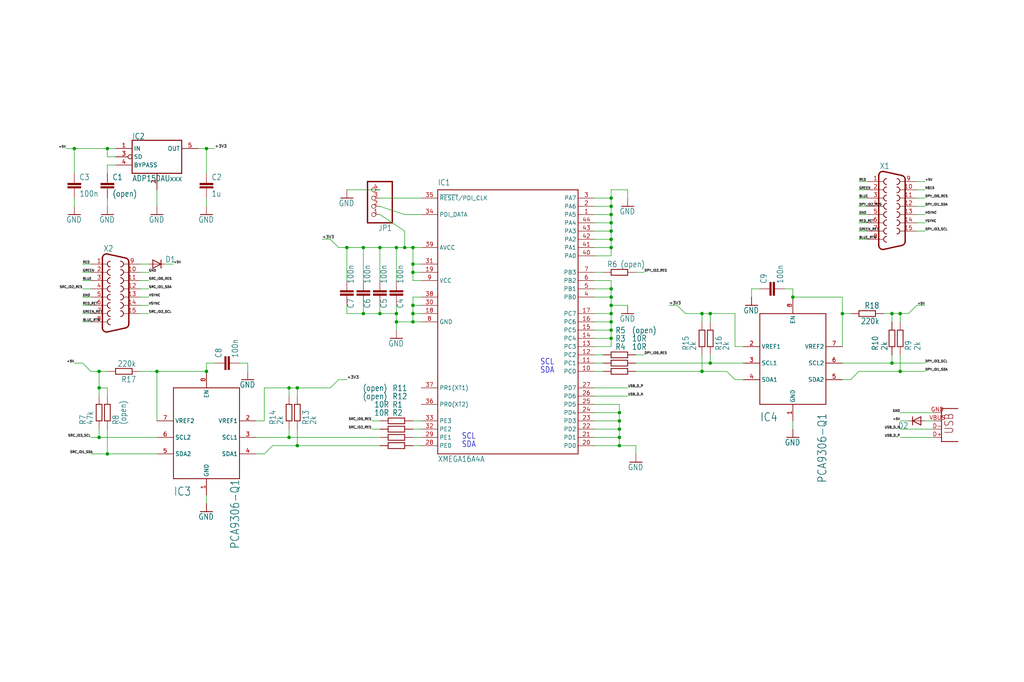
<source format=kicad_sch>
(kicad_sch
	(version 20231120)
	(generator "eeschema")
	(generator_version "8.0")
	(uuid "9e8ae654-f8e7-401b-b6e3-0376101154c3")
	(paper "User" 314.935 210.007)
	(lib_symbols
		(symbol "vga_edid_injector-eagle-import:C-EUC0603"
			(exclude_from_sim no)
			(in_bom yes)
			(on_board yes)
			(property "Reference" "C"
				(at 1.524 0.381 0)
				(effects
					(font
						(size 1.778 1.5113)
					)
					(justify left bottom)
				)
			)
			(property "Value" ""
				(at 1.524 -4.699 0)
				(effects
					(font
						(size 1.778 1.5113)
					)
					(justify left bottom)
				)
			)
			(property "Footprint" "vga_edid_injector:C0603"
				(at 0 0 0)
				(effects
					(font
						(size 1.27 1.27)
					)
					(hide yes)
				)
			)
			(property "Datasheet" ""
				(at 0 0 0)
				(effects
					(font
						(size 1.27 1.27)
					)
					(hide yes)
				)
			)
			(property "Description" "CAPACITOR, European symbol"
				(at 0 0 0)
				(effects
					(font
						(size 1.27 1.27)
					)
					(hide yes)
				)
			)
			(property "ki_locked" ""
				(at 0 0 0)
				(effects
					(font
						(size 1.27 1.27)
					)
				)
			)
			(symbol "C-EUC0603_1_0"
				(rectangle
					(start -2.032 -2.032)
					(end 2.032 -1.524)
					(stroke
						(width 0)
						(type default)
					)
					(fill
						(type outline)
					)
				)
				(rectangle
					(start -2.032 -1.016)
					(end 2.032 -0.508)
					(stroke
						(width 0)
						(type default)
					)
					(fill
						(type outline)
					)
				)
				(polyline
					(pts
						(xy 0 -2.54) (xy 0 -2.032)
					)
					(stroke
						(width 0.1524)
						(type solid)
					)
					(fill
						(type none)
					)
				)
				(polyline
					(pts
						(xy 0 0) (xy 0 -0.508)
					)
					(stroke
						(width 0.1524)
						(type solid)
					)
					(fill
						(type none)
					)
				)
				(pin passive line
					(at 0 2.54 270)
					(length 2.54)
					(name "1"
						(effects
							(font
								(size 0 0)
							)
						)
					)
					(number "1"
						(effects
							(font
								(size 0 0)
							)
						)
					)
				)
				(pin passive line
					(at 0 -5.08 90)
					(length 2.54)
					(name "2"
						(effects
							(font
								(size 0 0)
							)
						)
					)
					(number "2"
						(effects
							(font
								(size 0 0)
							)
						)
					)
				)
			)
		)
		(symbol "vga_edid_injector-eagle-import:DIODE-MINIMELF"
			(exclude_from_sim no)
			(in_bom yes)
			(on_board yes)
			(property "Reference" "D"
				(at 2.54 0.4826 0)
				(effects
					(font
						(size 1.778 1.5113)
					)
					(justify left bottom)
				)
			)
			(property "Value" ""
				(at 2.54 -2.3114 0)
				(effects
					(font
						(size 1.778 1.5113)
					)
					(justify left bottom)
				)
			)
			(property "Footprint" "vga_edid_injector:MINIMELF"
				(at 0 0 0)
				(effects
					(font
						(size 1.27 1.27)
					)
					(hide yes)
				)
			)
			(property "Datasheet" ""
				(at 0 0 0)
				(effects
					(font
						(size 1.27 1.27)
					)
					(hide yes)
				)
			)
			(property "Description" "DIODE"
				(at 0 0 0)
				(effects
					(font
						(size 1.27 1.27)
					)
					(hide yes)
				)
			)
			(property "ki_locked" ""
				(at 0 0 0)
				(effects
					(font
						(size 1.27 1.27)
					)
				)
			)
			(symbol "DIODE-MINIMELF_1_0"
				(polyline
					(pts
						(xy -1.27 -1.27) (xy 1.27 0)
					)
					(stroke
						(width 0.254)
						(type solid)
					)
					(fill
						(type none)
					)
				)
				(polyline
					(pts
						(xy -1.27 1.27) (xy -1.27 -1.27)
					)
					(stroke
						(width 0.254)
						(type solid)
					)
					(fill
						(type none)
					)
				)
				(polyline
					(pts
						(xy 1.27 0) (xy -1.27 1.27)
					)
					(stroke
						(width 0.254)
						(type solid)
					)
					(fill
						(type none)
					)
				)
				(polyline
					(pts
						(xy 1.27 0) (xy 1.27 -1.27)
					)
					(stroke
						(width 0.254)
						(type solid)
					)
					(fill
						(type none)
					)
				)
				(polyline
					(pts
						(xy 1.27 1.27) (xy 1.27 0)
					)
					(stroke
						(width 0.254)
						(type solid)
					)
					(fill
						(type none)
					)
				)
				(pin passive line
					(at -2.54 0 0)
					(length 2.54)
					(name "A"
						(effects
							(font
								(size 0 0)
							)
						)
					)
					(number "A"
						(effects
							(font
								(size 0 0)
							)
						)
					)
				)
				(pin passive line
					(at 2.54 0 180)
					(length 2.54)
					(name "C"
						(effects
							(font
								(size 0 0)
							)
						)
					)
					(number "C"
						(effects
							(font
								(size 0 0)
							)
						)
					)
				)
			)
		)
		(symbol "vga_edid_injector-eagle-import:F15HDH"
			(exclude_from_sim no)
			(in_bom yes)
			(on_board yes)
			(property "Reference" "X"
				(at -3.81 11.43 0)
				(effects
					(font
						(size 1.778 1.5113)
					)
					(justify left bottom)
				)
			)
			(property "Value" ""
				(at -4.445 -15.875 0)
				(effects
					(font
						(size 1.778 1.5113)
					)
					(justify left bottom)
				)
			)
			(property "Footprint" "vga_edid_injector:HDF15H"
				(at 0 0 0)
				(effects
					(font
						(size 1.27 1.27)
					)
					(hide yes)
				)
			)
			(property "Datasheet" ""
				(at 0 0 0)
				(effects
					(font
						(size 1.27 1.27)
					)
					(hide yes)
				)
			)
			(property "Description" "SUB-D"
				(at 0 0 0)
				(effects
					(font
						(size 1.27 1.27)
					)
					(hide yes)
				)
			)
			(property "ki_locked" ""
				(at 0 0 0)
				(effects
					(font
						(size 1.27 1.27)
					)
				)
			)
			(symbol "F15HDH_1_0"
				(arc
					(start -4.064 -12.0112)
					(mid -3.5903 -13.0006)
					(end -2.5225 -13.252)
					(stroke
						(width 0.4064)
						(type solid)
					)
					(fill
						(type none)
					)
				)
				(arc
					(start -2.5225 10.7119)
					(mid -3.5902 10.4605)
					(end -4.064 9.4712)
					(stroke
						(width 0.4064)
						(type solid)
					)
					(fill
						(type none)
					)
				)
				(arc
					(start -1.651 -9.271)
					(mid -2.54 -10.16)
					(end -1.651 -11.049)
					(stroke
						(width 0.254)
						(type solid)
					)
					(fill
						(type none)
					)
				)
				(arc
					(start -1.651 -6.731)
					(mid -2.54 -7.62)
					(end -1.651 -8.509)
					(stroke
						(width 0.254)
						(type solid)
					)
					(fill
						(type none)
					)
				)
				(arc
					(start -1.651 -4.191)
					(mid -2.54 -5.08)
					(end -1.651 -5.969)
					(stroke
						(width 0.254)
						(type solid)
					)
					(fill
						(type none)
					)
				)
				(arc
					(start -1.651 -1.651)
					(mid -2.54 -2.54)
					(end -1.651 -3.429)
					(stroke
						(width 0.254)
						(type solid)
					)
					(fill
						(type none)
					)
				)
				(arc
					(start -1.651 0.889)
					(mid -2.54 0)
					(end -1.651 -0.889)
					(stroke
						(width 0.254)
						(type solid)
					)
					(fill
						(type none)
					)
				)
				(arc
					(start -1.651 3.429)
					(mid -2.54 2.54)
					(end -1.651 1.651)
					(stroke
						(width 0.254)
						(type solid)
					)
					(fill
						(type none)
					)
				)
				(arc
					(start -1.651 5.969)
					(mid -2.54 5.08)
					(end -1.651 4.191)
					(stroke
						(width 0.254)
						(type solid)
					)
					(fill
						(type none)
					)
				)
				(arc
					(start -1.651 8.509)
					(mid -2.54 7.62)
					(end -1.651 6.731)
					(stroke
						(width 0.254)
						(type solid)
					)
					(fill
						(type none)
					)
				)
				(polyline
					(pts
						(xy -4.064 -12.0112) (xy -4.064 9.4712)
					)
					(stroke
						(width 0.4064)
						(type solid)
					)
					(fill
						(type none)
					)
				)
				(polyline
					(pts
						(xy -2.5226 -13.2518) (xy 3.0654 -12.0294)
					)
					(stroke
						(width 0.4064)
						(type solid)
					)
					(fill
						(type none)
					)
				)
				(polyline
					(pts
						(xy -2.5226 10.7118) (xy 3.0654 9.4894)
					)
					(stroke
						(width 0.4064)
						(type solid)
					)
					(fill
						(type none)
					)
				)
				(polyline
					(pts
						(xy 4.064 -10.7888) (xy 4.064 8.2488)
					)
					(stroke
						(width 0.4064)
						(type solid)
					)
					(fill
						(type none)
					)
				)
				(arc
					(start 1.524 -8.509)
					(mid 2.413 -7.62)
					(end 1.524 -6.731)
					(stroke
						(width 0.254)
						(type solid)
					)
					(fill
						(type none)
					)
				)
				(arc
					(start 1.524 -5.969)
					(mid 2.413 -5.08)
					(end 1.524 -4.191)
					(stroke
						(width 0.254)
						(type solid)
					)
					(fill
						(type none)
					)
				)
				(arc
					(start 1.524 -3.429)
					(mid 2.413 -2.54)
					(end 1.524 -1.651)
					(stroke
						(width 0.254)
						(type solid)
					)
					(fill
						(type none)
					)
				)
				(arc
					(start 1.524 -0.889)
					(mid 2.413 0)
					(end 1.524 0.889)
					(stroke
						(width 0.254)
						(type solid)
					)
					(fill
						(type none)
					)
				)
				(arc
					(start 1.524 1.651)
					(mid 2.413 2.54)
					(end 1.524 3.429)
					(stroke
						(width 0.254)
						(type solid)
					)
					(fill
						(type none)
					)
				)
				(arc
					(start 1.524 4.191)
					(mid 2.413 5.08)
					(end 1.524 5.969)
					(stroke
						(width 0.254)
						(type solid)
					)
					(fill
						(type none)
					)
				)
				(arc
					(start 1.524 6.731)
					(mid 2.413 7.62)
					(end 1.524 8.509)
					(stroke
						(width 0.254)
						(type solid)
					)
					(fill
						(type none)
					)
				)
				(arc
					(start 3.0654 -12.0294)
					(mid 3.7833 -11.585)
					(end 4.064 -10.7887)
					(stroke
						(width 0.4064)
						(type solid)
					)
					(fill
						(type none)
					)
				)
				(arc
					(start 4.0642 8.2488)
					(mid 3.7834 9.0451)
					(end 3.0654 9.4895)
					(stroke
						(width 0.4064)
						(type solid)
					)
					(fill
						(type none)
					)
				)
				(pin passive line
					(at -7.62 7.62 0)
					(length 5.08)
					(name "1"
						(effects
							(font
								(size 0 0)
							)
						)
					)
					(number "1"
						(effects
							(font
								(size 1.27 1.27)
							)
						)
					)
				)
				(pin passive line
					(at 7.62 5.08 180)
					(length 5.08)
					(name "10"
						(effects
							(font
								(size 0 0)
							)
						)
					)
					(number "10"
						(effects
							(font
								(size 1.27 1.27)
							)
						)
					)
				)
				(pin passive line
					(at 7.62 2.54 180)
					(length 5.08)
					(name "11"
						(effects
							(font
								(size 0 0)
							)
						)
					)
					(number "11"
						(effects
							(font
								(size 1.27 1.27)
							)
						)
					)
				)
				(pin passive line
					(at 7.62 0 180)
					(length 5.08)
					(name "12"
						(effects
							(font
								(size 0 0)
							)
						)
					)
					(number "12"
						(effects
							(font
								(size 1.27 1.27)
							)
						)
					)
				)
				(pin passive line
					(at 7.62 -2.54 180)
					(length 5.08)
					(name "13"
						(effects
							(font
								(size 0 0)
							)
						)
					)
					(number "13"
						(effects
							(font
								(size 1.27 1.27)
							)
						)
					)
				)
				(pin passive line
					(at 7.62 -5.08 180)
					(length 5.08)
					(name "14"
						(effects
							(font
								(size 0 0)
							)
						)
					)
					(number "14"
						(effects
							(font
								(size 1.27 1.27)
							)
						)
					)
				)
				(pin passive line
					(at 7.62 -7.62 180)
					(length 5.08)
					(name "15"
						(effects
							(font
								(size 0 0)
							)
						)
					)
					(number "15"
						(effects
							(font
								(size 1.27 1.27)
							)
						)
					)
				)
				(pin passive line
					(at -7.62 5.08 0)
					(length 5.08)
					(name "2"
						(effects
							(font
								(size 0 0)
							)
						)
					)
					(number "2"
						(effects
							(font
								(size 1.27 1.27)
							)
						)
					)
				)
				(pin passive line
					(at -7.62 2.54 0)
					(length 5.08)
					(name "3"
						(effects
							(font
								(size 0 0)
							)
						)
					)
					(number "3"
						(effects
							(font
								(size 1.27 1.27)
							)
						)
					)
				)
				(pin passive line
					(at -7.62 0 0)
					(length 5.08)
					(name "4"
						(effects
							(font
								(size 0 0)
							)
						)
					)
					(number "4"
						(effects
							(font
								(size 1.27 1.27)
							)
						)
					)
				)
				(pin passive line
					(at -7.62 -2.54 0)
					(length 5.08)
					(name "5"
						(effects
							(font
								(size 0 0)
							)
						)
					)
					(number "5"
						(effects
							(font
								(size 1.27 1.27)
							)
						)
					)
				)
				(pin passive line
					(at -7.62 -5.08 0)
					(length 5.08)
					(name "6"
						(effects
							(font
								(size 0 0)
							)
						)
					)
					(number "6"
						(effects
							(font
								(size 1.27 1.27)
							)
						)
					)
				)
				(pin passive line
					(at -7.62 -7.62 0)
					(length 5.08)
					(name "7"
						(effects
							(font
								(size 0 0)
							)
						)
					)
					(number "7"
						(effects
							(font
								(size 1.27 1.27)
							)
						)
					)
				)
				(pin passive line
					(at -7.62 -10.16 0)
					(length 5.08)
					(name "8"
						(effects
							(font
								(size 0 0)
							)
						)
					)
					(number "8"
						(effects
							(font
								(size 1.27 1.27)
							)
						)
					)
				)
				(pin passive line
					(at 7.62 7.62 180)
					(length 5.08)
					(name "9"
						(effects
							(font
								(size 0 0)
							)
						)
					)
					(number "9"
						(effects
							(font
								(size 1.27 1.27)
							)
						)
					)
				)
			)
		)
		(symbol "vga_edid_injector-eagle-import:GND"
			(power)
			(exclude_from_sim no)
			(in_bom yes)
			(on_board yes)
			(property "Reference" "#GND"
				(at 0 0 0)
				(effects
					(font
						(size 1.27 1.27)
					)
					(hide yes)
				)
			)
			(property "Value" ""
				(at -2.54 -2.54 0)
				(effects
					(font
						(size 1.778 1.5113)
					)
					(justify left bottom)
				)
			)
			(property "Footprint" ""
				(at 0 0 0)
				(effects
					(font
						(size 1.27 1.27)
					)
					(hide yes)
				)
			)
			(property "Datasheet" ""
				(at 0 0 0)
				(effects
					(font
						(size 1.27 1.27)
					)
					(hide yes)
				)
			)
			(property "Description" "SUPPLY SYMBOL"
				(at 0 0 0)
				(effects
					(font
						(size 1.27 1.27)
					)
					(hide yes)
				)
			)
			(property "ki_locked" ""
				(at 0 0 0)
				(effects
					(font
						(size 1.27 1.27)
					)
				)
			)
			(symbol "GND_1_0"
				(polyline
					(pts
						(xy -1.905 0) (xy 1.905 0)
					)
					(stroke
						(width 0.254)
						(type solid)
					)
					(fill
						(type none)
					)
				)
				(pin power_in line
					(at 0 2.54 270)
					(length 2.54)
					(name "GND"
						(effects
							(font
								(size 0 0)
							)
						)
					)
					(number "1"
						(effects
							(font
								(size 0 0)
							)
						)
					)
				)
			)
		)
		(symbol "vga_edid_injector-eagle-import:LP2985M5"
			(exclude_from_sim no)
			(in_bom yes)
			(on_board yes)
			(property "Reference" "IC"
				(at -7.62 5.334 0)
				(effects
					(font
						(size 1.778 1.5113)
					)
					(justify left bottom)
				)
			)
			(property "Value" ""
				(at -7.62 -7.62 0)
				(effects
					(font
						(size 1.778 1.5113)
					)
					(justify left bottom)
				)
			)
			(property "Footprint" "vga_edid_injector:SOT23-5L"
				(at 0 0 0)
				(effects
					(font
						(size 1.27 1.27)
					)
					(hide yes)
				)
			)
			(property "Datasheet" ""
				(at 0 0 0)
				(effects
					(font
						(size 1.27 1.27)
					)
					(hide yes)
				)
			)
			(property "Description" "Micropower 150 mA Low-Noise Ultra Low-Dropout Regulator in SOT-23 and micro SMD Packages Designed for Use with Very Low ESR Output Capacitors\n\nDropout: 300 mV @ 150 mA\nInput voltage up to 16V (absolute max.)\nFor noise reduction, add 10nF ceramic at bypass pin.\n\nPin compatible with:\nADP150 (lower noise)\nADP151 (200mA, even lower noise)"
				(at 0 0 0)
				(effects
					(font
						(size 1.27 1.27)
					)
					(hide yes)
				)
			)
			(property "ki_locked" ""
				(at 0 0 0)
				(effects
					(font
						(size 1.27 1.27)
					)
				)
			)
			(symbol "LP2985M5_1_0"
				(polyline
					(pts
						(xy -7.62 -5.08) (xy -7.62 5.08)
					)
					(stroke
						(width 0.3048)
						(type solid)
					)
					(fill
						(type none)
					)
				)
				(polyline
					(pts
						(xy -7.62 5.08) (xy 7.62 5.08)
					)
					(stroke
						(width 0.3048)
						(type solid)
					)
					(fill
						(type none)
					)
				)
				(polyline
					(pts
						(xy 7.62 -5.08) (xy -7.62 -5.08)
					)
					(stroke
						(width 0.3048)
						(type solid)
					)
					(fill
						(type none)
					)
				)
				(polyline
					(pts
						(xy 7.62 5.08) (xy 7.62 -5.08)
					)
					(stroke
						(width 0.3048)
						(type solid)
					)
					(fill
						(type none)
					)
				)
				(pin input line
					(at -12.7 2.54 0)
					(length 5.08)
					(name "IN"
						(effects
							(font
								(size 1.27 1.27)
							)
						)
					)
					(number "1"
						(effects
							(font
								(size 1.27 1.27)
							)
						)
					)
				)
				(pin power_in line
					(at 0 -10.16 90)
					(length 5.08)
					(name "GND"
						(effects
							(font
								(size 0 0)
							)
						)
					)
					(number "2"
						(effects
							(font
								(size 1.27 1.27)
							)
						)
					)
				)
				(pin input inverted
					(at -12.7 0 0)
					(length 5.08)
					(name "SD"
						(effects
							(font
								(size 1.27 1.27)
							)
						)
					)
					(number "3"
						(effects
							(font
								(size 1.27 1.27)
							)
						)
					)
				)
				(pin input line
					(at -12.7 -2.54 0)
					(length 5.08)
					(name "BYPASS"
						(effects
							(font
								(size 1.27 1.27)
							)
						)
					)
					(number "4"
						(effects
							(font
								(size 1.27 1.27)
							)
						)
					)
				)
				(pin output line
					(at 12.7 2.54 180)
					(length 5.08)
					(name "OUT"
						(effects
							(font
								(size 1.27 1.27)
							)
						)
					)
					(number "5"
						(effects
							(font
								(size 1.27 1.27)
							)
						)
					)
				)
			)
		)
		(symbol "vga_edid_injector-eagle-import:PCA9306-Q1"
			(exclude_from_sim no)
			(in_bom yes)
			(on_board yes)
			(property "Reference" ""
				(at 5.08 -15.24 0)
				(effects
					(font
						(size 2.54 2.159)
					)
					(justify left bottom)
					(hide yes)
				)
			)
			(property "Value" ""
				(at 2.54 20.32 0)
				(effects
					(font
						(size 2.54 2.159)
					)
					(justify left bottom)
				)
			)
			(property "Footprint" "vga_edid_injector:R-PDSO-G8"
				(at 0 0 0)
				(effects
					(font
						(size 1.27 1.27)
					)
					(hide yes)
				)
			)
			(property "Datasheet" ""
				(at 0 0 0)
				(effects
					(font
						(size 1.27 1.27)
					)
					(hide yes)
				)
			)
			(property "Description" ""
				(at 0 0 0)
				(effects
					(font
						(size 1.27 1.27)
					)
					(hide yes)
				)
			)
			(property "ki_locked" ""
				(at 0 0 0)
				(effects
					(font
						(size 1.27 1.27)
					)
				)
			)
			(symbol "PCA9306-Q1_1_0"
				(polyline
					(pts
						(xy -10.16 -10.16) (xy -10.16 17.78)
					)
					(stroke
						(width 0.254)
						(type solid)
					)
					(fill
						(type none)
					)
				)
				(polyline
					(pts
						(xy -10.16 17.78) (xy 10.16 17.78)
					)
					(stroke
						(width 0.254)
						(type solid)
					)
					(fill
						(type none)
					)
				)
				(polyline
					(pts
						(xy 10.16 -10.16) (xy -10.16 -10.16)
					)
					(stroke
						(width 0.254)
						(type solid)
					)
					(fill
						(type none)
					)
				)
				(polyline
					(pts
						(xy 10.16 17.78) (xy 10.16 -10.16)
					)
					(stroke
						(width 0.254)
						(type solid)
					)
					(fill
						(type none)
					)
				)
				(pin power_in line
					(at 0 -15.24 90)
					(length 5.08)
					(name "GND"
						(effects
							(font
								(size 1.27 1.27)
							)
						)
					)
					(number "1"
						(effects
							(font
								(size 1.27 1.27)
							)
						)
					)
				)
				(pin power_in line
					(at -15.24 7.62 0)
					(length 5.08)
					(name "VREF1"
						(effects
							(font
								(size 1.27 1.27)
							)
						)
					)
					(number "2"
						(effects
							(font
								(size 1.27 1.27)
							)
						)
					)
				)
				(pin bidirectional line
					(at -15.24 2.54 0)
					(length 5.08)
					(name "SCL1"
						(effects
							(font
								(size 1.27 1.27)
							)
						)
					)
					(number "3"
						(effects
							(font
								(size 1.27 1.27)
							)
						)
					)
				)
				(pin bidirectional line
					(at -15.24 -2.54 0)
					(length 5.08)
					(name "SDA1"
						(effects
							(font
								(size 1.27 1.27)
							)
						)
					)
					(number "4"
						(effects
							(font
								(size 1.27 1.27)
							)
						)
					)
				)
				(pin bidirectional line
					(at 15.24 -2.54 180)
					(length 5.08)
					(name "SDA2"
						(effects
							(font
								(size 1.27 1.27)
							)
						)
					)
					(number "5"
						(effects
							(font
								(size 1.27 1.27)
							)
						)
					)
				)
				(pin bidirectional line
					(at 15.24 2.54 180)
					(length 5.08)
					(name "SCL2"
						(effects
							(font
								(size 1.27 1.27)
							)
						)
					)
					(number "6"
						(effects
							(font
								(size 1.27 1.27)
							)
						)
					)
				)
				(pin power_in line
					(at 15.24 7.62 180)
					(length 5.08)
					(name "VREF2"
						(effects
							(font
								(size 1.27 1.27)
							)
						)
					)
					(number "7"
						(effects
							(font
								(size 1.27 1.27)
							)
						)
					)
				)
				(pin input line
					(at 0 22.86 270)
					(length 5.08)
					(name "EN"
						(effects
							(font
								(size 1.27 1.27)
							)
						)
					)
					(number "8"
						(effects
							(font
								(size 1.27 1.27)
							)
						)
					)
				)
			)
		)
		(symbol "vga_edid_injector-eagle-import:PINHD-1X4/90"
			(exclude_from_sim no)
			(in_bom yes)
			(on_board yes)
			(property "Reference" "JP"
				(at -6.35 8.255 0)
				(effects
					(font
						(size 1.778 1.5113)
					)
					(justify left bottom)
				)
			)
			(property "Value" ""
				(at -6.35 -7.62 0)
				(effects
					(font
						(size 1.778 1.5113)
					)
					(justify left bottom)
				)
			)
			(property "Footprint" "vga_edid_injector:1X04_90"
				(at 0 0 0)
				(effects
					(font
						(size 1.27 1.27)
					)
					(hide yes)
				)
			)
			(property "Datasheet" ""
				(at 0 0 0)
				(effects
					(font
						(size 1.27 1.27)
					)
					(hide yes)
				)
			)
			(property "Description" "PIN HEADER"
				(at 0 0 0)
				(effects
					(font
						(size 1.27 1.27)
					)
					(hide yes)
				)
			)
			(property "ki_locked" ""
				(at 0 0 0)
				(effects
					(font
						(size 1.27 1.27)
					)
				)
			)
			(symbol "PINHD-1X4/90_1_0"
				(polyline
					(pts
						(xy -6.35 -5.08) (xy 1.27 -5.08)
					)
					(stroke
						(width 0.4064)
						(type solid)
					)
					(fill
						(type none)
					)
				)
				(polyline
					(pts
						(xy -6.35 7.62) (xy -6.35 -5.08)
					)
					(stroke
						(width 0.4064)
						(type solid)
					)
					(fill
						(type none)
					)
				)
				(polyline
					(pts
						(xy 1.27 -5.08) (xy 1.27 7.62)
					)
					(stroke
						(width 0.4064)
						(type solid)
					)
					(fill
						(type none)
					)
				)
				(polyline
					(pts
						(xy 1.27 7.62) (xy -6.35 7.62)
					)
					(stroke
						(width 0.4064)
						(type solid)
					)
					(fill
						(type none)
					)
				)
				(pin passive inverted
					(at -2.54 5.08 0)
					(length 2.54)
					(name "1"
						(effects
							(font
								(size 0 0)
							)
						)
					)
					(number "1"
						(effects
							(font
								(size 1.27 1.27)
							)
						)
					)
				)
				(pin passive inverted
					(at -2.54 2.54 0)
					(length 2.54)
					(name "2"
						(effects
							(font
								(size 0 0)
							)
						)
					)
					(number "2"
						(effects
							(font
								(size 1.27 1.27)
							)
						)
					)
				)
				(pin passive inverted
					(at -2.54 0 0)
					(length 2.54)
					(name "3"
						(effects
							(font
								(size 0 0)
							)
						)
					)
					(number "3"
						(effects
							(font
								(size 1.27 1.27)
							)
						)
					)
				)
				(pin passive inverted
					(at -2.54 -2.54 0)
					(length 2.54)
					(name "4"
						(effects
							(font
								(size 0 0)
							)
						)
					)
					(number "4"
						(effects
							(font
								(size 1.27 1.27)
							)
						)
					)
				)
			)
		)
		(symbol "vga_edid_injector-eagle-import:R-EU_R0603"
			(exclude_from_sim no)
			(in_bom yes)
			(on_board yes)
			(property "Reference" "R"
				(at -3.81 1.4986 0)
				(effects
					(font
						(size 1.778 1.5113)
					)
					(justify left bottom)
				)
			)
			(property "Value" ""
				(at -3.81 -3.302 0)
				(effects
					(font
						(size 1.778 1.5113)
					)
					(justify left bottom)
				)
			)
			(property "Footprint" "vga_edid_injector:R0603"
				(at 0 0 0)
				(effects
					(font
						(size 1.27 1.27)
					)
					(hide yes)
				)
			)
			(property "Datasheet" ""
				(at 0 0 0)
				(effects
					(font
						(size 1.27 1.27)
					)
					(hide yes)
				)
			)
			(property "Description" "RESISTOR, European symbol"
				(at 0 0 0)
				(effects
					(font
						(size 1.27 1.27)
					)
					(hide yes)
				)
			)
			(property "ki_locked" ""
				(at 0 0 0)
				(effects
					(font
						(size 1.27 1.27)
					)
				)
			)
			(symbol "R-EU_R0603_1_0"
				(polyline
					(pts
						(xy -2.54 -0.889) (xy -2.54 0.889)
					)
					(stroke
						(width 0.254)
						(type solid)
					)
					(fill
						(type none)
					)
				)
				(polyline
					(pts
						(xy -2.54 -0.889) (xy 2.54 -0.889)
					)
					(stroke
						(width 0.254)
						(type solid)
					)
					(fill
						(type none)
					)
				)
				(polyline
					(pts
						(xy 2.54 -0.889) (xy 2.54 0.889)
					)
					(stroke
						(width 0.254)
						(type solid)
					)
					(fill
						(type none)
					)
				)
				(polyline
					(pts
						(xy 2.54 0.889) (xy -2.54 0.889)
					)
					(stroke
						(width 0.254)
						(type solid)
					)
					(fill
						(type none)
					)
				)
				(pin passive line
					(at -5.08 0 0)
					(length 2.54)
					(name "1"
						(effects
							(font
								(size 0 0)
							)
						)
					)
					(number "1"
						(effects
							(font
								(size 0 0)
							)
						)
					)
				)
				(pin passive line
					(at 5.08 0 180)
					(length 2.54)
					(name "2"
						(effects
							(font
								(size 0 0)
							)
						)
					)
					(number "2"
						(effects
							(font
								(size 0 0)
							)
						)
					)
				)
			)
		)
		(symbol "vga_edid_injector-eagle-import:USB-MICROB"
			(exclude_from_sim no)
			(in_bom yes)
			(on_board yes)
			(property "Reference" "X"
				(at 0 0 0)
				(effects
					(font
						(size 1.27 1.27)
					)
					(hide yes)
				)
			)
			(property "Value" ""
				(at 0 0 0)
				(effects
					(font
						(size 1.27 1.27)
					)
					(hide yes)
				)
			)
			(property "Footprint" "vga_edid_injector:USB-MICROB"
				(at 0 0 0)
				(effects
					(font
						(size 1.27 1.27)
					)
					(hide yes)
				)
			)
			(property "Datasheet" ""
				(at 0 0 0)
				(effects
					(font
						(size 1.27 1.27)
					)
					(hide yes)
				)
			)
			(property "Description" "USB Connectors\n\nUSB-B-PTH is fully proven SKU : PRT-00139\n\nUSB-miniB is fully proven SKU : PRT-00587\n\nUSB-A-PCB is untested.\n\nUSB-A-H is throughly reviewed, but untested. Spark Fun Electronics SKU : PRT-00437\n\nUSB-B-SMT is throughly reviewed, but untested. Needs silkscreen touching up.\n\nUSB-A-S has not been used/tested\n\nUSB-MB-H has not been used/tested"
				(at 0 0 0)
				(effects
					(font
						(size 1.27 1.27)
					)
					(hide yes)
				)
			)
			(property "ki_locked" ""
				(at 0 0 0)
				(effects
					(font
						(size 1.27 1.27)
					)
				)
			)
			(symbol "USB-MICROB_1_0"
				(polyline
					(pts
						(xy 0 -1.27) (xy 5.08 -1.27)
					)
					(stroke
						(width 0.254)
						(type solid)
					)
					(fill
						(type none)
					)
				)
				(polyline
					(pts
						(xy 0 8.89) (xy 0 -1.27)
					)
					(stroke
						(width 0.254)
						(type solid)
					)
					(fill
						(type none)
					)
				)
				(polyline
					(pts
						(xy 5.08 8.89) (xy 0 8.89)
					)
					(stroke
						(width 0.254)
						(type solid)
					)
					(fill
						(type none)
					)
				)
				(text "USB"
					(at 3.81 0 900)
					(effects
						(font
							(size 2.54 2.159)
						)
						(justify left bottom)
					)
				)
				(pin bidirectional line
					(at -2.54 7.62 0)
					(length 2.54)
					(name "D+"
						(effects
							(font
								(size 0 0)
							)
						)
					)
					(number "D+"
						(effects
							(font
								(size 1.27 1.27)
							)
						)
					)
				)
				(pin bidirectional line
					(at -2.54 5.08 0)
					(length 2.54)
					(name "D-"
						(effects
							(font
								(size 0 0)
							)
						)
					)
					(number "D-"
						(effects
							(font
								(size 1.27 1.27)
							)
						)
					)
				)
				(pin bidirectional line
					(at -2.54 0 0)
					(length 2.54)
					(name "GND"
						(effects
							(font
								(size 0 0)
							)
						)
					)
					(number "GND"
						(effects
							(font
								(size 1.27 1.27)
							)
						)
					)
				)
				(pin bidirectional line
					(at -2.54 2.54 0)
					(length 2.54)
					(name "VBUS"
						(effects
							(font
								(size 0 0)
							)
						)
					)
					(number "VBUS"
						(effects
							(font
								(size 1.27 1.27)
							)
						)
					)
				)
			)
		)
		(symbol "vga_edid_injector-eagle-import:XMEGA16A4A"
			(exclude_from_sim no)
			(in_bom yes)
			(on_board yes)
			(property "Reference" "IC"
				(at -20.32 41.91 0)
				(effects
					(font
						(size 1.778 1.5113)
					)
					(justify left bottom)
				)
			)
			(property "Value" ""
				(at -20.32 -43.18 0)
				(effects
					(font
						(size 1.778 1.5113)
					)
					(justify left bottom)
				)
			)
			(property "Footprint" "vga_edid_injector:TQFP44"
				(at 0 0 0)
				(effects
					(font
						(size 1.27 1.27)
					)
					(hide yes)
				)
			)
			(property "Datasheet" ""
				(at 0 0 0)
				(effects
					(font
						(size 1.27 1.27)
					)
					(hide yes)
				)
			)
			(property "Description" "MICROCONTROLLER Features\n\n•  High-performance, Low-power 8/16-bit AVR XMEGA Microcontroller\n•  Non-Volatile Program and Data Memories - 16 KB - 128 KB of In-System Self-Programmable Flash\n- 4 KB - 8 KB Boot Code Section with Independent Lock Bits\n- 1 KB - 2 KB EEPROM\n- 2 KB - 8 KB Internal SRAM\n•  Peripheral Features - Four-channel DMA Controller with support for external requests\n- Eight-channel Event System\n- Five 16-bit Timer/Counters\nThree Timer/Counters with 4 Output Compare or Input Capture channels\n\nTwo Timer/Counters with 2 Output Compare or Input Capture channels\n\nHigh-Resolution Extensions on all Timer/Counters\n\nAdvanced Waveform Extension on one Timer/Counter\n\n- Five USARTs\nIrDA Extension on one USART\n\n- Two Two-Wire Interfaces with dual address match (I2C and SMBus compatible)\n- Two SPIs (Serial Peripheral Interfaces) peripherals\n- AES and DES Crypto Engine\n- 16-bit Real Time Counter with Separate Oscillator\n- One Twelve-channel, 12-bit, 2 Msps Analog to Digital Converter\n- One Two-channel, 12-bit, 1 Msps Digital to Analog Converter\n- Two Analog Comparators with Window compare function\n- External Interrupts on all General Purpose I/O pins\n- Programmable Watchdog Timer with Separate On-chip Ultra Low Power Oscillator\n•  Special Microcontroller Features\n- Power-on Reset and Programmable Brown-out Detection\n- Internal and External Clock Options with PLL\n- Programmable Multi-level Interrupt Controller\n- Sleep Modes: Idle, Power-down, Standby, Power-save, Extended Standby\n- Advanced Programming, Test and Debugging Interfaces\nPDI (Program and Debug Interface) for programming, test and debugging\n\n•  I/O and Packages - 34 Programmable I/O Lines\n- 44 - lead TQFP\n- 44 - pad VQFN/QFN\n- 49 - ball VFBGA\n•  Operating Voltage - 1.6 - 3.6V\n•  Speed performance - 0 - 12 MHz @ 1.6 - 3.6V\n- 0 - 32 MHz @ 2.7 - 3.6V\n\nDrawn by Dipl.-Ing. (FH) Robert Siegler\n\nCreated: 27.05.09"
				(at 0 0 0)
				(effects
					(font
						(size 1.27 1.27)
					)
					(hide yes)
				)
			)
			(property "ki_locked" ""
				(at 0 0 0)
				(effects
					(font
						(size 1.27 1.27)
					)
				)
			)
			(symbol "XMEGA16A4A_1_0"
				(polyline
					(pts
						(xy -20.32 -40.64) (xy -20.32 40.64)
					)
					(stroke
						(width 0.254)
						(type solid)
					)
					(fill
						(type none)
					)
				)
				(polyline
					(pts
						(xy -20.32 40.64) (xy 22.86 40.64)
					)
					(stroke
						(width 0.254)
						(type solid)
					)
					(fill
						(type none)
					)
				)
				(polyline
					(pts
						(xy 22.86 -40.64) (xy -20.32 -40.64)
					)
					(stroke
						(width 0.254)
						(type solid)
					)
					(fill
						(type none)
					)
				)
				(polyline
					(pts
						(xy 22.86 40.64) (xy 22.86 -40.64)
					)
					(stroke
						(width 0.254)
						(type solid)
					)
					(fill
						(type none)
					)
				)
				(pin bidirectional line
					(at 27.94 33.02 180)
					(length 5.08)
					(name "PA5"
						(effects
							(font
								(size 1.27 1.27)
							)
						)
					)
					(number "1"
						(effects
							(font
								(size 1.27 1.27)
							)
						)
					)
				)
				(pin bidirectional line
					(at 27.94 -15.24 180)
					(length 5.08)
					(name "PC0"
						(effects
							(font
								(size 1.27 1.27)
							)
						)
					)
					(number "10"
						(effects
							(font
								(size 1.27 1.27)
							)
						)
					)
				)
				(pin bidirectional line
					(at 27.94 -12.7 180)
					(length 5.08)
					(name "PC1"
						(effects
							(font
								(size 1.27 1.27)
							)
						)
					)
					(number "11"
						(effects
							(font
								(size 1.27 1.27)
							)
						)
					)
				)
				(pin bidirectional line
					(at 27.94 -10.16 180)
					(length 5.08)
					(name "PC2"
						(effects
							(font
								(size 1.27 1.27)
							)
						)
					)
					(number "12"
						(effects
							(font
								(size 1.27 1.27)
							)
						)
					)
				)
				(pin bidirectional line
					(at 27.94 -7.62 180)
					(length 5.08)
					(name "PC3"
						(effects
							(font
								(size 1.27 1.27)
							)
						)
					)
					(number "13"
						(effects
							(font
								(size 1.27 1.27)
							)
						)
					)
				)
				(pin bidirectional line
					(at 27.94 -5.08 180)
					(length 5.08)
					(name "PC4"
						(effects
							(font
								(size 1.27 1.27)
							)
						)
					)
					(number "14"
						(effects
							(font
								(size 1.27 1.27)
							)
						)
					)
				)
				(pin bidirectional line
					(at 27.94 -2.54 180)
					(length 5.08)
					(name "PC5"
						(effects
							(font
								(size 1.27 1.27)
							)
						)
					)
					(number "15"
						(effects
							(font
								(size 1.27 1.27)
							)
						)
					)
				)
				(pin bidirectional line
					(at 27.94 0 180)
					(length 5.08)
					(name "PC6"
						(effects
							(font
								(size 1.27 1.27)
							)
						)
					)
					(number "16"
						(effects
							(font
								(size 1.27 1.27)
							)
						)
					)
				)
				(pin bidirectional line
					(at 27.94 2.54 180)
					(length 5.08)
					(name "PC7"
						(effects
							(font
								(size 1.27 1.27)
							)
						)
					)
					(number "17"
						(effects
							(font
								(size 1.27 1.27)
							)
						)
					)
				)
				(pin power_in line
					(at -25.4 2.54 0)
					(length 5.08)
					(name "GND1"
						(effects
							(font
								(size 0 0)
							)
						)
					)
					(number "18"
						(effects
							(font
								(size 1.27 1.27)
							)
						)
					)
				)
				(pin power_in line
					(at -25.4 15.24 0)
					(length 5.08)
					(name "VCC1"
						(effects
							(font
								(size 0 0)
							)
						)
					)
					(number "19"
						(effects
							(font
								(size 1.27 1.27)
							)
						)
					)
				)
				(pin bidirectional line
					(at 27.94 35.56 180)
					(length 5.08)
					(name "PA6"
						(effects
							(font
								(size 1.27 1.27)
							)
						)
					)
					(number "2"
						(effects
							(font
								(size 1.27 1.27)
							)
						)
					)
				)
				(pin bidirectional line
					(at 27.94 -38.1 180)
					(length 5.08)
					(name "PD0"
						(effects
							(font
								(size 1.27 1.27)
							)
						)
					)
					(number "20"
						(effects
							(font
								(size 1.27 1.27)
							)
						)
					)
				)
				(pin bidirectional line
					(at 27.94 -35.56 180)
					(length 5.08)
					(name "PD1"
						(effects
							(font
								(size 1.27 1.27)
							)
						)
					)
					(number "21"
						(effects
							(font
								(size 1.27 1.27)
							)
						)
					)
				)
				(pin bidirectional line
					(at 27.94 -33.02 180)
					(length 5.08)
					(name "PD2"
						(effects
							(font
								(size 1.27 1.27)
							)
						)
					)
					(number "22"
						(effects
							(font
								(size 1.27 1.27)
							)
						)
					)
				)
				(pin bidirectional line
					(at 27.94 -30.48 180)
					(length 5.08)
					(name "PD3"
						(effects
							(font
								(size 1.27 1.27)
							)
						)
					)
					(number "23"
						(effects
							(font
								(size 1.27 1.27)
							)
						)
					)
				)
				(pin bidirectional line
					(at 27.94 -27.94 180)
					(length 5.08)
					(name "PD4"
						(effects
							(font
								(size 1.27 1.27)
							)
						)
					)
					(number "24"
						(effects
							(font
								(size 1.27 1.27)
							)
						)
					)
				)
				(pin bidirectional line
					(at 27.94 -25.4 180)
					(length 5.08)
					(name "PD5"
						(effects
							(font
								(size 1.27 1.27)
							)
						)
					)
					(number "25"
						(effects
							(font
								(size 1.27 1.27)
							)
						)
					)
				)
				(pin bidirectional line
					(at 27.94 -22.86 180)
					(length 5.08)
					(name "PD6"
						(effects
							(font
								(size 1.27 1.27)
							)
						)
					)
					(number "26"
						(effects
							(font
								(size 1.27 1.27)
							)
						)
					)
				)
				(pin bidirectional line
					(at 27.94 -20.32 180)
					(length 5.08)
					(name "PD7"
						(effects
							(font
								(size 1.27 1.27)
							)
						)
					)
					(number "27"
						(effects
							(font
								(size 1.27 1.27)
							)
						)
					)
				)
				(pin bidirectional line
					(at -25.4 -38.1 0)
					(length 5.08)
					(name "PE0"
						(effects
							(font
								(size 1.27 1.27)
							)
						)
					)
					(number "28"
						(effects
							(font
								(size 1.27 1.27)
							)
						)
					)
				)
				(pin bidirectional line
					(at -25.4 -35.56 0)
					(length 5.08)
					(name "PE1"
						(effects
							(font
								(size 1.27 1.27)
							)
						)
					)
					(number "29"
						(effects
							(font
								(size 1.27 1.27)
							)
						)
					)
				)
				(pin bidirectional line
					(at 27.94 38.1 180)
					(length 5.08)
					(name "PA7"
						(effects
							(font
								(size 1.27 1.27)
							)
						)
					)
					(number "3"
						(effects
							(font
								(size 1.27 1.27)
							)
						)
					)
				)
				(pin power_in line
					(at -25.4 5.08 0)
					(length 5.08)
					(name "GND2"
						(effects
							(font
								(size 0 0)
							)
						)
					)
					(number "30"
						(effects
							(font
								(size 1.27 1.27)
							)
						)
					)
				)
				(pin power_in line
					(at -25.4 17.78 0)
					(length 5.08)
					(name "VCC2"
						(effects
							(font
								(size 0 0)
							)
						)
					)
					(number "31"
						(effects
							(font
								(size 1.27 1.27)
							)
						)
					)
				)
				(pin bidirectional line
					(at -25.4 -33.02 0)
					(length 5.08)
					(name "PE2"
						(effects
							(font
								(size 1.27 1.27)
							)
						)
					)
					(number "32"
						(effects
							(font
								(size 1.27 1.27)
							)
						)
					)
				)
				(pin bidirectional line
					(at -25.4 -30.48 0)
					(length 5.08)
					(name "PE3"
						(effects
							(font
								(size 1.27 1.27)
							)
						)
					)
					(number "33"
						(effects
							(font
								(size 1.27 1.27)
							)
						)
					)
				)
				(pin bidirectional line
					(at -25.4 33.02 0)
					(length 5.08)
					(name "PDI_DATA"
						(effects
							(font
								(size 1.27 1.27)
							)
						)
					)
					(number "34"
						(effects
							(font
								(size 1.27 1.27)
							)
						)
					)
				)
				(pin bidirectional line
					(at -25.4 38.1 0)
					(length 5.08)
					(name "~{RESET}/PDI_CLK"
						(effects
							(font
								(size 1.27 1.27)
							)
						)
					)
					(number "35"
						(effects
							(font
								(size 1.27 1.27)
							)
						)
					)
				)
				(pin bidirectional line
					(at -25.4 -25.4 0)
					(length 5.08)
					(name "PR0(XT2)"
						(effects
							(font
								(size 1.27 1.27)
							)
						)
					)
					(number "36"
						(effects
							(font
								(size 1.27 1.27)
							)
						)
					)
				)
				(pin bidirectional line
					(at -25.4 -20.32 0)
					(length 5.08)
					(name "PR1(XT1)"
						(effects
							(font
								(size 1.27 1.27)
							)
						)
					)
					(number "37"
						(effects
							(font
								(size 1.27 1.27)
							)
						)
					)
				)
				(pin power_in line
					(at -25.4 7.62 0)
					(length 5.08)
					(name "GND3"
						(effects
							(font
								(size 0 0)
							)
						)
					)
					(number "38"
						(effects
							(font
								(size 1.27 1.27)
							)
						)
					)
				)
				(pin power_in line
					(at -25.4 22.86 0)
					(length 5.08)
					(name "AVCC"
						(effects
							(font
								(size 1.27 1.27)
							)
						)
					)
					(number "39"
						(effects
							(font
								(size 1.27 1.27)
							)
						)
					)
				)
				(pin bidirectional line
					(at 27.94 7.62 180)
					(length 5.08)
					(name "PB0"
						(effects
							(font
								(size 1.27 1.27)
							)
						)
					)
					(number "4"
						(effects
							(font
								(size 1.27 1.27)
							)
						)
					)
				)
				(pin bidirectional line
					(at 27.94 20.32 180)
					(length 5.08)
					(name "PA0"
						(effects
							(font
								(size 1.27 1.27)
							)
						)
					)
					(number "40"
						(effects
							(font
								(size 1.27 1.27)
							)
						)
					)
				)
				(pin bidirectional line
					(at 27.94 22.86 180)
					(length 5.08)
					(name "PA1"
						(effects
							(font
								(size 1.27 1.27)
							)
						)
					)
					(number "41"
						(effects
							(font
								(size 1.27 1.27)
							)
						)
					)
				)
				(pin bidirectional line
					(at 27.94 25.4 180)
					(length 5.08)
					(name "PA2"
						(effects
							(font
								(size 1.27 1.27)
							)
						)
					)
					(number "42"
						(effects
							(font
								(size 1.27 1.27)
							)
						)
					)
				)
				(pin bidirectional line
					(at 27.94 27.94 180)
					(length 5.08)
					(name "PA3"
						(effects
							(font
								(size 1.27 1.27)
							)
						)
					)
					(number "43"
						(effects
							(font
								(size 1.27 1.27)
							)
						)
					)
				)
				(pin bidirectional line
					(at 27.94 30.48 180)
					(length 5.08)
					(name "PA4"
						(effects
							(font
								(size 1.27 1.27)
							)
						)
					)
					(number "44"
						(effects
							(font
								(size 1.27 1.27)
							)
						)
					)
				)
				(pin bidirectional line
					(at 27.94 10.16 180)
					(length 5.08)
					(name "PB1"
						(effects
							(font
								(size 1.27 1.27)
							)
						)
					)
					(number "5"
						(effects
							(font
								(size 1.27 1.27)
							)
						)
					)
				)
				(pin bidirectional line
					(at 27.94 12.7 180)
					(length 5.08)
					(name "PB2"
						(effects
							(font
								(size 1.27 1.27)
							)
						)
					)
					(number "6"
						(effects
							(font
								(size 1.27 1.27)
							)
						)
					)
				)
				(pin bidirectional line
					(at 27.94 15.24 180)
					(length 5.08)
					(name "PB3"
						(effects
							(font
								(size 1.27 1.27)
							)
						)
					)
					(number "7"
						(effects
							(font
								(size 1.27 1.27)
							)
						)
					)
				)
				(pin power_in line
					(at -25.4 0 0)
					(length 5.08)
					(name "GND"
						(effects
							(font
								(size 1.27 1.27)
							)
						)
					)
					(number "8"
						(effects
							(font
								(size 1.27 1.27)
							)
						)
					)
				)
				(pin power_in line
					(at -25.4 12.7 0)
					(length 5.08)
					(name "VCC"
						(effects
							(font
								(size 1.27 1.27)
							)
						)
					)
					(number "9"
						(effects
							(font
								(size 1.27 1.27)
							)
						)
					)
				)
			)
		)
	)
	(junction
		(at 187.96 60.96)
		(diameter 0)
		(color 0 0 0 0)
		(uuid "027dd5b4-cdbc-47a9-9263-d00c45c4768d")
	)
	(junction
		(at 30.48 114.3)
		(diameter 0)
		(color 0 0 0 0)
		(uuid "031090d3-9280-49b0-9829-391aca0a0213")
	)
	(junction
		(at 187.96 99.06)
		(diameter 0)
		(color 0 0 0 0)
		(uuid "06df08b2-4f89-40c6-b4f4-b53a8627ae4d")
	)
	(junction
		(at 187.96 66.04)
		(diameter 0)
		(color 0 0 0 0)
		(uuid "0c7c7eb9-a834-44ad-92ac-fe607e745dc8")
	)
	(junction
		(at 190.5 127)
		(diameter 0)
		(color 0 0 0 0)
		(uuid "0cbe5edf-49d2-4e56-a388-ffd5d1486370")
	)
	(junction
		(at 33.02 139.7)
		(diameter 0)
		(color 0 0 0 0)
		(uuid "15c6b6d6-f1ca-4b79-8a49-d995ac130a3d")
	)
	(junction
		(at 63.5 45.72)
		(diameter 0)
		(color 0 0 0 0)
		(uuid "16b241d8-7f5c-4376-b547-9ce198876045")
	)
	(junction
		(at 88.9 119.38)
		(diameter 0)
		(color 0 0 0 0)
		(uuid "190d634d-2472-46ee-afcb-8051aa967504")
	)
	(junction
		(at 187.96 91.44)
		(diameter 0)
		(color 0 0 0 0)
		(uuid "19f1a483-5f1f-48a7-8664-1b36bf1b2a38")
	)
	(junction
		(at 218.44 96.52)
		(diameter 0)
		(color 0 0 0 0)
		(uuid "1a8b1848-4cd8-42e5-81a3-5bdfe04ec376")
	)
	(junction
		(at 91.44 119.38)
		(diameter 0)
		(color 0 0 0 0)
		(uuid "22746323-800f-4e46-9f90-c9704002eb5b")
	)
	(junction
		(at 187.96 93.98)
		(diameter 0)
		(color 0 0 0 0)
		(uuid "2b2e87af-ad68-452f-bf75-4a11e55e0026")
	)
	(junction
		(at 276.86 96.52)
		(diameter 0)
		(color 0 0 0 0)
		(uuid "2ff70171-396b-4c38-8c27-08acd5eabd59")
	)
	(junction
		(at 187.96 101.6)
		(diameter 0)
		(color 0 0 0 0)
		(uuid "38a2d400-b315-451f-b9dd-487442fbce48")
	)
	(junction
		(at 215.9 114.3)
		(diameter 0)
		(color 0 0 0 0)
		(uuid "3d9899d3-2dae-4f15-a716-7ca05bc44660")
	)
	(junction
		(at 187.96 63.5)
		(diameter 0)
		(color 0 0 0 0)
		(uuid "3f4006a7-86e4-4c1e-ba06-4b921b574072")
	)
	(junction
		(at 127 81.28)
		(diameter 0)
		(color 0 0 0 0)
		(uuid "4423d20d-b500-4da1-870e-a79f0ffdb8df")
	)
	(junction
		(at 22.86 45.72)
		(diameter 0)
		(color 0 0 0 0)
		(uuid "47efe2b4-a549-4ae1-b6eb-3ec6c58b6d67")
	)
	(junction
		(at 190.5 134.62)
		(diameter 0)
		(color 0 0 0 0)
		(uuid "4d9ec1f1-66a4-4eb4-a14e-07c000bb5fae")
	)
	(junction
		(at 127 76.2)
		(diameter 0)
		(color 0 0 0 0)
		(uuid "56fc1116-0485-40e5-a781-8f1b2118e05c")
	)
	(junction
		(at 63.5 114.3)
		(diameter 0)
		(color 0 0 0 0)
		(uuid "576c599e-f079-4e37-8b37-2267a94405ec")
	)
	(junction
		(at 124.46 76.2)
		(diameter 0)
		(color 0 0 0 0)
		(uuid "576cebd9-915d-4943-bacc-0ebcd030351d")
	)
	(junction
		(at 190.5 129.54)
		(diameter 0)
		(color 0 0 0 0)
		(uuid "57dbc98d-1628-4e66-bea9-c35b105dfa19")
	)
	(junction
		(at 243.84 91.44)
		(diameter 0)
		(color 0 0 0 0)
		(uuid "5c7069bc-c7bb-401a-9088-8f2126bc40f0")
	)
	(junction
		(at 127 93.98)
		(diameter 0)
		(color 0 0 0 0)
		(uuid "5e082663-bd49-48d4-96cc-8081f12a4910")
	)
	(junction
		(at 187.96 73.66)
		(diameter 0)
		(color 0 0 0 0)
		(uuid "62428ea8-00b0-4904-a296-b6e6c868f926")
	)
	(junction
		(at 91.44 137.16)
		(diameter 0)
		(color 0 0 0 0)
		(uuid "6300549a-b398-4106-8f0c-b2c1c55c19de")
	)
	(junction
		(at 116.84 76.2)
		(diameter 0)
		(color 0 0 0 0)
		(uuid "665954ff-6737-425d-8d62-5eae608ade38")
	)
	(junction
		(at 187.96 68.58)
		(diameter 0)
		(color 0 0 0 0)
		(uuid "6788a597-fc0a-4dee-990c-69dc1f5d728b")
	)
	(junction
		(at 88.9 134.62)
		(diameter 0)
		(color 0 0 0 0)
		(uuid "78c26c7e-6856-4c88-805d-06ac40a41237")
	)
	(junction
		(at 187.96 88.9)
		(diameter 0)
		(color 0 0 0 0)
		(uuid "78f30a7f-e08f-4868-a0b6-61a1b67b4a5b")
	)
	(junction
		(at 190.5 137.16)
		(diameter 0)
		(color 0 0 0 0)
		(uuid "7c424650-979c-4441-8d76-e1b0e61ff7a0")
	)
	(junction
		(at 187.96 76.2)
		(diameter 0)
		(color 0 0 0 0)
		(uuid "7d974bbb-91de-4f29-9e8d-9cc2e29908ee")
	)
	(junction
		(at 111.76 76.2)
		(diameter 0)
		(color 0 0 0 0)
		(uuid "7dfb44d4-ea04-4ae0-9bde-49d5d0d2cf9d")
	)
	(junction
		(at 274.32 96.52)
		(diameter 0)
		(color 0 0 0 0)
		(uuid "83d21253-011a-44a0-93b9-74a4fc60f8d4")
	)
	(junction
		(at 274.32 111.76)
		(diameter 0)
		(color 0 0 0 0)
		(uuid "851d63c0-6540-44ee-8fcd-1df93a5b1afe")
	)
	(junction
		(at 259.08 96.52)
		(diameter 0)
		(color 0 0 0 0)
		(uuid "93a6128b-fa09-4e9c-bc4c-e42f4f58b0c5")
	)
	(junction
		(at 187.96 96.52)
		(diameter 0)
		(color 0 0 0 0)
		(uuid "984fea21-f5a6-404a-870d-bcb55d4000f0")
	)
	(junction
		(at 187.96 71.12)
		(diameter 0)
		(color 0 0 0 0)
		(uuid "a395bb41-28db-476f-97b1-ddc5f6cd9afd")
	)
	(junction
		(at 33.02 45.72)
		(diameter 0)
		(color 0 0 0 0)
		(uuid "a97063e8-07e3-4b8b-8f6f-c2703cb04f09")
	)
	(junction
		(at 276.86 114.3)
		(diameter 0)
		(color 0 0 0 0)
		(uuid "b0306c39-b8f0-4e93-85e1-d20587d639f5")
	)
	(junction
		(at 121.92 76.2)
		(diameter 0)
		(color 0 0 0 0)
		(uuid "b4f4c2c3-d28f-4914-b9e1-13e61868dd8d")
	)
	(junction
		(at 30.48 119.38)
		(diameter 0)
		(color 0 0 0 0)
		(uuid "b92b23a7-3a12-4910-9f89-6a2bd87a0c47")
	)
	(junction
		(at 106.68 76.2)
		(diameter 0)
		(color 0 0 0 0)
		(uuid "bb109d9e-3ad9-495a-842c-39b8afa0c981")
	)
	(junction
		(at 121.92 96.52)
		(diameter 0)
		(color 0 0 0 0)
		(uuid "c0e2d2bc-4bab-47ef-a154-cb2638c17520")
	)
	(junction
		(at 111.76 96.52)
		(diameter 0)
		(color 0 0 0 0)
		(uuid "c7bb87f6-6f5f-4bd6-905d-1fbbce284dd9")
	)
	(junction
		(at 127 83.82)
		(diameter 0)
		(color 0 0 0 0)
		(uuid "d2c6fb2a-a302-4a3c-a935-f335053706e8")
	)
	(junction
		(at 30.48 134.62)
		(diameter 0)
		(color 0 0 0 0)
		(uuid "d2cc7b27-0300-4d35-8d06-921d2a3ac99e")
	)
	(junction
		(at 218.44 111.76)
		(diameter 0)
		(color 0 0 0 0)
		(uuid "da9caea3-d399-4276-8793-409c8d114f9f")
	)
	(junction
		(at 187.96 104.14)
		(diameter 0)
		(color 0 0 0 0)
		(uuid "dc46ffa9-30ec-4cba-a2de-fbb31ecee258")
	)
	(junction
		(at 116.84 96.52)
		(diameter 0)
		(color 0 0 0 0)
		(uuid "e0d8818e-8c9a-4b46-a52f-e54c02ca8d48")
	)
	(junction
		(at 121.92 99.06)
		(diameter 0)
		(color 0 0 0 0)
		(uuid "e12fb362-4104-4ae5-b1bb-1241e6e77183")
	)
	(junction
		(at 127 96.52)
		(diameter 0)
		(color 0 0 0 0)
		(uuid "e275d018-3ec2-44b2-8c34-06a4453ddb78")
	)
	(junction
		(at 190.5 132.08)
		(diameter 0)
		(color 0 0 0 0)
		(uuid "e570dc8f-1560-40f9-8857-f33fe28562e7")
	)
	(junction
		(at 215.9 96.52)
		(diameter 0)
		(color 0 0 0 0)
		(uuid "ed83ba37-1552-4be2-8237-953456abcb22")
	)
	(junction
		(at 127 99.06)
		(diameter 0)
		(color 0 0 0 0)
		(uuid "efcf38eb-3fcb-480a-a2d6-8fe81450f2a5")
	)
	(junction
		(at 48.26 114.3)
		(diameter 0)
		(color 0 0 0 0)
		(uuid "f109a5e2-4b48-40ba-bff2-da840e08c385")
	)
	(wire
		(pts
			(xy 63.5 45.72) (xy 66.04 45.72)
		)
		(stroke
			(width 0.1524)
			(type solid)
		)
		(uuid "01b21247-d09b-48c7-8cfc-a7d9a838b5cc")
	)
	(wire
		(pts
			(xy 274.32 109.22) (xy 274.32 111.76)
		)
		(stroke
			(width 0.1524)
			(type solid)
		)
		(uuid "02a7d9da-209f-40a6-9389-acd1c7f969aa")
	)
	(wire
		(pts
			(xy 127 99.06) (xy 129.54 99.06)
		)
		(stroke
			(width 0.1524)
			(type solid)
		)
		(uuid "045d7fe6-2935-4200-9c2c-894795af95ec")
	)
	(wire
		(pts
			(xy 116.84 66.04) (xy 124.46 71.12)
		)
		(stroke
			(width 0.1524)
			(type solid)
		)
		(uuid "06362932-ca5e-4fc1-9ac2-0cd7b8735888")
	)
	(wire
		(pts
			(xy 187.96 88.9) (xy 187.96 91.44)
		)
		(stroke
			(width 0.1524)
			(type solid)
		)
		(uuid "063f49ef-f7a3-45dc-a607-5a3540d155df")
	)
	(wire
		(pts
			(xy 182.88 121.92) (xy 193.04 121.92)
		)
		(stroke
			(width 0.1524)
			(type solid)
		)
		(uuid "07a83718-d36f-41ca-9000-aac6a8466d32")
	)
	(wire
		(pts
			(xy 121.92 96.52) (xy 121.92 93.98)
		)
		(stroke
			(width 0.1524)
			(type solid)
		)
		(uuid "08eafe7e-8321-44ce-8135-61d5530ca060")
	)
	(wire
		(pts
			(xy 218.44 109.22) (xy 218.44 111.76)
		)
		(stroke
			(width 0.1524)
			(type solid)
		)
		(uuid "0a3f0b7a-fd85-492f-bfb9-39df84c0976b")
	)
	(wire
		(pts
			(xy 129.54 132.08) (xy 127 132.08)
		)
		(stroke
			(width 0.1524)
			(type solid)
		)
		(uuid "0c87c477-5997-4d88-b042-80ddac5e5a5f")
	)
	(wire
		(pts
			(xy 274.32 96.52) (xy 274.32 99.06)
		)
		(stroke
			(width 0.1524)
			(type solid)
		)
		(uuid "0cfdc680-96de-4ec5-b569-c909d1d5f74b")
	)
	(wire
		(pts
			(xy 43.18 114.3) (xy 48.26 114.3)
		)
		(stroke
			(width 0.1524)
			(type solid)
		)
		(uuid "0e16e562-7db1-47a3-b6d7-19de9cc52ca1")
	)
	(wire
		(pts
			(xy 190.5 132.08) (xy 190.5 134.62)
		)
		(stroke
			(width 0.1524)
			(type solid)
		)
		(uuid "0e210ee1-1b25-453f-9311-466f97255ce0")
	)
	(wire
		(pts
			(xy 30.48 134.62) (xy 30.48 132.08)
		)
		(stroke
			(width 0.1524)
			(type solid)
		)
		(uuid "0fd181c9-4539-4a4f-ad30-32a2577cfed2")
	)
	(wire
		(pts
			(xy 266.7 66.04) (xy 264.16 66.04)
		)
		(stroke
			(width 0.1524)
			(type solid)
		)
		(uuid "103ee78a-c711-4737-a696-cbb07734fb9d")
	)
	(wire
		(pts
			(xy 127 96.52) (xy 127 99.06)
		)
		(stroke
			(width 0.1524)
			(type solid)
		)
		(uuid "10c10113-d881-49df-90a1-bb8e3aa24afb")
	)
	(wire
		(pts
			(xy 195.58 109.22) (xy 198.12 109.22)
		)
		(stroke
			(width 0.1524)
			(type solid)
		)
		(uuid "115e8744-8fcd-4cc4-a0a5-60a485ae4e1f")
	)
	(wire
		(pts
			(xy 33.02 45.72) (xy 35.56 45.72)
		)
		(stroke
			(width 0.1524)
			(type solid)
		)
		(uuid "1394f42c-c5e6-47c5-b1ab-d8ce1ed47547")
	)
	(wire
		(pts
			(xy 187.96 93.98) (xy 193.04 93.98)
		)
		(stroke
			(width 0.1524)
			(type solid)
		)
		(uuid "1439b635-8291-4bbf-9a7a-395cce13a834")
	)
	(wire
		(pts
			(xy 81.28 139.7) (xy 83.82 137.16)
		)
		(stroke
			(width 0.1524)
			(type solid)
		)
		(uuid "15a2afc4-89ea-4fee-8568-f856e990460d")
	)
	(wire
		(pts
			(xy 215.9 114.3) (xy 223.52 114.3)
		)
		(stroke
			(width 0.1524)
			(type solid)
		)
		(uuid "16918c8a-48aa-426c-a061-721f67f50118")
	)
	(wire
		(pts
			(xy 35.56 48.26) (xy 33.02 48.26)
		)
		(stroke
			(width 0.1524)
			(type solid)
		)
		(uuid "17a75a3b-7578-41c0-ae3a-837e099b4781")
	)
	(wire
		(pts
			(xy 243.84 88.9) (xy 243.84 91.44)
		)
		(stroke
			(width 0.1524)
			(type solid)
		)
		(uuid "17ca914c-883a-4971-bfd4-e9c60227ab78")
	)
	(wire
		(pts
			(xy 266.7 71.12) (xy 264.16 71.12)
		)
		(stroke
			(width 0.1524)
			(type solid)
		)
		(uuid "18890ff5-f2fe-4a9f-8008-ae1565975ddb")
	)
	(wire
		(pts
			(xy 121.92 101.6) (xy 121.92 99.06)
		)
		(stroke
			(width 0.1524)
			(type solid)
		)
		(uuid "18b9dd1a-3a1f-4993-af6e-c3aa9bafcd14")
	)
	(wire
		(pts
			(xy 116.84 86.36) (xy 116.84 76.2)
		)
		(stroke
			(width 0.1524)
			(type solid)
		)
		(uuid "19533d45-661a-494e-be0f-48815432dfba")
	)
	(wire
		(pts
			(xy 195.58 114.3) (xy 215.9 114.3)
		)
		(stroke
			(width 0.1524)
			(type solid)
		)
		(uuid "1a63b275-7336-4e0f-90f2-d68d0a8a7168")
	)
	(wire
		(pts
			(xy 182.88 78.74) (xy 187.96 78.74)
		)
		(stroke
			(width 0.1524)
			(type solid)
		)
		(uuid "1a7397db-6ad2-4da7-8f71-20272c7e9c7c")
	)
	(wire
		(pts
			(xy 114.3 129.54) (xy 116.84 129.54)
		)
		(stroke
			(width 0.1524)
			(type solid)
		)
		(uuid "1b35d061-e719-42b3-9ca4-3763e63ca75b")
	)
	(wire
		(pts
			(xy 129.54 66.04) (xy 124.46 66.04)
		)
		(stroke
			(width 0.1524)
			(type solid)
		)
		(uuid "1b3effbd-6d17-40b7-a4f5-179cec8b6346")
	)
	(wire
		(pts
			(xy 195.58 137.16) (xy 195.58 139.7)
		)
		(stroke
			(width 0.1524)
			(type solid)
		)
		(uuid "1c169e89-976e-4ebd-bf4e-ff48e92d5379")
	)
	(wire
		(pts
			(xy 223.52 114.3) (xy 226.06 116.84)
		)
		(stroke
			(width 0.1524)
			(type solid)
		)
		(uuid "1c48dd27-1822-4571-a245-ed02e4b944cb")
	)
	(wire
		(pts
			(xy 276.86 127) (xy 287.02 127)
		)
		(stroke
			(width 0.1524)
			(type solid)
		)
		(uuid "2060608e-7c4f-4131-ab6e-8a5962bf285a")
	)
	(wire
		(pts
			(xy 182.88 119.38) (xy 193.04 119.38)
		)
		(stroke
			(width 0.1524)
			(type solid)
		)
		(uuid "208306f0-1d41-43ae-8434-041ec64cae72")
	)
	(wire
		(pts
			(xy 104.14 116.84) (xy 106.68 116.84)
		)
		(stroke
			(width 0.1524)
			(type solid)
		)
		(uuid "2101e9c1-8972-4b93-a37b-f278b441f1fb")
	)
	(wire
		(pts
			(xy 187.96 66.04) (xy 187.96 63.5)
		)
		(stroke
			(width 0.1524)
			(type solid)
		)
		(uuid "21995c00-07cb-40b5-8776-fd691ef478cf")
	)
	(wire
		(pts
			(xy 27.94 134.62) (xy 30.48 134.62)
		)
		(stroke
			(width 0.1524)
			(type solid)
		)
		(uuid "224a5fa1-dd6c-4539-863b-7d29cf815917")
	)
	(wire
		(pts
			(xy 78.74 134.62) (xy 88.9 134.62)
		)
		(stroke
			(width 0.1524)
			(type solid)
		)
		(uuid "2290ea23-968a-431a-94bd-63212ff2bd18")
	)
	(wire
		(pts
			(xy 116.84 96.52) (xy 121.92 96.52)
		)
		(stroke
			(width 0.1524)
			(type solid)
		)
		(uuid "2426d21d-a1ee-4ab6-9eaf-c5e70a765a7f")
	)
	(wire
		(pts
			(xy 121.92 86.36) (xy 121.92 76.2)
		)
		(stroke
			(width 0.1524)
			(type solid)
		)
		(uuid "24a6cc4f-ff6f-4c20-8487-58c443977d92")
	)
	(wire
		(pts
			(xy 276.86 134.62) (xy 287.02 134.62)
		)
		(stroke
			(width 0.1524)
			(type solid)
		)
		(uuid "2560fb7f-b333-441b-a133-e82280d4d2fc")
	)
	(wire
		(pts
			(xy 276.86 114.3) (xy 264.16 114.3)
		)
		(stroke
			(width 0.1524)
			(type solid)
		)
		(uuid "266e1267-f793-4af1-9d0e-2fc3582816ec")
	)
	(wire
		(pts
			(xy 43.18 86.36) (xy 45.72 86.36)
		)
		(stroke
			(width 0.1524)
			(type solid)
		)
		(uuid "26fcfcf7-1c28-4844-8beb-f63ac8638bd4")
	)
	(wire
		(pts
			(xy 218.44 111.76) (xy 228.6 111.76)
		)
		(stroke
			(width 0.1524)
			(type solid)
		)
		(uuid "27296aab-06a9-48ec-9189-6cc70145ff1e")
	)
	(wire
		(pts
			(xy 271.78 96.52) (xy 274.32 96.52)
		)
		(stroke
			(width 0.1524)
			(type solid)
		)
		(uuid "282118f3-c30c-4703-a557-1687168fb39e")
	)
	(wire
		(pts
			(xy 127 76.2) (xy 129.54 76.2)
		)
		(stroke
			(width 0.1524)
			(type solid)
		)
		(uuid "2d61fd86-95d0-4c61-8244-7ad5910f6481")
	)
	(wire
		(pts
			(xy 195.58 111.76) (xy 218.44 111.76)
		)
		(stroke
			(width 0.1524)
			(type solid)
		)
		(uuid "2e8c9ecc-ed92-4224-8139-0fc24cd949bc")
	)
	(wire
		(pts
			(xy 231.14 88.9) (xy 233.68 88.9)
		)
		(stroke
			(width 0.1524)
			(type solid)
		)
		(uuid "2eda584b-b9fd-418e-badc-9968810c1824")
	)
	(wire
		(pts
			(xy 187.96 101.6) (xy 187.96 99.06)
		)
		(stroke
			(width 0.1524)
			(type solid)
		)
		(uuid "2fdd4e7a-109b-4b78-bbe9-71c44ac7672b")
	)
	(wire
		(pts
			(xy 182.88 129.54) (xy 190.5 129.54)
		)
		(stroke
			(width 0.1524)
			(type solid)
		)
		(uuid "30ddf5dc-b5db-4891-8582-f668900ffe4e")
	)
	(wire
		(pts
			(xy 27.94 114.3) (xy 30.48 114.3)
		)
		(stroke
			(width 0.1524)
			(type solid)
		)
		(uuid "31ce0fdd-e321-4448-af0d-563dcc8139a3")
	)
	(wire
		(pts
			(xy 187.96 106.68) (xy 187.96 104.14)
		)
		(stroke
			(width 0.1524)
			(type solid)
		)
		(uuid "336e74fb-75c6-4225-8048-d91e61a12162")
	)
	(wire
		(pts
			(xy 129.54 93.98) (xy 127 93.98)
		)
		(stroke
			(width 0.1524)
			(type solid)
		)
		(uuid "35dd1630-69c3-41f7-aabe-4fb3d1d92c09")
	)
	(wire
		(pts
			(xy 101.6 119.38) (xy 104.14 116.84)
		)
		(stroke
			(width 0.1524)
			(type solid)
		)
		(uuid "3759c619-4082-47c4-b025-6b19716d32d5")
	)
	(wire
		(pts
			(xy 124.46 76.2) (xy 121.92 76.2)
		)
		(stroke
			(width 0.1524)
			(type solid)
		)
		(uuid "37811101-3828-4ba2-9a3a-852762d28e30")
	)
	(wire
		(pts
			(xy 63.5 154.94) (xy 63.5 152.4)
		)
		(stroke
			(width 0.1524)
			(type solid)
		)
		(uuid "37fd08a6-90df-4567-9834-1e1c910d611b")
	)
	(wire
		(pts
			(xy 33.02 50.8) (xy 35.56 50.8)
		)
		(stroke
			(width 0.1524)
			(type solid)
		)
		(uuid "39af7783-97ed-422f-818c-5d46c03ec7d1")
	)
	(wire
		(pts
			(xy 30.48 119.38) (xy 33.02 119.38)
		)
		(stroke
			(width 0.1524)
			(type solid)
		)
		(uuid "3a6fbe88-98f8-499a-b77c-f713eac8aeee")
	)
	(wire
		(pts
			(xy 30.48 114.3) (xy 30.48 119.38)
		)
		(stroke
			(width 0.1524)
			(type solid)
		)
		(uuid "3a72443e-8388-4108-9df5-0a19a040803e")
	)
	(wire
		(pts
			(xy 182.88 66.04) (xy 187.96 66.04)
		)
		(stroke
			(width 0.1524)
			(type solid)
		)
		(uuid "3b03d10a-2aaa-449b-9c3b-cbeb53dc9873")
	)
	(wire
		(pts
			(xy 22.86 45.72) (xy 33.02 45.72)
		)
		(stroke
			(width 0.1524)
			(type solid)
		)
		(uuid "3bb255ac-a58d-4036-be68-39cc2d167ef7")
	)
	(wire
		(pts
			(xy 182.88 99.06) (xy 187.96 99.06)
		)
		(stroke
			(width 0.1524)
			(type solid)
		)
		(uuid "3c2afd72-5ebb-4460-8b6c-ba6abba82296")
	)
	(wire
		(pts
			(xy 127 86.36) (xy 127 83.82)
		)
		(stroke
			(width 0.1524)
			(type solid)
		)
		(uuid "3ccf7020-d9e8-480a-8a43-23a5c7699eec")
	)
	(wire
		(pts
			(xy 22.86 60.96) (xy 22.86 63.5)
		)
		(stroke
			(width 0.1524)
			(type solid)
		)
		(uuid "3de883ec-c880-49dc-9c86-507b8095fbde")
	)
	(wire
		(pts
			(xy 43.18 96.52) (xy 45.72 96.52)
		)
		(stroke
			(width 0.1524)
			(type solid)
		)
		(uuid "3ed69a3a-2e1a-42a9-b671-d2c7ff374418")
	)
	(wire
		(pts
			(xy 33.02 132.08) (xy 33.02 139.7)
		)
		(stroke
			(width 0.1524)
			(type solid)
		)
		(uuid "401f8d69-0d77-4b4a-8021-6127080e7088")
	)
	(wire
		(pts
			(xy 111.76 96.52) (xy 116.84 96.52)
		)
		(stroke
			(width 0.1524)
			(type solid)
		)
		(uuid "45508018-feff-4e2f-859e-6a58c93dd409")
	)
	(wire
		(pts
			(xy 276.86 96.52) (xy 274.32 96.52)
		)
		(stroke
			(width 0.1524)
			(type solid)
		)
		(uuid "45a78565-623d-40fa-a4af-25eeba4c8d9b")
	)
	(wire
		(pts
			(xy 124.46 71.12) (xy 124.46 76.2)
		)
		(stroke
			(width 0.1524)
			(type solid)
		)
		(uuid "45b6ea11-db47-453c-89df-191e0c8aa9d1")
	)
	(wire
		(pts
			(xy 190.5 137.16) (xy 195.58 137.16)
		)
		(stroke
			(width 0.1524)
			(type solid)
		)
		(uuid "45dfa433-1e13-46bc-8ab3-4a9c67476c8e")
	)
	(wire
		(pts
			(xy 264.16 114.3) (xy 261.62 116.84)
		)
		(stroke
			(width 0.1524)
			(type solid)
		)
		(uuid "468bdbed-93d8-4334-9c9a-89655bca49a6")
	)
	(wire
		(pts
			(xy 284.48 129.54) (xy 287.02 129.54)
		)
		(stroke
			(width 0.1524)
			(type solid)
		)
		(uuid "46905ebf-7ea2-4d2d-a919-35e6f9659271")
	)
	(wire
		(pts
			(xy 43.18 83.82) (xy 45.72 83.82)
		)
		(stroke
			(width 0.1524)
			(type solid)
		)
		(uuid "46c4afb4-52ef-4279-b863-101b7ccf7344")
	)
	(wire
		(pts
			(xy 190.5 127) (xy 190.5 129.54)
		)
		(stroke
			(width 0.1524)
			(type solid)
		)
		(uuid "4700b701-3b69-450d-b3e3-2803be320934")
	)
	(wire
		(pts
			(xy 121.92 99.06) (xy 127 99.06)
		)
		(stroke
			(width 0.1524)
			(type solid)
		)
		(uuid "47501372-2510-450c-86c6-d12e4fa26cd1")
	)
	(wire
		(pts
			(xy 106.68 58.42) (xy 116.84 58.42)
		)
		(stroke
			(width 0.1524)
			(type solid)
		)
		(uuid "490ff538-9899-4a5a-87c3-7f4079bcb6bd")
	)
	(wire
		(pts
			(xy 187.96 96.52) (xy 187.96 93.98)
		)
		(stroke
			(width 0.1524)
			(type solid)
		)
		(uuid "4f88f40f-0e2c-43f8-88f1-330c07e7c97b")
	)
	(wire
		(pts
			(xy 187.96 68.58) (xy 187.96 66.04)
		)
		(stroke
			(width 0.1524)
			(type solid)
		)
		(uuid "4fde95c6-4f59-423c-a47f-ad5ad20f4eb6")
	)
	(wire
		(pts
			(xy 241.3 88.9) (xy 243.84 88.9)
		)
		(stroke
			(width 0.1524)
			(type solid)
		)
		(uuid "4fef1cf7-a956-42b7-a4f9-ab45db80d7c8")
	)
	(wire
		(pts
			(xy 182.88 127) (xy 190.5 127)
		)
		(stroke
			(width 0.1524)
			(type solid)
		)
		(uuid "51703ccd-1c95-4df1-bf23-007278dab26b")
	)
	(wire
		(pts
			(xy 182.88 76.2) (xy 187.96 76.2)
		)
		(stroke
			(width 0.1524)
			(type solid)
		)
		(uuid "52070282-a9ab-43ad-b0f1-fa8a24de7248")
	)
	(wire
		(pts
			(xy 182.88 111.76) (xy 185.42 111.76)
		)
		(stroke
			(width 0.1524)
			(type solid)
		)
		(uuid "551d5b32-74a0-4d4e-b007-9aedfd249930")
	)
	(wire
		(pts
			(xy 106.68 93.98) (xy 106.68 96.52)
		)
		(stroke
			(width 0.1524)
			(type solid)
		)
		(uuid "5544e59e-757c-49f8-9121-4b3095020485")
	)
	(wire
		(pts
			(xy 266.7 58.42) (xy 264.16 58.42)
		)
		(stroke
			(width 0.1524)
			(type solid)
		)
		(uuid "55b0a743-2d4b-4653-a0ba-b91ea8c6b023")
	)
	(wire
		(pts
			(xy 182.88 96.52) (xy 187.96 96.52)
		)
		(stroke
			(width 0.1524)
			(type solid)
		)
		(uuid "567c9e6d-033f-4694-acf5-f60ca83051fb")
	)
	(wire
		(pts
			(xy 27.94 93.98) (xy 25.4 93.98)
		)
		(stroke
			(width 0.1524)
			(type solid)
		)
		(uuid "56a5687e-0d15-4d6d-9ebe-fd2322e739bc")
	)
	(wire
		(pts
			(xy 281.94 93.98) (xy 284.48 93.98)
		)
		(stroke
			(width 0.1524)
			(type solid)
		)
		(uuid "5815e0c6-45fe-4721-a3ca-a4827c98893b")
	)
	(wire
		(pts
			(xy 281.94 66.04) (xy 284.48 66.04)
		)
		(stroke
			(width 0.1524)
			(type solid)
		)
		(uuid "585a0f6e-d2d0-416e-8c35-7594d4e38ec3")
	)
	(wire
		(pts
			(xy 243.84 91.44) (xy 259.08 91.44)
		)
		(stroke
			(width 0.1524)
			(type solid)
		)
		(uuid "5927e389-d204-4a7a-81c4-ffff3ca9f582")
	)
	(wire
		(pts
			(xy 259.08 106.68) (xy 259.08 96.52)
		)
		(stroke
			(width 0.1524)
			(type solid)
		)
		(uuid "599a360f-8e21-4e1b-bbef-8e7aa14ac8a0")
	)
	(wire
		(pts
			(xy 104.14 76.2) (xy 101.6 73.66)
		)
		(stroke
			(width 0.1524)
			(type solid)
		)
		(uuid "5b575436-589e-4331-a9d3-51c0326ee949")
	)
	(wire
		(pts
			(xy 281.94 60.96) (xy 284.48 60.96)
		)
		(stroke
			(width 0.1524)
			(type solid)
		)
		(uuid "5bfb48dc-85a9-48a1-a750-42e859c8e951")
	)
	(wire
		(pts
			(xy 276.86 99.06) (xy 276.86 96.52)
		)
		(stroke
			(width 0.1524)
			(type solid)
		)
		(uuid "5d1b151e-7023-43de-ac34-7c1774fcd5fc")
	)
	(wire
		(pts
			(xy 187.96 104.14) (xy 187.96 101.6)
		)
		(stroke
			(width 0.1524)
			(type solid)
		)
		(uuid "5e0c6b51-c031-4e66-a0fd-adafe058da52")
	)
	(wire
		(pts
			(xy 33.02 60.96) (xy 33.02 63.5)
		)
		(stroke
			(width 0.1524)
			(type solid)
		)
		(uuid "5e5c3fd5-d591-4748-8a3d-0b0b5398e8ef")
	)
	(wire
		(pts
			(xy 121.92 76.2) (xy 116.84 76.2)
		)
		(stroke
			(width 0.1524)
			(type solid)
		)
		(uuid "5ff8d4d2-5de9-41a4-9bcc-c70aa43e352e")
	)
	(wire
		(pts
			(xy 182.88 101.6) (xy 187.96 101.6)
		)
		(stroke
			(width 0.1524)
			(type solid)
		)
		(uuid "611522b6-c253-489e-9c97-917a87383f7c")
	)
	(wire
		(pts
			(xy 276.86 96.52) (xy 279.4 96.52)
		)
		(stroke
			(width 0.1524)
			(type solid)
		)
		(uuid "613059ee-78b8-4957-b418-7e774414718f")
	)
	(wire
		(pts
			(xy 111.76 76.2) (xy 106.68 76.2)
		)
		(stroke
			(width 0.1524)
			(type solid)
		)
		(uuid "62712a8d-4bdb-4273-bded-083873c58c97")
	)
	(wire
		(pts
			(xy 182.88 68.58) (xy 187.96 68.58)
		)
		(stroke
			(width 0.1524)
			(type solid)
		)
		(uuid "6291a119-ec04-4fc8-ac81-e60e53784641")
	)
	(wire
		(pts
			(xy 116.84 76.2) (xy 111.76 76.2)
		)
		(stroke
			(width 0.1524)
			(type solid)
		)
		(uuid "62f8b473-9b51-4988-8458-77ed1fa840cb")
	)
	(wire
		(pts
			(xy 30.48 134.62) (xy 48.26 134.62)
		)
		(stroke
			(width 0.1524)
			(type solid)
		)
		(uuid "64b55423-df3e-4ef5-9853-611ae4421500")
	)
	(wire
		(pts
			(xy 228.6 106.68) (xy 226.06 106.68)
		)
		(stroke
			(width 0.1524)
			(type solid)
		)
		(uuid "65c8203c-0e5c-4367-a242-9e372a76e884")
	)
	(wire
		(pts
			(xy 33.02 139.7) (xy 48.26 139.7)
		)
		(stroke
			(width 0.1524)
			(type solid)
		)
		(uuid "66a0be2f-384d-4d2a-9f19-7c6c9ee01bf8")
	)
	(wire
		(pts
			(xy 27.94 99.06) (xy 25.4 99.06)
		)
		(stroke
			(width 0.1524)
			(type solid)
		)
		(uuid "66bb1c0e-153c-465c-bab8-1e8294b08300")
	)
	(wire
		(pts
			(xy 215.9 99.06) (xy 215.9 96.52)
		)
		(stroke
			(width 0.1524)
			(type solid)
		)
		(uuid "6bea68c5-60d4-4f36-b75d-3a20b8d0e88f")
	)
	(wire
		(pts
			(xy 30.48 121.92) (xy 30.48 119.38)
		)
		(stroke
			(width 0.1524)
			(type solid)
		)
		(uuid "6e03a7af-82a3-4ba2-a29b-9c9d38633a73")
	)
	(wire
		(pts
			(xy 266.7 63.5) (xy 264.16 63.5)
		)
		(stroke
			(width 0.1524)
			(type solid)
		)
		(uuid "6e7c73b9-c9d8-4ded-9ac2-27ff9fb66961")
	)
	(wire
		(pts
			(xy 187.96 58.42) (xy 193.04 58.42)
		)
		(stroke
			(width 0.1524)
			(type solid)
		)
		(uuid "6ed48240-7e3e-4809-9206-ea8221f92f6c")
	)
	(wire
		(pts
			(xy 129.54 91.44) (xy 127 91.44)
		)
		(stroke
			(width 0.1524)
			(type solid)
		)
		(uuid "6f8a89ca-9770-40d7-aba6-b98110f6ca0d")
	)
	(wire
		(pts
			(xy 81.28 129.54) (xy 81.28 119.38)
		)
		(stroke
			(width 0.1524)
			(type solid)
		)
		(uuid "719e21df-86b3-467a-9c06-29c34d1a3b3a")
	)
	(wire
		(pts
			(xy 127 83.82) (xy 127 81.28)
		)
		(stroke
			(width 0.1524)
			(type solid)
		)
		(uuid "72cc9a03-1d53-48a8-9ecc-5e95e5265008")
	)
	(wire
		(pts
			(xy 182.88 124.46) (xy 190.5 124.46)
		)
		(stroke
			(width 0.1524)
			(type solid)
		)
		(uuid "74dacad4-4fc2-4018-9dc1-1ad667619ff9")
	)
	(wire
		(pts
			(xy 187.96 71.12) (xy 187.96 68.58)
		)
		(stroke
			(width 0.1524)
			(type solid)
		)
		(uuid "761449b0-6503-4c5f-8856-29029bc3ae79")
	)
	(wire
		(pts
			(xy 187.96 73.66) (xy 187.96 71.12)
		)
		(stroke
			(width 0.1524)
			(type solid)
		)
		(uuid "776dcfa2-376d-494a-bc44-2589c11ba4ec")
	)
	(wire
		(pts
			(xy 101.6 73.66) (xy 99.06 73.66)
		)
		(stroke
			(width 0.1524)
			(type solid)
		)
		(uuid "78a7f6b3-ecf3-49ac-87af-d0cacd24d3ba")
	)
	(wire
		(pts
			(xy 193.04 58.42) (xy 193.04 60.96)
		)
		(stroke
			(width 0.1524)
			(type solid)
		)
		(uuid "7d7c6e1f-c567-4bdc-a2e9-2facc146dba5")
	)
	(wire
		(pts
			(xy 63.5 114.3) (xy 63.5 111.76)
		)
		(stroke
			(width 0.1524)
			(type solid)
		)
		(uuid "7dc8ccc8-be06-42da-9ff4-c966163ed569")
	)
	(wire
		(pts
			(xy 226.06 116.84) (xy 228.6 116.84)
		)
		(stroke
			(width 0.1524)
			(type solid)
		)
		(uuid "7e0b0c8f-dd7b-4011-8da7-021209aee97a")
	)
	(wire
		(pts
			(xy 259.08 111.76) (xy 274.32 111.76)
		)
		(stroke
			(width 0.1524)
			(type solid)
		)
		(uuid "7e2f2a5f-4a48-4ac5-aed5-3d96314bbce0")
	)
	(wire
		(pts
			(xy 88.9 121.92) (xy 88.9 119.38)
		)
		(stroke
			(width 0.1524)
			(type solid)
		)
		(uuid "7ea928b6-7bd8-4952-bb0c-09fd5f314ee8")
	)
	(wire
		(pts
			(xy 30.48 114.3) (xy 33.02 114.3)
		)
		(stroke
			(width 0.1524)
			(type solid)
		)
		(uuid "80df50a9-d291-4811-916f-5f91572159dd")
	)
	(wire
		(pts
			(xy 266.7 73.66) (xy 264.16 73.66)
		)
		(stroke
			(width 0.1524)
			(type solid)
		)
		(uuid "8210efa4-fcfb-4a2b-9392-fea927290e1f")
	)
	(wire
		(pts
			(xy 182.88 73.66) (xy 187.96 73.66)
		)
		(stroke
			(width 0.1524)
			(type solid)
		)
		(uuid "83b17637-74a1-4176-8586-34f6b86f18fe")
	)
	(wire
		(pts
			(xy 129.54 129.54) (xy 127 129.54)
		)
		(stroke
			(width 0.1524)
			(type solid)
		)
		(uuid "840dd7be-ada8-481a-9884-1c8be0222a0c")
	)
	(wire
		(pts
			(xy 281.94 58.42) (xy 284.48 58.42)
		)
		(stroke
			(width 0.1524)
			(type solid)
		)
		(uuid "8458568e-abc0-4bd8-83fe-0175feabf46c")
	)
	(wire
		(pts
			(xy 27.94 96.52) (xy 25.4 96.52)
		)
		(stroke
			(width 0.1524)
			(type solid)
		)
		(uuid "84884836-74e6-4e52-b3c1-1f5617e8f163")
	)
	(wire
		(pts
			(xy 27.94 91.44) (xy 25.4 91.44)
		)
		(stroke
			(width 0.1524)
			(type solid)
		)
		(uuid "86c874a0-83df-4eca-8a82-79c2653b5039")
	)
	(wire
		(pts
			(xy 226.06 96.52) (xy 218.44 96.52)
		)
		(stroke
			(width 0.1524)
			(type solid)
		)
		(uuid "870f225f-d997-456e-991d-99be94ca2f9e")
	)
	(wire
		(pts
			(xy 33.02 53.34) (xy 33.02 50.8)
		)
		(stroke
			(width 0.1524)
			(type solid)
		)
		(uuid "87935538-3adc-4df2-86e1-5950f2159634")
	)
	(wire
		(pts
			(xy 111.76 96.52) (xy 111.76 93.98)
		)
		(stroke
			(width 0.1524)
			(type solid)
		)
		(uuid "89b166cc-0951-428d-91c1-d9ff939fad0f")
	)
	(wire
		(pts
			(xy 78.74 129.54) (xy 81.28 129.54)
		)
		(stroke
			(width 0.1524)
			(type solid)
		)
		(uuid "8a33aaf3-e288-4e1e-a2a0-91c8fa562a64")
	)
	(wire
		(pts
			(xy 48.26 58.42) (xy 48.26 63.5)
		)
		(stroke
			(width 0.1524)
			(type solid)
		)
		(uuid "8bb2247a-a134-4cae-bdb8-b6ae5c74b073")
	)
	(wire
		(pts
			(xy 182.88 132.08) (xy 190.5 132.08)
		)
		(stroke
			(width 0.1524)
			(type solid)
		)
		(uuid "8c031a5f-bd1f-4bec-b6c9-3383b054f821")
	)
	(wire
		(pts
			(xy 91.44 119.38) (xy 101.6 119.38)
		)
		(stroke
			(width 0.1524)
			(type solid)
		)
		(uuid "8ce63a85-4b10-4f7b-af7e-f1e50eeac9ea")
	)
	(wire
		(pts
			(xy 48.26 114.3) (xy 63.5 114.3)
		)
		(stroke
			(width 0.1524)
			(type solid)
		)
		(uuid "8d9973c2-ff7b-4da5-ae63-a347c293d476")
	)
	(wire
		(pts
			(xy 182.88 134.62) (xy 190.5 134.62)
		)
		(stroke
			(width 0.1524)
			(type solid)
		)
		(uuid "8e29ba34-1117-45da-a300-e82a8e080c06")
	)
	(wire
		(pts
			(xy 182.88 88.9) (xy 187.96 88.9)
		)
		(stroke
			(width 0.1524)
			(type solid)
		)
		(uuid "902cf535-7005-48a4-8405-cec7a8c81e65")
	)
	(wire
		(pts
			(xy 187.96 86.36) (xy 187.96 88.9)
		)
		(stroke
			(width 0.1524)
			(type solid)
		)
		(uuid "911898d2-d001-44ee-bd35-8eb5b202e137")
	)
	(wire
		(pts
			(xy 182.88 71.12) (xy 187.96 71.12)
		)
		(stroke
			(width 0.1524)
			(type solid)
		)
		(uuid "937700ba-fedd-45c2-98b9-6b561105f24f")
	)
	(wire
		(pts
			(xy 127 81.28) (xy 127 76.2)
		)
		(stroke
			(width 0.1524)
			(type solid)
		)
		(uuid "945d0748-a9d9-4183-9ed0-32dfbf189ddb")
	)
	(wire
		(pts
			(xy 274.32 111.76) (xy 284.48 111.76)
		)
		(stroke
			(width 0.1524)
			(type solid)
		)
		(uuid "94d77da6-ddbf-4762-9615-ee6db4f89968")
	)
	(wire
		(pts
			(xy 76.2 114.3) (xy 76.2 111.76)
		)
		(stroke
			(width 0.1524)
			(type solid)
		)
		(uuid "94dc0517-311c-42c2-8c0d-47f03364a21f")
	)
	(wire
		(pts
			(xy 27.94 88.9) (xy 25.4 88.9)
		)
		(stroke
			(width 0.1524)
			(type solid)
		)
		(uuid "9507b325-a68b-435c-8b6a-f64d339091d5")
	)
	(wire
		(pts
			(xy 182.88 106.68) (xy 187.96 106.68)
		)
		(stroke
			(width 0.1524)
			(type solid)
		)
		(uuid "976cfb9d-b062-4980-97f5-f1e7d4385be6")
	)
	(wire
		(pts
			(xy 261.62 116.84) (xy 259.08 116.84)
		)
		(stroke
			(width 0.1524)
			(type solid)
		)
		(uuid "9dcec6b3-762a-4f38-91f3-ed95ca0a4598")
	)
	(wire
		(pts
			(xy 187.96 76.2) (xy 187.96 73.66)
		)
		(stroke
			(width 0.1524)
			(type solid)
		)
		(uuid "9f655235-f289-4ce8-9b70-8af922b60a3a")
	)
	(wire
		(pts
			(xy 279.4 96.52) (xy 281.94 93.98)
		)
		(stroke
			(width 0.1524)
			(type solid)
		)
		(uuid "a18cb8ca-5f9a-47c3-aae3-1c7474410f59")
	)
	(wire
		(pts
			(xy 127 137.16) (xy 129.54 137.16)
		)
		(stroke
			(width 0.1524)
			(type solid)
		)
		(uuid "a3d673f3-f82a-4add-946c-da02f3122d40")
	)
	(wire
		(pts
			(xy 27.94 139.7) (xy 33.02 139.7)
		)
		(stroke
			(width 0.1524)
			(type solid)
		)
		(uuid "a45ea569-99f9-41d4-800a-600dc3a71ea2")
	)
	(wire
		(pts
			(xy 231.14 91.44) (xy 231.14 88.9)
		)
		(stroke
			(width 0.1524)
			(type solid)
		)
		(uuid "a5a41fc5-2111-40a7-9e3e-ac8667601d97")
	)
	(wire
		(pts
			(xy 187.96 60.96) (xy 187.96 58.42)
		)
		(stroke
			(width 0.1524)
			(type solid)
		)
		(uuid "a5ad8611-b10d-40c7-b07a-591b4d7b6fc9")
	)
	(wire
		(pts
			(xy 182.88 137.16) (xy 190.5 137.16)
		)
		(stroke
			(width 0.1524)
			(type solid)
		)
		(uuid "a6114417-3e31-4c41-b824-dc708e2d7037")
	)
	(wire
		(pts
			(xy 266.7 55.88) (xy 264.16 55.88)
		)
		(stroke
			(width 0.1524)
			(type solid)
		)
		(uuid "a7b3de19-2316-4981-980e-45c365bab463")
	)
	(wire
		(pts
			(xy 190.5 134.62) (xy 190.5 137.16)
		)
		(stroke
			(width 0.1524)
			(type solid)
		)
		(uuid "a7e218e8-209f-4365-ac6d-7d41fc704dcf")
	)
	(wire
		(pts
			(xy 27.94 81.28) (xy 25.4 81.28)
		)
		(stroke
			(width 0.1524)
			(type solid)
		)
		(uuid "a9baed3a-49ac-4525-9f86-24a649c842da")
	)
	(wire
		(pts
			(xy 182.88 60.96) (xy 187.96 60.96)
		)
		(stroke
			(width 0.1524)
			(type solid)
		)
		(uuid "a9c1f5ac-6538-46d2-8459-293e22130064")
	)
	(wire
		(pts
			(xy 129.54 96.52) (xy 127 96.52)
		)
		(stroke
			(width 0.1524)
			(type solid)
		)
		(uuid "a9f1e659-3123-4820-8533-2bd22564d55c")
	)
	(wire
		(pts
			(xy 182.88 114.3) (xy 185.42 114.3)
		)
		(stroke
			(width 0.1524)
			(type solid)
		)
		(uuid "abd1f5a1-9be7-44ac-965a-556ca4c8b47e")
	)
	(wire
		(pts
			(xy 281.94 55.88) (xy 284.48 55.88)
		)
		(stroke
			(width 0.1524)
			(type solid)
		)
		(uuid "aeef8a36-0b67-4640-a587-5d20ce0769bb")
	)
	(wire
		(pts
			(xy 43.18 93.98) (xy 45.72 93.98)
		)
		(stroke
			(width 0.1524)
			(type solid)
		)
		(uuid "b071505f-a8b9-4373-aed6-b6c40d46cd09")
	)
	(wire
		(pts
			(xy 111.76 86.36) (xy 111.76 76.2)
		)
		(stroke
			(width 0.1524)
			(type solid)
		)
		(uuid "b156a439-4678-4323-b6b2-2024671d7320")
	)
	(wire
		(pts
			(xy 259.08 96.52) (xy 259.08 91.44)
		)
		(stroke
			(width 0.1524)
			(type solid)
		)
		(uuid "b204d7ca-87b2-4b47-a7c5-44aec0cddd51")
	)
	(wire
		(pts
			(xy 63.5 45.72) (xy 63.5 53.34)
		)
		(stroke
			(width 0.1524)
			(type solid)
		)
		(uuid "b4108ac7-531a-490e-aecf-be0d1a71f894")
	)
	(wire
		(pts
			(xy 33.02 119.38) (xy 33.02 121.92)
		)
		(stroke
			(width 0.1524)
			(type solid)
		)
		(uuid "b5a6e9c7-d56b-408c-817a-a474fb7296c7")
	)
	(wire
		(pts
			(xy 276.86 114.3) (xy 284.48 114.3)
		)
		(stroke
			(width 0.1524)
			(type solid)
		)
		(uuid "b7eca96b-324f-40c3-9992-8b1ae12f8784")
	)
	(wire
		(pts
			(xy 276.86 129.54) (xy 279.4 129.54)
		)
		(stroke
			(width 0.1524)
			(type solid)
		)
		(uuid "b81e5157-1bda-449a-8525-d0ff201285ae")
	)
	(wire
		(pts
			(xy 281.94 63.5) (xy 284.48 63.5)
		)
		(stroke
			(width 0.1524)
			(type solid)
		)
		(uuid "b892d2aa-904d-4c0e-b06d-a22bb2bfda10")
	)
	(wire
		(pts
			(xy 276.86 109.22) (xy 276.86 114.3)
		)
		(stroke
			(width 0.1524)
			(type solid)
		)
		(uuid "ba8ea5c8-6247-4832-8a2a-5333094cf1fb")
	)
	(wire
		(pts
			(xy 259.08 96.52) (xy 261.62 96.52)
		)
		(stroke
			(width 0.1524)
			(type solid)
		)
		(uuid "bad0279d-15ca-418c-8ce7-19bf20fbd4f6")
	)
	(wire
		(pts
			(xy 106.68 96.52) (xy 111.76 96.52)
		)
		(stroke
			(width 0.1524)
			(type solid)
		)
		(uuid "bcc382fd-92e8-4169-b176-b2c3c51e12ee")
	)
	(wire
		(pts
			(xy 266.7 60.96) (xy 264.16 60.96)
		)
		(stroke
			(width 0.1524)
			(type solid)
		)
		(uuid "bd8de215-a20a-40be-8616-d1973b0251e0")
	)
	(wire
		(pts
			(xy 121.92 96.52) (xy 121.92 99.06)
		)
		(stroke
			(width 0.1524)
			(type solid)
		)
		(uuid "be087611-04b8-49ec-93f3-deaf62455cd1")
	)
	(wire
		(pts
			(xy 276.86 132.08) (xy 287.02 132.08)
		)
		(stroke
			(width 0.1524)
			(type solid)
		)
		(uuid "be1d371c-362c-452a-a854-9b94e6599500")
	)
	(wire
		(pts
			(xy 88.9 132.08) (xy 88.9 134.62)
		)
		(stroke
			(width 0.1524)
			(type solid)
		)
		(uuid "be68b5be-6ba1-4036-b504-aa3dfdc84294")
	)
	(wire
		(pts
			(xy 187.96 78.74) (xy 187.96 76.2)
		)
		(stroke
			(width 0.1524)
			(type solid)
		)
		(uuid "bfa530a7-59ad-4488-b4eb-81c0836d14e5")
	)
	(wire
		(pts
			(xy 22.86 53.34) (xy 22.86 45.72)
		)
		(stroke
			(width 0.1524)
			(type solid)
		)
		(uuid "c01744b3-1c16-445c-bc37-4a5d5d438328")
	)
	(wire
		(pts
			(xy 43.18 81.28) (xy 45.72 81.28)
		)
		(stroke
			(width 0.1524)
			(type solid)
		)
		(uuid "c0fb17f5-73d4-4f73-a225-04c6d2619570")
	)
	(wire
		(pts
			(xy 48.26 129.54) (xy 48.26 114.3)
		)
		(stroke
			(width 0.1524)
			(type solid)
		)
		(uuid "c295aa38-08b9-41c5-b15b-267e9303e0da")
	)
	(wire
		(pts
			(xy 106.68 76.2) (xy 104.14 76.2)
		)
		(stroke
			(width 0.1524)
			(type solid)
		)
		(uuid "c743e47d-01c3-44f3-aa9c-08e8d1611c4e")
	)
	(wire
		(pts
			(xy 25.4 111.76) (xy 27.94 114.3)
		)
		(stroke
			(width 0.1524)
			(type solid)
		)
		(uuid "c7956482-b963-47a6-ad79-453cc83d0b2a")
	)
	(wire
		(pts
			(xy 27.94 86.36) (xy 25.4 86.36)
		)
		(stroke
			(width 0.1524)
			(type solid)
		)
		(uuid "c7b82d8f-d4b1-421e-9ae8-997b0b6be8c2")
	)
	(wire
		(pts
			(xy 106.68 86.36) (xy 106.68 76.2)
		)
		(stroke
			(width 0.1524)
			(type solid)
		)
		(uuid "c80ca2e8-009a-4a1a-a658-bfee5c08f101")
	)
	(wire
		(pts
			(xy 116.84 60.96) (xy 129.54 60.96)
		)
		(stroke
			(width 0.1524)
			(type solid)
		)
		(uuid "c86c1f2c-dc85-466d-9e1f-e65fbdf44f10")
	)
	(wire
		(pts
			(xy 266.7 68.58) (xy 264.16 68.58)
		)
		(stroke
			(width 0.1524)
			(type solid)
		)
		(uuid "c9536ccd-6a5e-42b0-ba20-0c2ab9a789c9")
	)
	(wire
		(pts
			(xy 208.28 93.98) (xy 205.74 93.98)
		)
		(stroke
			(width 0.1524)
			(type solid)
		)
		(uuid "c99f3bc4-bc3f-4a08-93c0-4cee995f3ae0")
	)
	(wire
		(pts
			(xy 88.9 134.62) (xy 116.84 134.62)
		)
		(stroke
			(width 0.1524)
			(type solid)
		)
		(uuid "cc10e1ac-7c38-4ba5-bc4f-db21e4f69ac1")
	)
	(wire
		(pts
			(xy 43.18 91.44) (xy 45.72 91.44)
		)
		(stroke
			(width 0.1524)
			(type solid)
		)
		(uuid "ce516ba4-6288-4536-927b-bbb24ec7025a")
	)
	(wire
		(pts
			(xy 182.88 104.14) (xy 187.96 104.14)
		)
		(stroke
			(width 0.1524)
			(type solid)
		)
		(uuid "cec46d10-107a-4851-9b34-734601140c8a")
	)
	(wire
		(pts
			(xy 91.44 132.08) (xy 91.44 137.16)
		)
		(stroke
			(width 0.1524)
			(type solid)
		)
		(uuid "d0de0beb-db0f-4e7f-a2bf-368b5001859a")
	)
	(wire
		(pts
			(xy 43.18 88.9) (xy 45.72 88.9)
		)
		(stroke
			(width 0.1524)
			(type solid)
		)
		(uuid "d12c8620-8c2d-47df-a8ee-1c8b41df2193")
	)
	(wire
		(pts
			(xy 195.58 83.82) (xy 198.12 83.82)
		)
		(stroke
			(width 0.1524)
			(type solid)
		)
		(uuid "d9b68401-aec9-4095-bc03-2973c423ae23")
	)
	(wire
		(pts
			(xy 127 76.2) (xy 124.46 76.2)
		)
		(stroke
			(width 0.1524)
			(type solid)
		)
		(uuid "daf2a056-7464-4cda-8754-e592edcd90e9")
	)
	(wire
		(pts
			(xy 33.02 48.26) (xy 33.02 45.72)
		)
		(stroke
			(width 0.1524)
			(type solid)
		)
		(uuid "dc68d637-320d-4a01-8376-505c6e934840")
	)
	(wire
		(pts
			(xy 114.3 132.08) (xy 116.84 132.08)
		)
		(stroke
			(width 0.1524)
			(type solid)
		)
		(uuid "dc78a0a0-22ed-4829-9c50-ed24184693c9")
	)
	(wire
		(pts
			(xy 63.5 60.96) (xy 63.5 63.5)
		)
		(stroke
			(width 0.1524)
			(type solid)
		)
		(uuid "dd575786-b2cf-4aee-9ee4-cf14c2157e4c")
	)
	(wire
		(pts
			(xy 127 93.98) (xy 127 96.52)
		)
		(stroke
			(width 0.1524)
			(type solid)
		)
		(uuid "dd7bd2e0-9ff0-472b-9c7e-16f011d5464c")
	)
	(wire
		(pts
			(xy 127 91.44) (xy 127 93.98)
		)
		(stroke
			(width 0.1524)
			(type solid)
		)
		(uuid "dd980ad3-e6a3-4698-a68e-0225d1ac2308")
	)
	(wire
		(pts
			(xy 20.32 45.72) (xy 22.86 45.72)
		)
		(stroke
			(width 0.1524)
			(type solid)
		)
		(uuid "de0191e6-f15a-412e-af6f-e45fffaecdd5")
	)
	(wire
		(pts
			(xy 129.54 86.36) (xy 127 86.36)
		)
		(stroke
			(width 0.1524)
			(type solid)
		)
		(uuid "de391b20-c4fa-40f0-9b64-526ca43f02b3")
	)
	(wire
		(pts
			(xy 243.84 129.54) (xy 243.84 132.08)
		)
		(stroke
			(width 0.1524)
			(type solid)
		)
		(uuid "de52f90a-0c7a-470a-89f3-b28b70853ff4")
	)
	(wire
		(pts
			(xy 81.28 119.38) (xy 88.9 119.38)
		)
		(stroke
			(width 0.1524)
			(type solid)
		)
		(uuid "de67ee6b-f7bb-404b-a331-1b609fcc2ce4")
	)
	(wire
		(pts
			(xy 91.44 137.16) (xy 116.84 137.16)
		)
		(stroke
			(width 0.1524)
			(type solid)
		)
		(uuid "e312d949-68f5-46aa-8d18-57c0589506e1")
	)
	(wire
		(pts
			(xy 281.94 71.12) (xy 284.48 71.12)
		)
		(stroke
			(width 0.1524)
			(type solid)
		)
		(uuid "e343f548-0145-4395-a957-38b1cb2e63fe")
	)
	(wire
		(pts
			(xy 215.9 109.22) (xy 215.9 114.3)
		)
		(stroke
			(width 0.1524)
			(type solid)
		)
		(uuid "e3619180-e2b5-4a03-ba76-6d8b52fde741")
	)
	(wire
		(pts
			(xy 187.96 63.5) (xy 187.96 60.96)
		)
		(stroke
			(width 0.1524)
			(type solid)
		)
		(uuid "e3acb8cd-2670-4942-ab76-0cacaac0763c")
	)
	(wire
		(pts
			(xy 78.74 139.7) (xy 81.28 139.7)
		)
		(stroke
			(width 0.1524)
			(type solid)
		)
		(uuid "e574ef15-402a-44a7-bd63-23183309f5fe")
	)
	(wire
		(pts
			(xy 281.94 68.58) (xy 284.48 68.58)
		)
		(stroke
			(width 0.1524)
			(type solid)
		)
		(uuid "e64e3fff-160f-45de-975c-a59e0e9483f8")
	)
	(wire
		(pts
			(xy 182.88 83.82) (xy 185.42 83.82)
		)
		(stroke
			(width 0.1524)
			(type solid)
		)
		(uuid "e78465c6-a020-49d6-9149-0f298f5eb94e")
	)
	(wire
		(pts
			(xy 190.5 124.46) (xy 190.5 127)
		)
		(stroke
			(width 0.1524)
			(type solid)
		)
		(uuid "e868546b-f2bf-4e43-b14b-1f64272ba6cb")
	)
	(wire
		(pts
			(xy 187.96 91.44) (xy 187.96 93.98)
		)
		(stroke
			(width 0.1524)
			(type solid)
		)
		(uuid "ea95eb82-8b78-437e-b078-2a430df029ed")
	)
	(wire
		(pts
			(xy 127 134.62) (xy 129.54 134.62)
		)
		(stroke
			(width 0.1524)
			(type solid)
		)
		(uuid "eb35e1e3-8950-44a4-93f0-cf64fa4e10f9")
	)
	(wire
		(pts
			(xy 182.88 91.44) (xy 187.96 91.44)
		)
		(stroke
			(width 0.1524)
			(type solid)
		)
		(uuid "ec7d8151-8947-449d-ae93-a93b464f9f8b")
	)
	(wire
		(pts
			(xy 50.8 81.28) (xy 53.34 81.28)
		)
		(stroke
			(width 0.1524)
			(type solid)
		)
		(uuid "ee6ee423-35cf-4651-912c-27f99bcadb38")
	)
	(wire
		(pts
			(xy 182.88 86.36) (xy 187.96 86.36)
		)
		(stroke
			(width 0.1524)
			(type solid)
		)
		(uuid "eeaca5a8-7020-4e90-a448-41645bbd9072")
	)
	(wire
		(pts
			(xy 187.96 99.06) (xy 187.96 96.52)
		)
		(stroke
			(width 0.1524)
			(type solid)
		)
		(uuid "efcbf988-40a1-436b-9546-c90a2e93b125")
	)
	(wire
		(pts
			(xy 190.5 129.54) (xy 190.5 132.08)
		)
		(stroke
			(width 0.1524)
			(type solid)
		)
		(uuid "f0bd8f23-4df3-4a5e-81d0-244be3e03c0d")
	)
	(wire
		(pts
			(xy 116.84 63.5) (xy 124.46 66.04)
		)
		(stroke
			(width 0.1524)
			(type solid)
		)
		(uuid "f2e57961-4439-4698-8bf4-3e455473e7a3")
	)
	(wire
		(pts
			(xy 127 83.82) (xy 129.54 83.82)
		)
		(stroke
			(width 0.1524)
			(type solid)
		)
		(uuid "f3892609-bba6-4e60-be9b-0aeb406f66c7")
	)
	(wire
		(pts
			(xy 25.4 111.76) (xy 22.86 111.76)
		)
		(stroke
			(width 0.1524)
			(type solid)
		)
		(uuid "f618438f-67be-4cd2-893b-3f7e6ece00ce")
	)
	(wire
		(pts
			(xy 116.84 96.52) (xy 116.84 93.98)
		)
		(stroke
			(width 0.1524)
			(type solid)
		)
		(uuid "f625d7ae-ceeb-4885-b7ec-1991c0f3bcbe")
	)
	(wire
		(pts
			(xy 88.9 119.38) (xy 91.44 119.38)
		)
		(stroke
			(width 0.1524)
			(type solid)
		)
		(uuid "f6a4bc5d-673f-4961-9f2b-65ed02fd26f1")
	)
	(wire
		(pts
			(xy 210.82 96.52) (xy 215.9 96.52)
		)
		(stroke
			(width 0.1524)
			(type solid)
		)
		(uuid "f70736ce-2c9b-4a58-a971-34e15a866a7c")
	)
	(wire
		(pts
			(xy 76.2 111.76) (xy 73.66 111.76)
		)
		(stroke
			(width 0.1524)
			(type solid)
		)
		(uuid "f713cdf6-0171-4333-a580-71b9bb3d966c")
	)
	(wire
		(pts
			(xy 60.96 45.72) (xy 63.5 45.72)
		)
		(stroke
			(width 0.1524)
			(type solid)
		)
		(uuid "f7902e0a-b297-4196-a6d9-84eb26c19c28")
	)
	(wire
		(pts
			(xy 182.88 109.22) (xy 185.42 109.22)
		)
		(stroke
			(width 0.1524)
			(type solid)
		)
		(uuid "f8af9222-e21f-4bfb-a433-dd57f192e94d")
	)
	(wire
		(pts
			(xy 91.44 119.38) (xy 91.44 121.92)
		)
		(stroke
			(width 0.1524)
			(type solid)
		)
		(uuid "f9c7d706-c544-498e-9d84-322c40ae2c39")
	)
	(wire
		(pts
			(xy 182.88 63.5) (xy 187.96 63.5)
		)
		(stroke
			(width 0.1524)
			(type solid)
		)
		(uuid "fb01b3ed-d371-4d73-b0c8-e29c68a26f81")
	)
	(wire
		(pts
			(xy 27.94 83.82) (xy 25.4 83.82)
		)
		(stroke
			(width 0.1524)
			(type solid)
		)
		(uuid "fb7f24e5-1e74-4b70-9b73-25fcb354c092")
	)
	(wire
		(pts
			(xy 215.9 96.52) (xy 218.44 96.52)
		)
		(stroke
			(width 0.1524)
			(type solid)
		)
		(uuid "fdd123f1-979d-423b-bd25-e00ba9b80c14")
	)
	(wire
		(pts
			(xy 127 81.28) (xy 129.54 81.28)
		)
		(stroke
			(width 0.1524)
			(type solid)
		)
		(uuid "fe6c7bde-4272-41d6-8d1f-5098c3bb335e")
	)
	(wire
		(pts
			(xy 63.5 111.76) (xy 66.04 111.76)
		)
		(stroke
			(width 0.1524)
			(type solid)
		)
		(uuid "fe922e03-f957-4d03-9eff-8fb9afa266ac")
	)
	(wire
		(pts
			(xy 226.06 106.68) (xy 226.06 96.52)
		)
		(stroke
			(width 0.1524)
			(type solid)
		)
		(uuid "fecaa7a3-b4c1-4cf1-87ca-31fb0927f192")
	)
	(wire
		(pts
			(xy 218.44 96.52) (xy 218.44 99.06)
		)
		(stroke
			(width 0.1524)
			(type solid)
		)
		(uuid "ff48047b-dfd9-4349-9a2f-33661b635e79")
	)
	(wire
		(pts
			(xy 83.82 137.16) (xy 91.44 137.16)
		)
		(stroke
			(width 0.1524)
			(type solid)
		)
		(uuid "ffab6171-1fb7-4747-95db-4608592cbb94")
	)
	(wire
		(pts
			(xy 210.82 96.52) (xy 208.28 93.98)
		)
		(stroke
			(width 0.1524)
			(type solid)
		)
		(uuid "ffccece6-9624-4952-9ecb-459ee649a071")
	)
	(text "SCL"
		(exclude_from_sim no)
		(at 141.986 135.382 0)
		(effects
			(font
				(size 1.778 1.5113)
			)
			(justify left bottom)
		)
		(uuid "11dfe716-1799-4e0d-b60c-49350df712f8")
	)
	(text "SDA"
		(exclude_from_sim no)
		(at 166.116 115.062 0)
		(effects
			(font
				(size 1.778 1.5113)
			)
			(justify left bottom)
		)
		(uuid "19715b73-8415-4e91-b0ee-6ed4cb242fe5")
	)
	(text "SDA"
		(exclude_from_sim no)
		(at 141.986 137.922 0)
		(effects
			(font
				(size 1.778 1.5113)
			)
			(justify left bottom)
		)
		(uuid "4a9bb97b-579b-4a48-9dfc-5d8fa8a048b0")
	)
	(text "SCL"
		(exclude_from_sim no)
		(at 166.116 112.522 0)
		(effects
			(font
				(size 1.778 1.5113)
			)
			(justify left bottom)
		)
		(uuid "90e13502-648a-4e61-b993-b8cb3e4a169f")
	)
	(label "SRC_ID3_SCL"
		(at 27.94 134.62 180)
		(effects
			(font
				(size 0.7112 0.7112)
			)
			(justify right bottom)
		)
		(uuid "03a33521-a1ea-43d5-ac4e-add1dad84cd1")
	)
	(label "+3V3"
		(at 106.68 116.84 0)
		(effects
			(font
				(size 0.889 0.889)
			)
			(justify left bottom)
		)
		(uuid "0494de85-a782-45f6-bf16-f02e08e5d79c")
	)
	(label "+5V"
		(at 20.32 45.72 180)
		(effects
			(font
				(size 0.7112 0.7112)
			)
			(justify right bottom)
		)
		(uuid "0910b496-d336-444d-b0d2-7f6bca400c2c")
	)
	(label "GREEN_RET"
		(at 25.4 96.52 0)
		(effects
			(font
				(size 0.7112 0.7112)
			)
			(justify left bottom)
		)
		(uuid "1157f85c-affe-459a-aa05-0ca3f5a0dc1d")
	)
	(label "DPY_ID1_SDA"
		(at 284.48 63.5 0)
		(effects
			(font
				(size 0.7112 0.7112)
			)
			(justify left bottom)
		)
		(uuid "23c72780-cf99-4c3d-85fd-5a14d260a3d0")
	)
	(label "BLUE"
		(at 25.4 86.36 0)
		(effects
			(font
				(size 0.7112 0.7112)
			)
			(justify left bottom)
		)
		(uuid "25a8a7f5-8fbe-4b72-bdd4-f1d90bb9bebf")
	)
	(label "HSYNC"
		(at 284.48 66.04 0)
		(effects
			(font
				(size 0.7112 0.7112)
			)
			(justify left bottom)
		)
		(uuid "27e7ec8e-110a-471a-87ff-0cfd0a749ed8")
	)
	(label "GREEN_RET"
		(at 264.16 71.12 0)
		(effects
			(font
				(size 0.7112 0.7112)
			)
			(justify left bottom)
		)
		(uuid "2987c07d-fe3f-4cea-8434-2b78ed4302d0")
	)
	(label "DPY_ID0_RES"
		(at 284.48 60.96 0)
		(effects
			(font
				(size 0.7112 0.7112)
			)
			(justify left bottom)
		)
		(uuid "2ae0fbb3-f89d-4a74-9ee5-8f6d87beefba")
	)
	(label "BLUE_RTN"
		(at 25.4 99.06 0)
		(effects
			(font
				(size 0.7112 0.7112)
			)
			(justify left bottom)
		)
		(uuid "2e0b62a8-cf92-4863-9b90-e65ebd43c66c")
	)
	(label "DPY_ID0_RES"
		(at 198.12 109.22 0)
		(effects
			(font
				(size 0.7112 0.7112)
			)
			(justify left bottom)
		)
		(uuid "30c1af08-b2ba-49c9-9b25-08669dc80a8a")
	)
	(label "RED"
		(at 264.16 55.88 0)
		(effects
			(font
				(size 0.7112 0.7112)
			)
			(justify left bottom)
		)
		(uuid "3687ad68-becf-4b01-b0d3-9b2bc894cd51")
	)
	(label "SRC_ID1_SDA"
		(at 28.575 139.7 180)
		(effects
			(font
				(size 0.7112 0.7112)
			)
			(justify right bottom)
		)
		(uuid "3c142506-4a94-4038-ac34-affbadc6c3a4")
	)
	(label "USB_D_P"
		(at 193.04 119.38 0)
		(effects
			(font
				(size 0.7112 0.7112)
			)
			(justify left bottom)
		)
		(uuid "42f0ce11-beca-4db4-9c8f-a1685cfbc13a")
	)
	(label "+3V3"
		(at 205.74 93.98 0)
		(effects
			(font
				(size 0.889 0.889)
			)
			(justify left bottom)
		)
		(uuid "42fd3e4b-cdde-4f79-8511-799b9906337c")
	)
	(label "USB_D_P"
		(at 276.86 134.62 180)
		(effects
			(font
				(size 0.7112 0.7112)
			)
			(justify right bottom)
		)
		(uuid "4590017c-5b81-463b-9a0a-ab76b6cc3dfa")
	)
	(label "VSYNC"
		(at 284.48 68.58 0)
		(effects
			(font
				(size 0.7112 0.7112)
			)
			(justify left bottom)
		)
		(uuid "4f582521-b253-469d-95af-0d3a85d5323f")
	)
	(label "SRC_ID0_RES"
		(at 114.3 129.54 180)
		(effects
			(font
				(size 0.7112 0.7112)
			)
			(justify right bottom)
		)
		(uuid "51163ffb-03be-4377-bc8c-76b8304aa2aa")
	)
	(label "BLUE_RTN"
		(at 264.16 73.66 0)
		(effects
			(font
				(size 0.7112 0.7112)
			)
			(justify left bottom)
		)
		(uuid "5358be40-339b-446f-b526-1d0e074d963f")
	)
	(label "DPY_ID2_RES"
		(at 198.12 83.82 0)
		(effects
			(font
				(size 0.7112 0.7112)
			)
			(justify left bottom)
		)
		(uuid "546fdf2d-f15a-4074-a9fd-6a3f8bc67d20")
	)
	(label "GND"
		(at 25.4 91.44 0)
		(effects
			(font
				(size 0.7112 0.7112)
			)
			(justify left bottom)
		)
		(uuid "586d2b52-27ea-46d8-a0d7-f45a4e2ec47a")
	)
	(label "+5V"
		(at 276.86 129.54 180)
		(effects
			(font
				(size 0.7112 0.7112)
			)
			(justify right bottom)
		)
		(uuid "5e40b726-7ccd-40fc-b9ab-064a9546d503")
	)
	(label "+3V3"
		(at 99.06 73.66 0)
		(effects
			(font
				(size 0.889 0.889)
			)
			(justify left bottom)
		)
		(uuid "651770cc-c7a3-4e5f-9f52-93e3af41ff7a")
	)
	(label "HSYNC"
		(at 45.72 91.44 0)
		(effects
			(font
				(size 0.7112 0.7112)
			)
			(justify left bottom)
		)
		(uuid "6b3e7ecd-bb11-40ae-b738-492ca71ebee6")
	)
	(label "N$15"
		(at 284.48 58.42 0)
		(effects
			(font
				(size 0.7112 0.7112)
			)
			(justify left bottom)
		)
		(uuid "6cb66ce5-7f28-4252-96e8-7682344af52b")
	)
	(label "BLUE"
		(at 264.16 60.96 0)
		(effects
			(font
				(size 0.7112 0.7112)
			)
			(justify left bottom)
		)
		(uuid "7132ba84-0f5f-4231-94cf-e97ab79058a5")
	)
	(label "GREEN"
		(at 264.16 58.42 0)
		(effects
			(font
				(size 0.7112 0.7112)
			)
			(justify left bottom)
		)
		(uuid "7fa17ede-0547-4c0b-a3d1-f5f8cfe345be")
	)
	(label "DPY_ID3_SCL"
		(at 284.48 111.76 0)
		(effects
			(font
				(size 0.7112 0.7112)
			)
			(justify left bottom)
		)
		(uuid "8714dd78-3fef-4120-98d1-8632d8a20ea5")
	)
	(label "DPY_ID2_RES"
		(at 264.16 63.5 0)
		(effects
			(font
				(size 0.7112 0.7112)
			)
			(justify left bottom)
		)
		(uuid "8b9c8b44-ab8c-477d-b9d1-f42e7d1dfe6b")
	)
	(label "+3V3"
		(at 66.04 45.72 0)
		(effects
			(font
				(size 0.889 0.889)
			)
			(justify left bottom)
		)
		(uuid "8d70cbb2-ef65-40c1-a24e-0ba0c8441c58")
	)
	(label "DPY_ID1_SDA"
		(at 284.48 114.3 0)
		(effects
			(font
				(size 0.7112 0.7112)
			)
			(justify left bottom)
		)
		(uuid "92b39abb-d6de-430d-aa99-ae7eb85f548c")
	)
	(label "SRC_ID2_RES"
		(at 114.3 132.08 180)
		(effects
			(font
				(size 0.7112 0.7112)
			)
			(justify right bottom)
		)
		(uuid "98034784-4466-456b-8de9-684ac7b8a400")
	)
	(label "DPY_ID3_SCL"
		(at 284.48 71.12 0)
		(effects
			(font
				(size 0.7112 0.7112)
			)
			(justify left bottom)
		)
		(uuid "9dc246c6-346e-4352-9451-9375945da690")
	)
	(label "SRC_ID3_SCL"
		(at 45.72 96.52 0)
		(effects
			(font
				(size 0.7112 0.7112)
			)
			(justify left bottom)
		)
		(uuid "9e8f401c-16f6-4d8b-8cdd-94255db650fe")
	)
	(label "+5V"
		(at 53.34 81.28 0)
		(effects
			(font
				(size 0.7112 0.7112)
			)
			(justify left bottom)
		)
		(uuid "9ed1986a-06fa-41b8-80c4-3e29c30445c1")
	)
	(label "GREEN"
		(at 25.4 83.82 0)
		(effects
			(font
				(size 0.7112 0.7112)
			)
			(justify left bottom)
		)
		(uuid "a2a7ed31-c438-4680-90f3-470607631d10")
	)
	(label "+5V"
		(at 284.48 55.88 0)
		(effects
			(font
				(size 0.7112 0.7112)
			)
			(justify left bottom)
		)
		(uuid "a4107f71-e095-4620-8f1e-8ecaea2d2c39")
	)
	(label "VSYNC"
		(at 45.72 93.98 0)
		(effects
			(font
				(size 0.7112 0.7112)
			)
			(justify left bottom)
		)
		(uuid "a8860c23-c55c-41f6-9378-a99c3276e57a")
	)
	(label "USB_D_N"
		(at 193.04 121.92 0)
		(effects
			(font
				(size 0.7112 0.7112)
			)
			(justify left bottom)
		)
		(uuid "af874f17-1c09-4083-beca-cb4de3e4628e")
	)
	(label "SRC_ID0_RES"
		(at 45.72 86.36 0)
		(effects
			(font
				(size 0.7112 0.7112)
			)
			(justify left bottom)
		)
		(uuid "b5f7818a-022c-4d23-8afa-9ba5b2de12b2")
	)
	(label "GND"
		(at 276.86 127 180)
		(effects
			(font
				(size 0.7112 0.7112)
			)
			(justify right bottom)
		)
		(uuid "bf9d38e5-079a-4e4f-b837-78e529974910")
	)
	(label "+5V"
		(at 284.48 93.98 180)
		(effects
			(font
				(size 0.7112 0.7112)
			)
			(justify right bottom)
		)
		(uuid "c130e874-6b37-486c-9d6f-6ffceb867b0f")
	)
	(label "RED_RET"
		(at 264.16 68.58 0)
		(effects
			(font
				(size 0.7112 0.7112)
			)
			(justify left bottom)
		)
		(uuid "c2e0916d-a96e-451f-8121-cd8809226f0f")
	)
	(label "USB_D_N"
		(at 276.86 132.08 180)
		(effects
			(font
				(size 0.7112 0.7112)
			)
			(justify right bottom)
		)
		(uuid "c5fa0fc9-b4c9-4f9a-82d2-bc01c9378e71")
	)
	(label "RED"
		(at 25.4 81.28 0)
		(effects
			(font
				(size 0.7112 0.7112)
			)
			(justify left bottom)
		)
		(uuid "d0980f2b-a206-4a57-9180-0c1805ff35ef")
	)
	(label "GND"
		(at 45.72 83.82 0)
		(effects
			(font
				(size 0.7112 0.7112)
			)
			(justify left bottom)
		)
		(uuid "e5cfcd31-9580-4599-8460-82e462cf9d7d")
	)
	(label "GND"
		(at 264.16 66.04 0)
		(effects
			(font
				(size 0.7112 0.7112)
			)
			(justify left bottom)
		)
		(uuid "e9b9a36d-b017-427a-ae07-f4ef8801b323")
	)
	(label "SRC_ID1_SDA"
		(at 45.72 88.9 0)
		(effects
			(font
				(size 0.7112 0.7112)
			)
			(justify left bottom)
		)
		(uuid "ec702767-0cd4-4b27-acb6-a9684881904e")
	)
	(label "+5V"
		(at 22.86 111.76 180)
		(effects
			(font
				(size 0.7112 0.7112)
			)
			(justify right bottom)
		)
		(uuid "ee1f25f9-277d-47f8-a60a-bfdba2f2486f")
	)
	(label "RED_RET"
		(at 25.4 93.98 0)
		(effects
			(font
				(size 0.7112 0.7112)
			)
			(justify left bottom)
		)
		(uuid "f4b655fb-2d89-4332-8ab5-b29d2a22a2ff")
	)
	(label "SRC_ID2_RES"
		(at 25.4 88.9 180)
		(effects
			(font
				(size 0.7112 0.7112)
			)
			(justify right bottom)
		)
		(uuid "f778f28e-7909-4d57-bc9c-7c4189607d14")
	)
	(symbol
		(lib_id "vga_edid_injector-eagle-import:C-EUC0603")
		(at 236.22 88.9 90)
		(unit 1)
		(exclude_from_sim no)
		(in_bom yes)
		(on_board yes)
		(dnp no)
		(uuid "192a0c3c-2aba-4650-81ba-f445d9f4e62f")
		(property "Reference" "C9"
			(at 235.839 87.376 0)
			(effects
				(font
					(size 1.778 1.5113)
				)
				(justify left bottom)
			)
		)
		(property "Value" "100n"
			(at 240.919 87.376 0)
			(effects
				(font
					(size 1.778 1.5113)
				)
				(justify left bottom)
			)
		)
		(property "Footprint" "vga_edid_injector:C0603"
			(at 236.22 88.9 0)
			(effects
				(font
					(size 1.27 1.27)
				)
				(hide yes)
			)
		)
		(property "Datasheet" ""
			(at 236.22 88.9 0)
			(effects
				(font
					(size 1.27 1.27)
				)
				(hide yes)
			)
		)
		(property "Description" ""
			(at 236.22 88.9 0)
			(effects
				(font
					(size 1.27 1.27)
				)
				(hide yes)
			)
		)
		(pin "1"
			(uuid "7f6818b4-1461-4c8a-9791-abc81c49c58d")
		)
		(pin "2"
			(uuid "df4a4740-6dd8-4e89-88e2-3d5f833a3c3e")
		)
		(instances
			(project ""
				(path "/9e8ae654-f8e7-401b-b6e3-0376101154c3"
					(reference "C9")
					(unit 1)
				)
			)
		)
	)
	(symbol
		(lib_id "vga_edid_injector-eagle-import:R-EU_R0603")
		(at 218.44 104.14 90)
		(unit 1)
		(exclude_from_sim no)
		(in_bom yes)
		(on_board yes)
		(dnp no)
		(uuid "22d2a473-9ead-42ea-8915-a6a37169f9ce")
		(property "Reference" "R16"
			(at 222.0214 107.95 0)
			(effects
				(font
					(size 1.778 1.5113)
				)
				(justify left bottom)
			)
		)
		(property "Value" "2k"
			(at 224.282 107.95 0)
			(effects
				(font
					(size 1.778 1.5113)
				)
				(justify left bottom)
			)
		)
		(property "Footprint" "vga_edid_injector:R0603"
			(at 218.44 104.14 0)
			(effects
				(font
					(size 1.27 1.27)
				)
				(hide yes)
			)
		)
		(property "Datasheet" ""
			(at 218.44 104.14 0)
			(effects
				(font
					(size 1.27 1.27)
				)
				(hide yes)
			)
		)
		(property "Description" ""
			(at 218.44 104.14 0)
			(effects
				(font
					(size 1.27 1.27)
				)
				(hide yes)
			)
		)
		(pin "2"
			(uuid "5c4719cf-9b40-49e1-a235-b905fd847225")
		)
		(pin "1"
			(uuid "5932c66e-c15f-4480-9a74-dfc4ee7baf80")
		)
		(instances
			(project ""
				(path "/9e8ae654-f8e7-401b-b6e3-0376101154c3"
					(reference "R16")
					(unit 1)
				)
			)
		)
	)
	(symbol
		(lib_id "vga_edid_injector-eagle-import:C-EUC0603")
		(at 106.68 88.9 0)
		(unit 1)
		(exclude_from_sim no)
		(in_bom yes)
		(on_board yes)
		(dnp no)
		(uuid "231e89e1-394a-4d7d-8b9c-b6b2a552ea12")
		(property "Reference" "C7"
			(at 108.839 94.996 90)
			(effects
				(font
					(size 1.778 1.5113)
				)
				(justify left bottom)
			)
		)
		(property "Value" "100n"
			(at 108.839 87.376 90)
			(effects
				(font
					(size 1.778 1.5113)
				)
				(justify left bottom)
			)
		)
		(property "Footprint" "vga_edid_injector:C0603"
			(at 106.68 88.9 0)
			(effects
				(font
					(size 1.27 1.27)
				)
				(hide yes)
			)
		)
		(property "Datasheet" ""
			(at 106.68 88.9 0)
			(effects
				(font
					(size 1.27 1.27)
				)
				(hide yes)
			)
		)
		(property "Description" ""
			(at 106.68 88.9 0)
			(effects
				(font
					(size 1.27 1.27)
				)
				(hide yes)
			)
		)
		(pin "2"
			(uuid "871f6198-eaac-490a-a155-d4a8d5aa59ea")
		)
		(pin "1"
			(uuid "94f59512-a6a2-4178-9062-82dd81101806")
		)
		(instances
			(project ""
				(path "/9e8ae654-f8e7-401b-b6e3-0376101154c3"
					(reference "C7")
					(unit 1)
				)
			)
		)
	)
	(symbol
		(lib_id "vga_edid_injector-eagle-import:R-EU_R0603")
		(at 276.86 104.14 270)
		(mirror x)
		(unit 1)
		(exclude_from_sim no)
		(in_bom yes)
		(on_board yes)
		(dnp no)
		(uuid "25495995-ece0-431d-b484-baea19ab79a9")
		(property "Reference" "R9"
			(at 278.3586 107.95 0)
			(effects
				(font
					(size 1.778 1.5113)
				)
				(justify left bottom)
			)
		)
		(property "Value" "2k"
			(at 281.178 107.95 0)
			(effects
				(font
					(size 1.778 1.5113)
				)
				(justify left bottom)
			)
		)
		(property "Footprint" "vga_edid_injector:R0603"
			(at 276.86 104.14 0)
			(effects
				(font
					(size 1.27 1.27)
				)
				(hide yes)
			)
		)
		(property "Datasheet" ""
			(at 276.86 104.14 0)
			(effects
				(font
					(size 1.27 1.27)
				)
				(hide yes)
			)
		)
		(property "Description" ""
			(at 276.86 104.14 0)
			(effects
				(font
					(size 1.27 1.27)
				)
				(hide yes)
			)
		)
		(pin "1"
			(uuid "cf2f00f8-9218-43c5-b91f-b050996975c5")
		)
		(pin "2"
			(uuid "069efb67-c39b-4b6d-9eea-04f5116b7b9a")
		)
		(instances
			(project ""
				(path "/9e8ae654-f8e7-401b-b6e3-0376101154c3"
					(reference "R9")
					(unit 1)
				)
			)
		)
	)
	(symbol
		(lib_id "vga_edid_injector-eagle-import:PCA9306-Q1")
		(at 243.84 114.3 0)
		(unit 1)
		(exclude_from_sim no)
		(in_bom yes)
		(on_board yes)
		(dnp no)
		(uuid "28dbeaa7-6dd0-43df-82dd-46e4d1dc6173")
		(property "Reference" "IC4"
			(at 233.68 127 0)
			(effects
				(font
					(size 2.54 2.159)
				)
				(justify left top)
			)
		)
		(property "Value" "PCA9306-Q1"
			(at 251.46 127 90)
			(effects
				(font
					(size 2.54 2.159)
				)
				(justify right top)
			)
		)
		(property "Footprint" "vga_edid_injector:R-PDSO-G8"
			(at 243.84 114.3 0)
			(effects
				(font
					(size 1.27 1.27)
				)
				(hide yes)
			)
		)
		(property "Datasheet" ""
			(at 243.84 114.3 0)
			(effects
				(font
					(size 1.27 1.27)
				)
				(hide yes)
			)
		)
		(property "Description" ""
			(at 243.84 114.3 0)
			(effects
				(font
					(size 1.27 1.27)
				)
				(hide yes)
			)
		)
		(pin "5"
			(uuid "828852a4-83a4-4f5b-8b90-599d855f08f3")
		)
		(pin "2"
			(uuid "e0e2fb7b-fc06-435e-97a7-c67fc1909da3")
		)
		(pin "7"
			(uuid "cbb34ef8-0a44-4dde-ad77-ac4c7a4df988")
		)
		(pin "3"
			(uuid "c098ad37-6acc-4d9c-bd26-5f440542806b")
		)
		(pin "4"
			(uuid "40f248bf-d349-486c-a22f-11eccf5fd0b3")
		)
		(pin "1"
			(uuid "99145c5a-c7a4-44e2-ac41-da32b2ba6c4f")
		)
		(pin "6"
			(uuid "8eb33af8-ae1e-4fb0-bcfe-40e7dd8ffc8d")
		)
		(pin "8"
			(uuid "fc9f1ed0-d980-4007-bc17-ab1923645bcb")
		)
		(instances
			(project ""
				(path "/9e8ae654-f8e7-401b-b6e3-0376101154c3"
					(reference "IC4")
					(unit 1)
				)
			)
		)
	)
	(symbol
		(lib_id "vga_edid_injector-eagle-import:USB-MICROB")
		(at 289.56 127 0)
		(mirror x)
		(unit 1)
		(exclude_from_sim no)
		(in_bom yes)
		(on_board yes)
		(dnp no)
		(uuid "30e1fcf8-a123-4951-af67-84b8360aa564")
		(property "Reference" "X4"
			(at 289.56 127 0)
			(effects
				(font
					(size 1.27 1.27)
				)
				(hide yes)
			)
		)
		(property "Value" "USB-MICROB"
			(at 289.56 127 0)
			(effects
				(font
					(size 1.27 1.27)
				)
				(hide yes)
			)
		)
		(property "Footprint" "vga_edid_injector:USB-MICROB"
			(at 289.56 127 0)
			(effects
				(font
					(size 1.27 1.27)
				)
				(hide yes)
			)
		)
		(property "Datasheet" ""
			(at 289.56 127 0)
			(effects
				(font
					(size 1.27 1.27)
				)
				(hide yes)
			)
		)
		(property "Description" ""
			(at 289.56 127 0)
			(effects
				(font
					(size 1.27 1.27)
				)
				(hide yes)
			)
		)
		(pin "D+"
			(uuid "4cdfd6e2-0de9-40ce-8d0c-df2ecf1c4f2a")
		)
		(pin "VBUS"
			(uuid "84a910c4-dd3c-4b04-a1b8-b500594c674b")
		)
		(pin "D-"
			(uuid "555e3113-6bb2-4fc3-ae12-d47cbd51484d")
		)
		(pin "GND"
			(uuid "80f32d88-c1a0-40f8-8ad6-8086776148e0")
		)
		(instances
			(project ""
				(path "/9e8ae654-f8e7-401b-b6e3-0376101154c3"
					(reference "X4")
					(unit 1)
				)
			)
		)
	)
	(symbol
		(lib_id "vga_edid_injector-eagle-import:R-EU_R0603")
		(at 30.48 127 90)
		(unit 1)
		(exclude_from_sim no)
		(in_bom yes)
		(on_board yes)
		(dnp no)
		(uuid "3b30cf15-2e5c-496a-b3b1-ab57f5cd8a08")
		(property "Reference" "R7"
			(at 26.4414 130.81 0)
			(effects
				(font
					(size 1.778 1.5113)
				)
				(justify left bottom)
			)
		)
		(property "Value" "47k"
			(at 28.702 130.81 0)
			(effects
				(font
					(size 1.778 1.5113)
				)
				(justify left bottom)
			)
		)
		(property "Footprint" "vga_edid_injector:R0603"
			(at 30.48 127 0)
			(effects
				(font
					(size 1.27 1.27)
				)
				(hide yes)
			)
		)
		(property "Datasheet" ""
			(at 30.48 127 0)
			(effects
				(font
					(size 1.27 1.27)
				)
				(hide yes)
			)
		)
		(property "Description" ""
			(at 30.48 127 0)
			(effects
				(font
					(size 1.27 1.27)
				)
				(hide yes)
			)
		)
		(pin "2"
			(uuid "a22b2f7e-6c3f-40f9-b405-eced8ede1783")
		)
		(pin "1"
			(uuid "fa4adaf5-167f-4026-92fa-5e11f15d2d77")
		)
		(instances
			(project ""
				(path "/9e8ae654-f8e7-401b-b6e3-0376101154c3"
					(reference "R7")
					(unit 1)
				)
			)
		)
	)
	(symbol
		(lib_id "vga_edid_injector-eagle-import:GND")
		(at 193.04 63.5 0)
		(unit 1)
		(exclude_from_sim no)
		(in_bom yes)
		(on_board yes)
		(dnp no)
		(uuid "3f9fd4cd-b9be-411a-99f8-acfcd52d3b1d")
		(property "Reference" "#GND11"
			(at 193.04 63.5 0)
			(effects
				(font
					(size 1.27 1.27)
				)
				(hide yes)
			)
		)
		(property "Value" "GND"
			(at 190.5 66.04 0)
			(effects
				(font
					(size 1.778 1.5113)
				)
				(justify left bottom)
			)
		)
		(property "Footprint" ""
			(at 193.04 63.5 0)
			(effects
				(font
					(size 1.27 1.27)
				)
				(hide yes)
			)
		)
		(property "Datasheet" ""
			(at 193.04 63.5 0)
			(effects
				(font
					(size 1.27 1.27)
				)
				(hide yes)
			)
		)
		(property "Description" ""
			(at 193.04 63.5 0)
			(effects
				(font
					(size 1.27 1.27)
				)
				(hide yes)
			)
		)
		(pin "1"
			(uuid "f3493b29-86b4-441d-a323-ccf2b06048b9")
		)
		(instances
			(project ""
				(path "/9e8ae654-f8e7-401b-b6e3-0376101154c3"
					(reference "#GND11")
					(unit 1)
				)
			)
		)
	)
	(symbol
		(lib_id "vga_edid_injector-eagle-import:R-EU_R0603")
		(at 190.5 111.76 0)
		(unit 1)
		(exclude_from_sim no)
		(in_bom yes)
		(on_board yes)
		(dnp no)
		(uuid "463d83f9-dff7-48f1-ad78-cf2202709c38")
		(property "Reference" "R3"
			(at 189.23 105.1814 0)
			(effects
				(font
					(size 1.778 1.5113)
				)
				(justify left bottom)
			)
		)
		(property "Value" "10R"
			(at 194.31 105.156 0)
			(effects
				(font
					(size 1.778 1.5113)
				)
				(justify left bottom)
			)
		)
		(property "Footprint" "vga_edid_injector:R0603"
			(at 190.5 111.76 0)
			(effects
				(font
					(size 1.27 1.27)
				)
				(hide yes)
			)
		)
		(property "Datasheet" ""
			(at 190.5 111.76 0)
			(effects
				(font
					(size 1.27 1.27)
				)
				(hide yes)
			)
		)
		(property "Description" ""
			(at 190.5 111.76 0)
			(effects
				(font
					(size 1.27 1.27)
				)
				(hide yes)
			)
		)
		(pin "1"
			(uuid "f6f7af90-93b1-43bc-8b7d-4b6f55ff671a")
		)
		(pin "2"
			(uuid "f4a21431-f4f5-46e4-b523-32a4e7656d51")
		)
		(instances
			(project ""
				(path "/9e8ae654-f8e7-401b-b6e3-0376101154c3"
					(reference "R3")
					(unit 1)
				)
			)
		)
	)
	(symbol
		(lib_id "vga_edid_injector-eagle-import:C-EUC0603")
		(at 116.84 88.9 0)
		(unit 1)
		(exclude_from_sim no)
		(in_bom yes)
		(on_board yes)
		(dnp no)
		(uuid "4662134d-f7fc-4d66-ab0d-34de49844e8d")
		(property "Reference" "C5"
			(at 118.999 94.996 90)
			(effects
				(font
					(size 1.778 1.5113)
				)
				(justify left bottom)
			)
		)
		(property "Value" "100n"
			(at 118.999 87.376 90)
			(effects
				(font
					(size 1.778 1.5113)
				)
				(justify left bottom)
			)
		)
		(property "Footprint" "vga_edid_injector:C0603"
			(at 116.84 88.9 0)
			(effects
				(font
					(size 1.27 1.27)
				)
				(hide yes)
			)
		)
		(property "Datasheet" ""
			(at 116.84 88.9 0)
			(effects
				(font
					(size 1.27 1.27)
				)
				(hide yes)
			)
		)
		(property "Description" ""
			(at 116.84 88.9 0)
			(effects
				(font
					(size 1.27 1.27)
				)
				(hide yes)
			)
		)
		(pin "1"
			(uuid "f92c2ea3-4539-4fe1-9b5a-c0820d5b8a91")
		)
		(pin "2"
			(uuid "8fd69957-b2d2-4d17-8463-5752f318e1e4")
		)
		(instances
			(project ""
				(path "/9e8ae654-f8e7-401b-b6e3-0376101154c3"
					(reference "C5")
					(unit 1)
				)
			)
		)
	)
	(symbol
		(lib_id "vga_edid_injector-eagle-import:F15HDH")
		(at 274.32 63.5 0)
		(unit 1)
		(exclude_from_sim no)
		(in_bom yes)
		(on_board yes)
		(dnp no)
		(uuid "49179f4b-fb57-4367-ae68-2ee3201f683c")
		(property "Reference" "X1"
			(at 270.51 52.07 0)
			(effects
				(font
					(size 1.778 1.5113)
				)
				(justify left bottom)
			)
		)
		(property "Value" "F15HDH"
			(at 269.875 79.375 0)
			(effects
				(font
					(size 1.778 1.5113)
				)
				(justify left bottom)
				(hide yes)
			)
		)
		(property "Footprint" "vga_edid_injector:HDF15H"
			(at 274.32 63.5 0)
			(effects
				(font
					(size 1.27 1.27)
				)
				(hide yes)
			)
		)
		(property "Datasheet" ""
			(at 274.32 63.5 0)
			(effects
				(font
					(size 1.27 1.27)
				)
				(hide yes)
			)
		)
		(property "Description" ""
			(at 274.32 63.5 0)
			(effects
				(font
					(size 1.27 1.27)
				)
				(hide yes)
			)
		)
		(pin "4"
			(uuid "0d2303ce-67b8-4f3f-80f2-d9c4eab6aa30")
		)
		(pin "1"
			(uuid "a0febb8c-bedf-40f1-8305-5af624aaeca4")
		)
		(pin "10"
			(uuid "c112a9ae-6f63-4cde-8405-2bbf871c0fde")
		)
		(pin "11"
			(uuid "f18e9b7c-cf7f-49b5-bb92-8264ba3fd5c4")
		)
		(pin "12"
			(uuid "f9056036-65c0-45fb-bf32-dc841f231a90")
		)
		(pin "13"
			(uuid "70594099-7024-446c-9a6b-c69ce30e9bb3")
		)
		(pin "14"
			(uuid "d92737e8-dd9d-4f7c-89f9-58a96356b54f")
		)
		(pin "15"
			(uuid "54dee202-4121-4361-a195-c53878e3b29e")
		)
		(pin "2"
			(uuid "d0be1820-1a38-48e7-9e75-3826b2b1baab")
		)
		(pin "3"
			(uuid "9a266e0b-3fa5-460b-b854-ca68f05995c2")
		)
		(pin "7"
			(uuid "4f71145a-a3bb-46af-b6ba-055963194e89")
		)
		(pin "8"
			(uuid "fa89fcb3-6493-4aa3-8d71-6c3619c97bee")
		)
		(pin "9"
			(uuid "59dd1e16-1a4d-44c7-9975-307359aca3eb")
		)
		(pin "6"
			(uuid "c622f1a5-ad68-46ab-a1a5-bf9cbf021f3e")
		)
		(pin "5"
			(uuid "59815c7d-6750-4ada-9da1-3ceaace73c1c")
		)
		(instances
			(project ""
				(path "/9e8ae654-f8e7-401b-b6e3-0376101154c3"
					(reference "X1")
					(unit 1)
				)
			)
		)
	)
	(symbol
		(lib_id "vga_edid_injector-eagle-import:R-EU_R0603")
		(at 121.92 134.62 0)
		(unit 1)
		(exclude_from_sim no)
		(in_bom yes)
		(on_board yes)
		(dnp no)
		(uuid "49677500-f95a-4d85-a74e-87415c343caa")
		(property "Reference" "R1"
			(at 120.65 125.5014 0)
			(effects
				(font
					(size 1.778 1.5113)
				)
				(justify left bottom)
			)
		)
		(property "Value" "10R"
			(at 115.062 125.476 0)
			(effects
				(font
					(size 1.778 1.5113)
				)
				(justify left bottom)
			)
		)
		(property "Footprint" "vga_edid_injector:R0603"
			(at 121.92 134.62 0)
			(effects
				(font
					(size 1.27 1.27)
				)
				(hide yes)
			)
		)
		(property "Datasheet" ""
			(at 121.92 134.62 0)
			(effects
				(font
					(size 1.27 1.27)
				)
				(hide yes)
			)
		)
		(property "Description" ""
			(at 121.92 134.62 0)
			(effects
				(font
					(size 1.27 1.27)
				)
				(hide yes)
			)
		)
		(pin "1"
			(uuid "51bb0c99-c619-4e48-85f4-6df75fecdbed")
		)
		(pin "2"
			(uuid "79f07916-8beb-41fc-94d9-1b23b7d98741")
		)
		(instances
			(project ""
				(path "/9e8ae654-f8e7-401b-b6e3-0376101154c3"
					(reference "R1")
					(unit 1)
				)
			)
		)
	)
	(symbol
		(lib_id "vga_edid_injector-eagle-import:LP2985M5")
		(at 48.26 48.26 0)
		(unit 1)
		(exclude_from_sim no)
		(in_bom yes)
		(on_board yes)
		(dnp no)
		(uuid "4b0425d3-66dc-4a3a-ba57-ad86fa6bc246")
		(property "Reference" "IC2"
			(at 40.64 42.926 0)
			(effects
				(font
					(size 1.778 1.5113)
				)
				(justify left bottom)
			)
		)
		(property "Value" "ADP150AUxxx"
			(at 40.64 55.88 0)
			(effects
				(font
					(size 1.778 1.5113)
				)
				(justify left bottom)
			)
		)
		(property "Footprint" "vga_edid_injector:SOT23-5L"
			(at 48.26 48.26 0)
			(effects
				(font
					(size 1.27 1.27)
				)
				(hide yes)
			)
		)
		(property "Datasheet" ""
			(at 48.26 48.26 0)
			(effects
				(font
					(size 1.27 1.27)
				)
				(hide yes)
			)
		)
		(property "Description" ""
			(at 48.26 48.26 0)
			(effects
				(font
					(size 1.27 1.27)
				)
				(hide yes)
			)
		)
		(pin "1"
			(uuid "d5b0284d-1e3b-414c-903f-210d07ccfa4b")
		)
		(pin "2"
			(uuid "bf30949a-c016-4e10-9ee2-7a1a883f9c9e")
		)
		(pin "3"
			(uuid "2fcfc8aa-9e22-4928-ad2d-b361ad645a89")
		)
		(pin "4"
			(uuid "b4ccdfb9-24ba-4b35-93f5-d4554d9cb1ae")
		)
		(pin "5"
			(uuid "a0ebe30f-7713-44ea-8df3-2ac09b85182e")
		)
		(instances
			(project ""
				(path "/9e8ae654-f8e7-401b-b6e3-0376101154c3"
					(reference "IC2")
					(unit 1)
				)
			)
		)
	)
	(symbol
		(lib_id "vga_edid_injector-eagle-import:DIODE-MINIMELF")
		(at 281.94 129.54 180)
		(unit 1)
		(exclude_from_sim no)
		(in_bom yes)
		(on_board yes)
		(dnp no)
		(uuid "55e170b5-f7b8-414d-95a9-e254949f5624")
		(property "Reference" "D2"
			(at 279.4 130.0226 0)
			(effects
				(font
					(size 1.778 1.5113)
				)
				(justify left bottom)
			)
		)
		(property "Value" "DIODE-MINIMELF"
			(at 279.4 127.2286 0)
			(effects
				(font
					(size 1.778 1.5113)
				)
				(justify left bottom)
				(hide yes)
			)
		)
		(property "Footprint" "vga_edid_injector:MINIMELF"
			(at 281.94 129.54 0)
			(effects
				(font
					(size 1.27 1.27)
				)
				(hide yes)
			)
		)
		(property "Datasheet" ""
			(at 281.94 129.54 0)
			(effects
				(font
					(size 1.27 1.27)
				)
				(hide yes)
			)
		)
		(property "Description" ""
			(at 281.94 129.54 0)
			(effects
				(font
					(size 1.27 1.27)
				)
				(hide yes)
			)
		)
		(pin "A"
			(uuid "a42b0f6e-63fa-4dc3-a34b-6df80364618e")
		)
		(pin "C"
			(uuid "79d16431-23cc-4533-b294-354ab89c95f7")
		)
		(instances
			(project ""
				(path "/9e8ae654-f8e7-401b-b6e3-0376101154c3"
					(reference "D2")
					(unit 1)
				)
			)
		)
	)
	(symbol
		(lib_id "vga_edid_injector-eagle-import:GND")
		(at 22.86 66.04 0)
		(unit 1)
		(exclude_from_sim no)
		(in_bom yes)
		(on_board yes)
		(dnp no)
		(uuid "568d81e2-a6ef-406b-9e33-0c4f1512f5e1")
		(property "Reference" "#GND2"
			(at 22.86 66.04 0)
			(effects
				(font
					(size 1.27 1.27)
				)
				(hide yes)
			)
		)
		(property "Value" "GND"
			(at 20.32 68.58 0)
			(effects
				(font
					(size 1.778 1.5113)
				)
				(justify left bottom)
			)
		)
		(property "Footprint" ""
			(at 22.86 66.04 0)
			(effects
				(font
					(size 1.27 1.27)
				)
				(hide yes)
			)
		)
		(property "Datasheet" ""
			(at 22.86 66.04 0)
			(effects
				(font
					(size 1.27 1.27)
				)
				(hide yes)
			)
		)
		(property "Description" ""
			(at 22.86 66.04 0)
			(effects
				(font
					(size 1.27 1.27)
				)
				(hide yes)
			)
		)
		(pin "1"
			(uuid "1b5444f9-acfe-4502-a5ac-18ba77509a50")
		)
		(instances
			(project ""
				(path "/9e8ae654-f8e7-401b-b6e3-0376101154c3"
					(reference "#GND2")
					(unit 1)
				)
			)
		)
	)
	(symbol
		(lib_id "vga_edid_injector-eagle-import:GND")
		(at 106.68 60.96 0)
		(unit 1)
		(exclude_from_sim no)
		(in_bom yes)
		(on_board yes)
		(dnp no)
		(uuid "57b03b0f-9018-4610-b5e1-4eccccb08617")
		(property "Reference" "#GND10"
			(at 106.68 60.96 0)
			(effects
				(font
					(size 1.27 1.27)
				)
				(hide yes)
			)
		)
		(property "Value" "GND"
			(at 104.14 63.5 0)
			(effects
				(font
					(size 1.778 1.5113)
				)
				(justify left bottom)
			)
		)
		(property "Footprint" ""
			(at 106.68 60.96 0)
			(effects
				(font
					(size 1.27 1.27)
				)
				(hide yes)
			)
		)
		(property "Datasheet" ""
			(at 106.68 60.96 0)
			(effects
				(font
					(size 1.27 1.27)
				)
				(hide yes)
			)
		)
		(property "Description" ""
			(at 106.68 60.96 0)
			(effects
				(font
					(size 1.27 1.27)
				)
				(hide yes)
			)
		)
		(pin "1"
			(uuid "48d901be-f36f-4c77-9a9d-bdd2f1c0a0f7")
		)
		(instances
			(project ""
				(path "/9e8ae654-f8e7-401b-b6e3-0376101154c3"
					(reference "#GND10")
					(unit 1)
				)
			)
		)
	)
	(symbol
		(lib_id "vga_edid_injector-eagle-import:GND")
		(at 76.2 116.84 0)
		(unit 1)
		(exclude_from_sim no)
		(in_bom yes)
		(on_board yes)
		(dnp no)
		(uuid "6cf208f6-cfe6-490a-8077-be9dedeed98b")
		(property "Reference" "#GND8"
			(at 76.2 116.84 0)
			(effects
				(font
					(size 1.27 1.27)
				)
				(hide yes)
			)
		)
		(property "Value" "GND"
			(at 73.66 119.38 0)
			(effects
				(font
					(size 1.778 1.5113)
				)
				(justify left bottom)
			)
		)
		(property "Footprint" ""
			(at 76.2 116.84 0)
			(effects
				(font
					(size 1.27 1.27)
				)
				(hide yes)
			)
		)
		(property "Datasheet" ""
			(at 76.2 116.84 0)
			(effects
				(font
					(size 1.27 1.27)
				)
				(hide yes)
			)
		)
		(property "Description" ""
			(at 76.2 116.84 0)
			(effects
				(font
					(size 1.27 1.27)
				)
				(hide yes)
			)
		)
		(pin "1"
			(uuid "5f5d2a7d-b988-44d1-b007-3f779554f300")
		)
		(instances
			(project ""
				(path "/9e8ae654-f8e7-401b-b6e3-0376101154c3"
					(reference "#GND8")
					(unit 1)
				)
			)
		)
	)
	(symbol
		(lib_id "vga_edid_injector-eagle-import:GND")
		(at 63.5 66.04 0)
		(unit 1)
		(exclude_from_sim no)
		(in_bom yes)
		(on_board yes)
		(dnp no)
		(uuid "7576fae3-5927-4bba-9bf0-4d723d75a9ea")
		(property "Reference" "#GND3"
			(at 63.5 66.04 0)
			(effects
				(font
					(size 1.27 1.27)
				)
				(hide yes)
			)
		)
		(property "Value" "GND"
			(at 60.96 68.58 0)
			(effects
				(font
					(size 1.778 1.5113)
				)
				(justify left bottom)
			)
		)
		(property "Footprint" ""
			(at 63.5 66.04 0)
			(effects
				(font
					(size 1.27 1.27)
				)
				(hide yes)
			)
		)
		(property "Datasheet" ""
			(at 63.5 66.04 0)
			(effects
				(font
					(size 1.27 1.27)
				)
				(hide yes)
			)
		)
		(property "Description" ""
			(at 63.5 66.04 0)
			(effects
				(font
					(size 1.27 1.27)
				)
				(hide yes)
			)
		)
		(pin "1"
			(uuid "d98b8200-d765-4243-af3a-a4ab304128c3")
		)
		(instances
			(project ""
				(path "/9e8ae654-f8e7-401b-b6e3-0376101154c3"
					(reference "#GND3")
					(unit 1)
				)
			)
		)
	)
	(symbol
		(lib_id "vga_edid_injector-eagle-import:GND")
		(at 121.92 104.14 0)
		(unit 1)
		(exclude_from_sim no)
		(in_bom yes)
		(on_board yes)
		(dnp no)
		(uuid "7802c679-a84e-49c5-b347-0a60870db057")
		(property "Reference" "#GND5"
			(at 121.92 104.14 0)
			(effects
				(font
					(size 1.27 1.27)
				)
				(hide yes)
			)
		)
		(property "Value" "GND"
			(at 119.38 106.68 0)
			(effects
				(font
					(size 1.778 1.5113)
				)
				(justify left bottom)
			)
		)
		(property "Footprint" ""
			(at 121.92 104.14 0)
			(effects
				(font
					(size 1.27 1.27)
				)
				(hide yes)
			)
		)
		(property "Datasheet" ""
			(at 121.92 104.14 0)
			(effects
				(font
					(size 1.27 1.27)
				)
				(hide yes)
			)
		)
		(property "Description" ""
			(at 121.92 104.14 0)
			(effects
				(font
					(size 1.27 1.27)
				)
				(hide yes)
			)
		)
		(pin "1"
			(uuid "39b58719-36ca-4d94-8fd2-51ebbac16242")
		)
		(instances
			(project ""
				(path "/9e8ae654-f8e7-401b-b6e3-0376101154c3"
					(reference "#GND5")
					(unit 1)
				)
			)
		)
	)
	(symbol
		(lib_id "vga_edid_injector-eagle-import:GND")
		(at 243.84 134.62 0)
		(unit 1)
		(exclude_from_sim no)
		(in_bom yes)
		(on_board yes)
		(dnp no)
		(uuid "7b8441fa-60f7-4082-b13b-93e41e5dba84")
		(property "Reference" "#GND7"
			(at 243.84 134.62 0)
			(effects
				(font
					(size 1.27 1.27)
				)
				(hide yes)
			)
		)
		(property "Value" "GND"
			(at 241.3 137.16 0)
			(effects
				(font
					(size 1.778 1.5113)
				)
				(justify left bottom)
			)
		)
		(property "Footprint" ""
			(at 243.84 134.62 0)
			(effects
				(font
					(size 1.27 1.27)
				)
				(hide yes)
			)
		)
		(property "Datasheet" ""
			(at 243.84 134.62 0)
			(effects
				(font
					(size 1.27 1.27)
				)
				(hide yes)
			)
		)
		(property "Description" ""
			(at 243.84 134.62 0)
			(effects
				(font
					(size 1.27 1.27)
				)
				(hide yes)
			)
		)
		(pin "1"
			(uuid "af2fc2ac-83cd-42aa-aada-d6a9f0b800a3")
		)
		(instances
			(project ""
				(path "/9e8ae654-f8e7-401b-b6e3-0376101154c3"
					(reference "#GND7")
					(unit 1)
				)
			)
		)
	)
	(symbol
		(lib_id "vga_edid_injector-eagle-import:C-EUC0603")
		(at 121.92 88.9 0)
		(unit 1)
		(exclude_from_sim no)
		(in_bom yes)
		(on_board yes)
		(dnp no)
		(uuid "7f7667f8-f3f5-4fe2-bf58-ba5d3dbf8c72")
		(property "Reference" "C4"
			(at 124.079 94.996 90)
			(effects
				(font
					(size 1.778 1.5113)
				)
				(justify left bottom)
			)
		)
		(property "Value" "100n"
			(at 124.079 87.376 90)
			(effects
				(font
					(size 1.778 1.5113)
				)
				(justify left bottom)
			)
		)
		(property "Footprint" "vga_edid_injector:C0603"
			(at 121.92 88.9 0)
			(effects
				(font
					(size 1.27 1.27)
				)
				(hide yes)
			)
		)
		(property "Datasheet" ""
			(at 121.92 88.9 0)
			(effects
				(font
					(size 1.27 1.27)
				)
				(hide yes)
			)
		)
		(property "Description" ""
			(at 121.92 88.9 0)
			(effects
				(font
					(size 1.27 1.27)
				)
				(hide yes)
			)
		)
		(pin "1"
			(uuid "add92fa6-2eff-4969-86ba-cbf267413d9f")
		)
		(pin "2"
			(uuid "dac0921e-ccba-4596-ad06-d1b998fd4c29")
		)
		(instances
			(project ""
				(path "/9e8ae654-f8e7-401b-b6e3-0376101154c3"
					(reference "C4")
					(unit 1)
				)
			)
		)
	)
	(symbol
		(lib_id "vga_edid_injector-eagle-import:R-EU_R0603")
		(at 266.7 96.52 0)
		(mirror y)
		(unit 1)
		(exclude_from_sim no)
		(in_bom yes)
		(on_board yes)
		(dnp no)
		(uuid "811d02ce-d4f6-4f4a-a763-51f67decad24")
		(property "Reference" "R18"
			(at 270.51 95.0214 0)
			(effects
				(font
					(size 1.778 1.5113)
				)
				(justify left bottom)
			)
		)
		(property "Value" "220k"
			(at 270.51 99.822 0)
			(effects
				(font
					(size 1.778 1.5113)
				)
				(justify left bottom)
			)
		)
		(property "Footprint" "vga_edid_injector:R0603"
			(at 266.7 96.52 0)
			(effects
				(font
					(size 1.27 1.27)
				)
				(hide yes)
			)
		)
		(property "Datasheet" ""
			(at 266.7 96.52 0)
			(effects
				(font
					(size 1.27 1.27)
				)
				(hide yes)
			)
		)
		(property "Description" ""
			(at 266.7 96.52 0)
			(effects
				(font
					(size 1.27 1.27)
				)
				(hide yes)
			)
		)
		(pin "2"
			(uuid "7d1bd96c-f575-44ee-8425-3d919ebbf406")
		)
		(pin "1"
			(uuid "e95358d9-bc61-4e38-8b44-8eae20b1f79d")
		)
		(instances
			(project ""
				(path "/9e8ae654-f8e7-401b-b6e3-0376101154c3"
					(reference "R18")
					(unit 1)
				)
			)
		)
	)
	(symbol
		(lib_id "vga_edid_injector-eagle-import:C-EUC0603")
		(at 22.86 55.88 0)
		(unit 1)
		(exclude_from_sim no)
		(in_bom yes)
		(on_board yes)
		(dnp no)
		(uuid "823e2dfe-e164-4416-a446-63a49c56e7ee")
		(property "Reference" "C3"
			(at 24.384 55.499 0)
			(effects
				(font
					(size 1.778 1.5113)
				)
				(justify left bottom)
			)
		)
		(property "Value" "100n"
			(at 24.384 60.579 0)
			(effects
				(font
					(size 1.778 1.5113)
				)
				(justify left bottom)
			)
		)
		(property "Footprint" "vga_edid_injector:C0603"
			(at 22.86 55.88 0)
			(effects
				(font
					(size 1.27 1.27)
				)
				(hide yes)
			)
		)
		(property "Datasheet" ""
			(at 22.86 55.88 0)
			(effects
				(font
					(size 1.27 1.27)
				)
				(hide yes)
			)
		)
		(property "Description" ""
			(at 22.86 55.88 0)
			(effects
				(font
					(size 1.27 1.27)
				)
				(hide yes)
			)
		)
		(pin "2"
			(uuid "436a7d08-d4cf-474e-b9ff-b7b35edd1efe")
		)
		(pin "1"
			(uuid "4c5c4e63-2781-4d34-b5c8-1c850b3057b7")
		)
		(instances
			(project ""
				(path "/9e8ae654-f8e7-401b-b6e3-0376101154c3"
					(reference "C3")
					(unit 1)
				)
			)
		)
	)
	(symbol
		(lib_id "vga_edid_injector-eagle-import:PINHD-1X4/90")
		(at 114.3 60.96 180)
		(unit 1)
		(exclude_from_sim no)
		(in_bom yes)
		(on_board yes)
		(dnp no)
		(uuid "87093c01-2e27-4c60-bbbc-b72581129b20")
		(property "Reference" "JP1"
			(at 120.65 69.215 0)
			(effects
				(font
					(size 1.778 1.5113)
				)
				(justify left bottom)
			)
		)
		(property "Value" "PINHD-1X4/90"
			(at 120.65 53.34 0)
			(effects
				(font
					(size 1.778 1.5113)
				)
				(justify left bottom)
				(hide yes)
			)
		)
		(property "Footprint" "vga_edid_injector:1X04_90"
			(at 114.3 60.96 0)
			(effects
				(font
					(size 1.27 1.27)
				)
				(hide yes)
			)
		)
		(property "Datasheet" ""
			(at 114.3 60.96 0)
			(effects
				(font
					(size 1.27 1.27)
				)
				(hide yes)
			)
		)
		(property "Description" ""
			(at 114.3 60.96 0)
			(effects
				(font
					(size 1.27 1.27)
				)
				(hide yes)
			)
		)
		(pin "1"
			(uuid "4cf5c292-a950-4771-9561-4920bacc11cb")
		)
		(pin "3"
			(uuid "2be06240-0458-47da-837f-1fa5896394aa")
		)
		(pin "4"
			(uuid "c045ea90-768c-4256-8050-92a7cacf13b1")
		)
		(pin "2"
			(uuid "2cdefbcc-005b-41f5-abd1-1dda4dde652b")
		)
		(instances
			(project ""
				(path "/9e8ae654-f8e7-401b-b6e3-0376101154c3"
					(reference "JP1")
					(unit 1)
				)
			)
		)
	)
	(symbol
		(lib_id "vga_edid_injector-eagle-import:XMEGA16A4A")
		(at 154.94 99.06 0)
		(unit 1)
		(exclude_from_sim no)
		(in_bom yes)
		(on_board yes)
		(dnp no)
		(uuid "87418199-1ed6-44f2-ac5e-64c0d193a9b1")
		(property "Reference" "IC1"
			(at 134.62 57.15 0)
			(effects
				(font
					(size 1.778 1.5113)
				)
				(justify left bottom)
			)
		)
		(property "Value" "XMEGA16A4A"
			(at 134.62 142.24 0)
			(effects
				(font
					(size 1.778 1.5113)
				)
				(justify left bottom)
			)
		)
		(property "Footprint" "vga_edid_injector:TQFP44"
			(at 154.94 99.06 0)
			(effects
				(font
					(size 1.27 1.27)
				)
				(hide yes)
			)
		)
		(property "Datasheet" ""
			(at 154.94 99.06 0)
			(effects
				(font
					(size 1.27 1.27)
				)
				(hide yes)
			)
		)
		(property "Description" ""
			(at 154.94 99.06 0)
			(effects
				(font
					(size 1.27 1.27)
				)
				(hide yes)
			)
		)
		(pin "18"
			(uuid "da99ac19-e775-45bf-8b93-162279464290")
		)
		(pin "1"
			(uuid "4fc47f2a-7856-413d-bdfa-a078e954ce6d")
		)
		(pin "14"
			(uuid "a076452a-53ab-4258-8b32-f0a1eb8e1478")
		)
		(pin "11"
			(uuid "8af16b75-1769-4fb3-8fa2-bbcc6d4aadf3")
		)
		(pin "24"
			(uuid "89490200-47ff-4d56-9464-bdaaf8df9bdb")
		)
		(pin "38"
			(uuid "c0ce35c0-5738-4161-bac2-f02ed7bbc69d")
		)
		(pin "41"
			(uuid "cb3a39e1-1b73-4ff4-a2c7-07c89cbdea42")
		)
		(pin "28"
			(uuid "875fa5c5-529e-4af9-a273-3b1bb0962c95")
		)
		(pin "5"
			(uuid "89647d56-eb82-4da4-b8aa-4ab65b798b96")
		)
		(pin "7"
			(uuid "7fd81a77-8f8b-4ddd-bca9-2164d9440a04")
		)
		(pin "21"
			(uuid "3fe497a8-820f-449c-a477-4e1c08beee20")
		)
		(pin "10"
			(uuid "ce00af5b-fa2f-4c58-941a-2795c0abd2ed")
		)
		(pin "26"
			(uuid "d683e7f8-515d-4d33-9b48-49e962714fad")
		)
		(pin "34"
			(uuid "23fd323e-0c15-4a06-bdf8-9c138ee57613")
		)
		(pin "16"
			(uuid "104d37b9-cc72-43d9-8b5a-b03851974713")
		)
		(pin "31"
			(uuid "a2fb48d9-7e4b-4f5e-9de3-960a712171ca")
		)
		(pin "3"
			(uuid "11567a26-91b6-4750-8604-203452109053")
		)
		(pin "33"
			(uuid "bc01ecb6-8b02-481a-a5a5-b20e3047d70b")
		)
		(pin "20"
			(uuid "f6ee2a8d-81f0-4085-a984-dfe49dc9930c")
		)
		(pin "2"
			(uuid "0365911b-3407-4f86-8cf2-a2ab9d7ab3df")
		)
		(pin "15"
			(uuid "7968fd8d-0aca-4605-93fb-98638e798d79")
		)
		(pin "19"
			(uuid "1b6bdd79-15f9-4f54-9ae5-88cfd51017fe")
		)
		(pin "35"
			(uuid "8972bbd2-3245-4d1b-87ba-ff7f9105afa8")
		)
		(pin "36"
			(uuid "b5beb086-20a0-4c68-a5db-d2e8465f0e5e")
		)
		(pin "37"
			(uuid "300ea2e2-f74e-49c9-9a3d-9b972f273ef0")
		)
		(pin "27"
			(uuid "0ac0f7c5-814e-457c-b844-a1ecce2677c0")
		)
		(pin "39"
			(uuid "8bfe1bac-70dd-4e76-b790-1b5d593943c9")
		)
		(pin "40"
			(uuid "7d2bc250-4cd6-4080-8eb7-c30dd4d4d783")
		)
		(pin "13"
			(uuid "f1a9a7ac-dae5-4423-ae19-278574dee0f6")
		)
		(pin "12"
			(uuid "7d1ded59-f244-45b6-82c0-ce5bd46f6649")
		)
		(pin "17"
			(uuid "c130b567-076c-4aab-9fb6-412f050a093e")
		)
		(pin "23"
			(uuid "d635c785-a98f-496f-b17d-afefd4435be8")
		)
		(pin "25"
			(uuid "6028c4eb-a5a5-477f-8b8e-b17d28e47636")
		)
		(pin "22"
			(uuid "045c10ed-b947-468d-b054-fbf5d2c9b0ca")
		)
		(pin "29"
			(uuid "1bf2c749-2f02-4557-b533-a0deeb6b5db6")
		)
		(pin "30"
			(uuid "96a7df66-aa3c-4659-8779-ee80a25ec1bd")
		)
		(pin "32"
			(uuid "53cac4e3-1fcb-4e2b-a3ed-091b8bec2a57")
		)
		(pin "4"
			(uuid "93876bd0-7a70-4061-acdc-ee65cf7376b2")
		)
		(pin "42"
			(uuid "8d4dc585-7c94-4bad-8c23-2a99ef604ffc")
		)
		(pin "43"
			(uuid "40a277bc-9c56-4c2a-816f-fd23b82c7e5f")
		)
		(pin "44"
			(uuid "e3879808-c749-45c5-892e-d1b314ff1acb")
		)
		(pin "6"
			(uuid "92704ed5-cf2b-4416-be88-16c7abbda9d4")
		)
		(pin "8"
			(uuid "00e7c23b-6c2a-4c91-bfc4-fb6dbcb10d87")
		)
		(pin "9"
			(uuid "f5f2ab87-e5e9-40ef-9019-57f338639c42")
		)
		(instances
			(project ""
				(path "/9e8ae654-f8e7-401b-b6e3-0376101154c3"
					(reference "IC1")
					(unit 1)
				)
			)
		)
	)
	(symbol
		(lib_id "vga_edid_injector-eagle-import:R-EU_R0603")
		(at 38.1 114.3 180)
		(unit 1)
		(exclude_from_sim no)
		(in_bom yes)
		(on_board yes)
		(dnp no)
		(uuid "88ae81f0-bfac-41c0-963f-d1eb417ef92b")
		(property "Reference" "R17"
			(at 41.91 115.7986 0)
			(effects
				(font
					(size 1.778 1.5113)
				)
				(justify left bottom)
			)
		)
		(property "Value" "220k"
			(at 41.91 110.998 0)
			(effects
				(font
					(size 1.778 1.5113)
				)
				(justify left bottom)
			)
		)
		(property "Footprint" "vga_edid_injector:R0603"
			(at 38.1 114.3 0)
			(effects
				(font
					(size 1.27 1.27)
				)
				(hide yes)
			)
		)
		(property "Datasheet" ""
			(at 38.1 114.3 0)
			(effects
				(font
					(size 1.27 1.27)
				)
				(hide yes)
			)
		)
		(property "Description" ""
			(at 38.1 114.3 0)
			(effects
				(font
					(size 1.27 1.27)
				)
				(hide yes)
			)
		)
		(pin "1"
			(uuid "920df8f1-24ce-44c4-beb0-2244b466cbc2")
		)
		(pin "2"
			(uuid "152873a7-5fa5-4f73-b848-70a9bb982308")
		)
		(instances
			(project ""
				(path "/9e8ae654-f8e7-401b-b6e3-0376101154c3"
					(reference "R17")
					(unit 1)
				)
			)
		)
	)
	(symbol
		(lib_id "vga_edid_injector-eagle-import:GND")
		(at 193.04 96.52 0)
		(unit 1)
		(exclude_from_sim no)
		(in_bom yes)
		(on_board yes)
		(dnp no)
		(uuid "9010d6fa-a410-459e-ad45-36750bc537f9")
		(property "Reference" "#GND12"
			(at 193.04 96.52 0)
			(effects
				(font
					(size 1.27 1.27)
				)
				(hide yes)
			)
		)
		(property "Value" "GND"
			(at 190.5 99.06 0)
			(effects
				(font
					(size 1.778 1.5113)
				)
				(justify left bottom)
			)
		)
		(property "Footprint" ""
			(at 193.04 96.52 0)
			(effects
				(font
					(size 1.27 1.27)
				)
				(hide yes)
			)
		)
		(property "Datasheet" ""
			(at 193.04 96.52 0)
			(effects
				(font
					(size 1.27 1.27)
				)
				(hide yes)
			)
		)
		(property "Description" ""
			(at 193.04 96.52 0)
			(effects
				(font
					(size 1.27 1.27)
				)
				(hide yes)
			)
		)
		(pin "1"
			(uuid "5b9be540-b996-4d17-bc28-0404bb26f76d")
		)
		(instances
			(project ""
				(path "/9e8ae654-f8e7-401b-b6e3-0376101154c3"
					(reference "#GND12")
					(unit 1)
				)
			)
		)
	)
	(symbol
		(lib_id "vga_edid_injector-eagle-import:R-EU_R0603")
		(at 88.9 127 90)
		(unit 1)
		(exclude_from_sim no)
		(in_bom yes)
		(on_board yes)
		(dnp no)
		(uuid "a05e16d3-f9dd-4673-a6c1-ae90db09ef4a")
		(property "Reference" "R14"
			(at 84.8614 130.81 0)
			(effects
				(font
					(size 1.778 1.5113)
				)
				(justify left bottom)
			)
		)
		(property "Value" "2k"
			(at 87.122 130.81 0)
			(effects
				(font
					(size 1.778 1.5113)
				)
				(justify left bottom)
			)
		)
		(property "Footprint" "vga_edid_injector:R0603"
			(at 88.9 127 0)
			(effects
				(font
					(size 1.27 1.27)
				)
				(hide yes)
			)
		)
		(property "Datasheet" ""
			(at 88.9 127 0)
			(effects
				(font
					(size 1.27 1.27)
				)
				(hide yes)
			)
		)
		(property "Description" ""
			(at 88.9 127 0)
			(effects
				(font
					(size 1.27 1.27)
				)
				(hide yes)
			)
		)
		(pin "1"
			(uuid "32e6e5ad-0d73-4d63-a525-9fa7b40364a2")
		)
		(pin "2"
			(uuid "41de6c9b-ebeb-4881-bd00-137701cf3aad")
		)
		(instances
			(project ""
				(path "/9e8ae654-f8e7-401b-b6e3-0376101154c3"
					(reference "R14")
					(unit 1)
				)
			)
		)
	)
	(symbol
		(lib_id "vga_edid_injector-eagle-import:GND")
		(at 63.5 157.48 0)
		(unit 1)
		(exclude_from_sim no)
		(in_bom yes)
		(on_board yes)
		(dnp no)
		(uuid "af467fd3-68c1-4d54-a187-68ade35aaa77")
		(property "Reference" "#GND6"
			(at 63.5 157.48 0)
			(effects
				(font
					(size 1.27 1.27)
				)
				(hide yes)
			)
		)
		(property "Value" "GND"
			(at 60.96 160.02 0)
			(effects
				(font
					(size 1.778 1.5113)
				)
				(justify left bottom)
			)
		)
		(property "Footprint" ""
			(at 63.5 157.48 0)
			(effects
				(font
					(size 1.27 1.27)
				)
				(hide yes)
			)
		)
		(property "Datasheet" ""
			(at 63.5 157.48 0)
			(effects
				(font
					(size 1.27 1.27)
				)
				(hide yes)
			)
		)
		(property "Description" ""
			(at 63.5 157.48 0)
			(effects
				(font
					(size 1.27 1.27)
				)
				(hide yes)
			)
		)
		(pin "1"
			(uuid "4fe7864d-9bed-4040-b491-40244f3dc781")
		)
		(instances
			(project ""
				(path "/9e8ae654-f8e7-401b-b6e3-0376101154c3"
					(reference "#GND6")
					(unit 1)
				)
			)
		)
	)
	(symbol
		(lib_id "vga_edid_injector-eagle-import:R-EU_R0603")
		(at 190.5 114.3 0)
		(unit 1)
		(exclude_from_sim no)
		(in_bom yes)
		(on_board yes)
		(dnp no)
		(uuid "b211938b-dba2-4c1a-9640-4004597fa846")
		(property "Reference" "R4"
			(at 189.23 107.7214 0)
			(effects
				(font
					(size 1.778 1.5113)
				)
				(justify left bottom)
			)
		)
		(property "Value" "10R"
			(at 194.31 107.696 0)
			(effects
				(font
					(size 1.778 1.5113)
				)
				(justify left bottom)
			)
		)
		(property "Footprint" "vga_edid_injector:R0603"
			(at 190.5 114.3 0)
			(effects
				(font
					(size 1.27 1.27)
				)
				(hide yes)
			)
		)
		(property "Datasheet" ""
			(at 190.5 114.3 0)
			(effects
				(font
					(size 1.27 1.27)
				)
				(hide yes)
			)
		)
		(property "Description" ""
			(at 190.5 114.3 0)
			(effects
				(font
					(size 1.27 1.27)
				)
				(hide yes)
			)
		)
		(pin "1"
			(uuid "adafbb97-26ff-4dce-acec-f2ad9d8b7255")
		)
		(pin "2"
			(uuid "41ea93d8-f94f-4bf4-8ae3-a621af2b943c")
		)
		(instances
			(project ""
				(path "/9e8ae654-f8e7-401b-b6e3-0376101154c3"
					(reference "R4")
					(unit 1)
				)
			)
		)
	)
	(symbol
		(lib_id "vga_edid_injector-eagle-import:DIODE-MINIMELF")
		(at 48.26 81.28 0)
		(unit 1)
		(exclude_from_sim no)
		(in_bom yes)
		(on_board yes)
		(dnp no)
		(uuid "b27957d6-d31d-4026-b70b-4cadc30b5c2d")
		(property "Reference" "D1"
			(at 50.8 80.7974 0)
			(effects
				(font
					(size 1.778 1.5113)
				)
				(justify left bottom)
			)
		)
		(property "Value" "DIODE-MINIMELF"
			(at 50.8 83.5914 0)
			(effects
				(font
					(size 1.778 1.5113)
				)
				(justify left bottom)
				(hide yes)
			)
		)
		(property "Footprint" "vga_edid_injector:MINIMELF"
			(at 48.26 81.28 0)
			(effects
				(font
					(size 1.27 1.27)
				)
				(hide yes)
			)
		)
		(property "Datasheet" ""
			(at 48.26 81.28 0)
			(effects
				(font
					(size 1.27 1.27)
				)
				(hide yes)
			)
		)
		(property "Description" ""
			(at 48.26 81.28 0)
			(effects
				(font
					(size 1.27 1.27)
				)
				(hide yes)
			)
		)
		(pin "A"
			(uuid "c3921d4c-802c-4020-bf8e-3d7850bb3fcf")
		)
		(pin "C"
			(uuid "7299c452-31dd-4988-a98b-c60983e3245f")
		)
		(instances
			(project ""
				(path "/9e8ae654-f8e7-401b-b6e3-0376101154c3"
					(reference "D1")
					(unit 1)
				)
			)
		)
	)
	(symbol
		(lib_id "vga_edid_injector-eagle-import:R-EU_R0603")
		(at 190.5 83.82 0)
		(unit 1)
		(exclude_from_sim no)
		(in_bom yes)
		(on_board yes)
		(dnp no)
		(uuid "b3a8854f-6cde-4238-9093-f7f623ec67bf")
		(property "Reference" "R6"
			(at 186.69 82.3214 0)
			(effects
				(font
					(size 1.778 1.5113)
				)
				(justify left bottom)
			)
		)
		(property "Value" "(open)"
			(at 190.754 82.296 0)
			(effects
				(font
					(size 1.778 1.5113)
				)
				(justify left bottom)
			)
		)
		(property "Footprint" "vga_edid_injector:R0603"
			(at 190.5 83.82 0)
			(effects
				(font
					(size 1.27 1.27)
				)
				(hide yes)
			)
		)
		(property "Datasheet" ""
			(at 190.5 83.82 0)
			(effects
				(font
					(size 1.27 1.27)
				)
				(hide yes)
			)
		)
		(property "Description" ""
			(at 190.5 83.82 0)
			(effects
				(font
					(size 1.27 1.27)
				)
				(hide yes)
			)
		)
		(pin "1"
			(uuid "774247dc-6480-4fa2-b282-6fc384ef1eff")
		)
		(pin "2"
			(uuid "ff9fe681-c908-4ab4-b69d-502d76408fcd")
		)
		(instances
			(project ""
				(path "/9e8ae654-f8e7-401b-b6e3-0376101154c3"
					(reference "R6")
					(unit 1)
				)
			)
		)
	)
	(symbol
		(lib_id "vga_edid_injector-eagle-import:PCA9306-Q1")
		(at 63.5 137.16 0)
		(mirror y)
		(unit 1)
		(exclude_from_sim no)
		(in_bom yes)
		(on_board yes)
		(dnp no)
		(uuid "b601cd0c-ecad-40d2-be80-eba28cfd41d3")
		(property "Reference" "IC3"
			(at 53.34 149.86 0)
			(effects
				(font
					(size 2.54 2.159)
				)
				(justify right top)
			)
		)
		(property "Value" "PCA9306-Q1"
			(at 73.66 147.32 90)
			(effects
				(font
					(size 2.54 2.159)
				)
				(justify right top)
			)
		)
		(property "Footprint" "vga_edid_injector:R-PDSO-G8"
			(at 63.5 137.16 0)
			(effects
				(font
					(size 1.27 1.27)
				)
				(hide yes)
			)
		)
		(property "Datasheet" ""
			(at 63.5 137.16 0)
			(effects
				(font
					(size 1.27 1.27)
				)
				(hide yes)
			)
		)
		(property "Description" ""
			(at 63.5 137.16 0)
			(effects
				(font
					(size 1.27 1.27)
				)
				(hide yes)
			)
		)
		(pin "7"
			(uuid "a0c9e3e4-eee4-40bf-b96f-46d07ecb8071")
		)
		(pin "1"
			(uuid "4bd84808-10df-4175-acbc-6fb4a7439558")
		)
		(pin "2"
			(uuid "e5d416ca-9c28-4f83-b2e2-88bcf23132fd")
		)
		(pin "6"
			(uuid "453b6af6-ebe4-47cc-827e-379c452b08a9")
		)
		(pin "8"
			(uuid "b7b8d68e-0e9f-4ac8-8b02-466549200ba0")
		)
		(pin "4"
			(uuid "a0fd6289-c7d0-4cbc-ab8a-9558bb9de4d1")
		)
		(pin "5"
			(uuid "2fdb0b1c-94e3-4fce-8224-db1458a0dfbe")
		)
		(pin "3"
			(uuid "9c1796ef-d6a3-4527-84b6-88406d814f4a")
		)
		(instances
			(project ""
				(path "/9e8ae654-f8e7-401b-b6e3-0376101154c3"
					(reference "IC3")
					(unit 1)
				)
			)
		)
	)
	(symbol
		(lib_id "vga_edid_injector-eagle-import:C-EUC0603")
		(at 111.76 88.9 0)
		(unit 1)
		(exclude_from_sim no)
		(in_bom yes)
		(on_board yes)
		(dnp no)
		(uuid "b941b984-4ac6-4e13-b8b5-277e4546e867")
		(property "Reference" "C6"
			(at 113.919 94.996 90)
			(effects
				(font
					(size 1.778 1.5113)
				)
				(justify left bottom)
			)
		)
		(property "Value" "100n"
			(at 113.919 87.376 90)
			(effects
				(font
					(size 1.778 1.5113)
				)
				(justify left bottom)
			)
		)
		(property "Footprint" "vga_edid_injector:C0603"
			(at 111.76 88.9 0)
			(effects
				(font
					(size 1.27 1.27)
				)
				(hide yes)
			)
		)
		(property "Datasheet" ""
			(at 111.76 88.9 0)
			(effects
				(font
					(size 1.27 1.27)
				)
				(hide yes)
			)
		)
		(property "Description" ""
			(at 111.76 88.9 0)
			(effects
				(font
					(size 1.27 1.27)
				)
				(hide yes)
			)
		)
		(pin "1"
			(uuid "a7049c60-5f47-43d9-9efd-871b0cdf6f83")
		)
		(pin "2"
			(uuid "ab9a7a32-6b8f-43b2-8406-9930354f9182")
		)
		(instances
			(project ""
				(path "/9e8ae654-f8e7-401b-b6e3-0376101154c3"
					(reference "C6")
					(unit 1)
				)
			)
		)
	)
	(symbol
		(lib_id "vga_edid_injector-eagle-import:R-EU_R0603")
		(at 91.44 127 90)
		(unit 1)
		(exclude_from_sim no)
		(in_bom yes)
		(on_board yes)
		(dnp no)
		(uuid "bd3435ef-56f1-4686-9481-8cea6ca0f801")
		(property "Reference" "R13"
			(at 95.0214 130.81 0)
			(effects
				(font
					(size 1.778 1.5113)
				)
				(justify left bottom)
			)
		)
		(property "Value" "2k"
			(at 97.282 130.81 0)
			(effects
				(font
					(size 1.778 1.5113)
				)
				(justify left bottom)
			)
		)
		(property "Footprint" "vga_edid_injector:R0603"
			(at 91.44 127 0)
			(effects
				(font
					(size 1.27 1.27)
				)
				(hide yes)
			)
		)
		(property "Datasheet" ""
			(at 91.44 127 0)
			(effects
				(font
					(size 1.27 1.27)
				)
				(hide yes)
			)
		)
		(property "Description" ""
			(at 91.44 127 0)
			(effects
				(font
					(size 1.27 1.27)
				)
				(hide yes)
			)
		)
		(pin "1"
			(uuid "147b16c9-debe-4e26-87bd-1b1f9f2a85c6")
		)
		(pin "2"
			(uuid "8697b477-a6e9-4951-9470-bea24f67f310")
		)
		(instances
			(project ""
				(path "/9e8ae654-f8e7-401b-b6e3-0376101154c3"
					(reference "R13")
					(unit 1)
				)
			)
		)
	)
	(symbol
		(lib_id "vga_edid_injector-eagle-import:R-EU_R0603")
		(at 190.5 109.22 0)
		(unit 1)
		(exclude_from_sim no)
		(in_bom yes)
		(on_board yes)
		(dnp no)
		(uuid "c22c67d3-7f03-43fe-9ce3-096e7ec904ca")
		(property "Reference" "R5"
			(at 189.23 102.6414 0)
			(effects
				(font
					(size 1.778 1.5113)
				)
				(justify left bottom)
			)
		)
		(property "Value" "(open)"
			(at 194.31 102.616 0)
			(effects
				(font
					(size 1.778 1.5113)
				)
				(justify left bottom)
			)
		)
		(property "Footprint" "vga_edid_injector:R0603"
			(at 190.5 109.22 0)
			(effects
				(font
					(size 1.27 1.27)
				)
				(hide yes)
			)
		)
		(property "Datasheet" ""
			(at 190.5 109.22 0)
			(effects
				(font
					(size 1.27 1.27)
				)
				(hide yes)
			)
		)
		(property "Description" ""
			(at 190.5 109.22 0)
			(effects
				(font
					(size 1.27 1.27)
				)
				(hide yes)
			)
		)
		(pin "2"
			(uuid "00fe46bb-ac00-41fd-9af2-08929a69f48d")
		)
		(pin "1"
			(uuid "ba3bf3b5-3fb3-42af-b226-f1a8eed7bdb3")
		)
		(instances
			(project ""
				(path "/9e8ae654-f8e7-401b-b6e3-0376101154c3"
					(reference "R5")
					(unit 1)
				)
			)
		)
	)
	(symbol
		(lib_id "vga_edid_injector-eagle-import:GND")
		(at 195.58 142.24 0)
		(unit 1)
		(exclude_from_sim no)
		(in_bom yes)
		(on_board yes)
		(dnp no)
		(uuid "c624adfe-d06a-4559-a72a-6f792a7001cc")
		(property "Reference" "#GND13"
			(at 195.58 142.24 0)
			(effects
				(font
					(size 1.27 1.27)
				)
				(hide yes)
			)
		)
		(property "Value" "GND"
			(at 193.04 144.78 0)
			(effects
				(font
					(size 1.778 1.5113)
				)
				(justify left bottom)
			)
		)
		(property "Footprint" ""
			(at 195.58 142.24 0)
			(effects
				(font
					(size 1.27 1.27)
				)
				(hide yes)
			)
		)
		(property "Datasheet" ""
			(at 195.58 142.24 0)
			(effects
				(font
					(size 1.27 1.27)
				)
				(hide yes)
			)
		)
		(property "Description" ""
			(at 195.58 142.24 0)
			(effects
				(font
					(size 1.27 1.27)
				)
				(hide yes)
			)
		)
		(pin "1"
			(uuid "babbbfa2-e6fe-490c-b03b-023ea16d2f41")
		)
		(instances
			(project ""
				(path "/9e8ae654-f8e7-401b-b6e3-0376101154c3"
					(reference "#GND13")
					(unit 1)
				)
			)
		)
	)
	(symbol
		(lib_id "vga_edid_injector-eagle-import:F15HDH")
		(at 35.56 88.9 0)
		(unit 1)
		(exclude_from_sim no)
		(in_bom yes)
		(on_board yes)
		(dnp no)
		(uuid "c6dd248f-213f-4d0b-8d32-7d4329527ae4")
		(property "Reference" "X2"
			(at 31.75 77.47 0)
			(effects
				(font
					(size 1.778 1.5113)
				)
				(justify left bottom)
			)
		)
		(property "Value" "F15HDH"
			(at 31.115 104.775 0)
			(effects
				(font
					(size 1.778 1.5113)
				)
				(justify left bottom)
				(hide yes)
			)
		)
		(property "Footprint" "vga_edid_injector:HDF15H"
			(at 35.56 88.9 0)
			(effects
				(font
					(size 1.27 1.27)
				)
				(hide yes)
			)
		)
		(property "Datasheet" ""
			(at 35.56 88.9 0)
			(effects
				(font
					(size 1.27 1.27)
				)
				(hide yes)
			)
		)
		(property "Description" ""
			(at 35.56 88.9 0)
			(effects
				(font
					(size 1.27 1.27)
				)
				(hide yes)
			)
		)
		(pin "1"
			(uuid "62555660-ab2e-4d27-9474-a2a6f81d669f")
		)
		(pin "15"
			(uuid "6a5cd619-be28-4c72-9489-aaf37d5df02c")
		)
		(pin "7"
			(uuid "ffd43f54-576f-4a06-b4f0-4a00a0e69d14")
		)
		(pin "5"
			(uuid "ac77cc25-68b8-4f71-95b6-cb31e125b0e8")
		)
		(pin "14"
			(uuid "97966ece-8650-4bb9-984d-041ab38e2738")
		)
		(pin "12"
			(uuid "0f81f854-dc24-4549-96a0-e284afc92e1b")
		)
		(pin "9"
			(uuid "4cbb6cee-6209-4877-9da4-95a6aa2b8384")
		)
		(pin "4"
			(uuid "1c6288be-d6e5-4a33-9657-d165a04d1ffc")
		)
		(pin "11"
			(uuid "688c93b0-816d-4fde-82fa-b2f35182151a")
		)
		(pin "10"
			(uuid "15d642ed-35ca-4b6d-a4f7-b083ffbb967f")
		)
		(pin "2"
			(uuid "4d1045f7-ab52-4884-97cf-181ba5c4f7a2")
		)
		(pin "8"
			(uuid "dd18f9e1-5831-438b-aac5-6cda14aa25d9")
		)
		(pin "13"
			(uuid "ef2294a0-2356-45fc-b58c-49f54a6a19d7")
		)
		(pin "6"
			(uuid "6e44ccbe-7328-4bc5-8334-8dd78159c3fb")
		)
		(pin "3"
			(uuid "0e753860-c571-4bbd-af89-5869054afcd0")
		)
		(instances
			(project ""
				(path "/9e8ae654-f8e7-401b-b6e3-0376101154c3"
					(reference "X2")
					(unit 1)
				)
			)
		)
	)
	(symbol
		(lib_id "vga_edid_injector-eagle-import:GND")
		(at 48.26 66.04 0)
		(unit 1)
		(exclude_from_sim no)
		(in_bom yes)
		(on_board yes)
		(dnp no)
		(uuid "d83af2f9-6fbc-4be8-9b0d-4688ba8e33b6")
		(property "Reference" "#GND4"
			(at 48.26 66.04 0)
			(effects
				(font
					(size 1.27 1.27)
				)
				(hide yes)
			)
		)
		(property "Value" "GND"
			(at 45.72 68.58 0)
			(effects
				(font
					(size 1.778 1.5113)
				)
				(justify left bottom)
			)
		)
		(property "Footprint" ""
			(at 48.26 66.04 0)
			(effects
				(font
					(size 1.27 1.27)
				)
				(hide yes)
			)
		)
		(property "Datasheet" ""
			(at 48.26 66.04 0)
			(effects
				(font
					(size 1.27 1.27)
				)
				(hide yes)
			)
		)
		(property "Description" ""
			(at 48.26 66.04 0)
			(effects
				(font
					(size 1.27 1.27)
				)
				(hide yes)
			)
		)
		(pin "1"
			(uuid "cb4f51cf-926f-4dfd-b829-1b83b09d444e")
		)
		(instances
			(project ""
				(path "/9e8ae654-f8e7-401b-b6e3-0376101154c3"
					(reference "#GND4")
					(unit 1)
				)
			)
		)
	)
	(symbol
		(lib_id "vga_edid_injector-eagle-import:C-EUC0603")
		(at 33.02 55.88 0)
		(unit 1)
		(exclude_from_sim no)
		(in_bom yes)
		(on_board yes)
		(dnp no)
		(uuid "db263c4d-bd70-4ac0-a0cf-17836e1694b4")
		(property "Reference" "C1"
			(at 34.544 55.499 0)
			(effects
				(font
					(size 1.778 1.5113)
				)
				(justify left bottom)
			)
		)
		(property "Value" "(open)"
			(at 34.544 60.579 0)
			(effects
				(font
					(size 1.778 1.5113)
				)
				(justify left bottom)
			)
		)
		(property "Footprint" "vga_edid_injector:C0603"
			(at 33.02 55.88 0)
			(effects
				(font
					(size 1.27 1.27)
				)
				(hide yes)
			)
		)
		(property "Datasheet" ""
			(at 33.02 55.88 0)
			(effects
				(font
					(size 1.27 1.27)
				)
				(hide yes)
			)
		)
		(property "Description" ""
			(at 33.02 55.88 0)
			(effects
				(font
					(size 1.27 1.27)
				)
				(hide yes)
			)
		)
		(pin "1"
			(uuid "b9904209-8a85-4bc5-8f59-11f12b435ab8")
		)
		(pin "2"
			(uuid "dd9c7eaa-8f82-4ef3-a9da-a983896a1133")
		)
		(instances
			(project ""
				(path "/9e8ae654-f8e7-401b-b6e3-0376101154c3"
					(reference "C1")
					(unit 1)
				)
			)
		)
	)
	(symbol
		(lib_id "vga_edid_injector-eagle-import:R-EU_R0603")
		(at 33.02 127 90)
		(unit 1)
		(exclude_from_sim no)
		(in_bom yes)
		(on_board yes)
		(dnp no)
		(uuid "dc108b17-c06a-4786-89ef-90379404b312")
		(property "Reference" "R8"
			(at 36.6014 130.81 0)
			(effects
				(font
					(size 1.778 1.5113)
				)
				(justify left bottom)
			)
		)
		(property "Value" "(open)"
			(at 38.862 130.81 0)
			(effects
				(font
					(size 1.778 1.5113)
				)
				(justify left bottom)
			)
		)
		(property "Footprint" "vga_edid_injector:R0603"
			(at 33.02 127 0)
			(effects
				(font
					(size 1.27 1.27)
				)
				(hide yes)
			)
		)
		(property "Datasheet" ""
			(at 33.02 127 0)
			(effects
				(font
					(size 1.27 1.27)
				)
				(hide yes)
			)
		)
		(property "Description" ""
			(at 33.02 127 0)
			(effects
				(font
					(size 1.27 1.27)
				)
				(hide yes)
			)
		)
		(pin "1"
			(uuid "548afe4b-6b23-4ada-a80c-00dc68b3673a")
		)
		(pin "2"
			(uuid "a45a9bb1-4901-469d-837a-4ddb826bb005")
		)
		(instances
			(project ""
				(path "/9e8ae654-f8e7-401b-b6e3-0376101154c3"
					(reference "R8")
					(unit 1)
				)
			)
		)
	)
	(symbol
		(lib_id "vga_edid_injector-eagle-import:R-EU_R0603")
		(at 274.32 104.14 270)
		(mirror x)
		(unit 1)
		(exclude_from_sim no)
		(in_bom yes)
		(on_board yes)
		(dnp no)
		(uuid "e1a2b28c-a2e3-4ae3-ae71-aa8c4fa10bfd")
		(property "Reference" "R10"
			(at 268.1986 107.95 0)
			(effects
				(font
					(size 1.778 1.5113)
				)
				(justify left bottom)
			)
		)
		(property "Value" "2k"
			(at 271.018 107.95 0)
			(effects
				(font
					(size 1.778 1.5113)
				)
				(justify left bottom)
			)
		)
		(property "Footprint" "vga_edid_injector:R0603"
			(at 274.32 104.14 0)
			(effects
				(font
					(size 1.27 1.27)
				)
				(hide yes)
			)
		)
		(property "Datasheet" ""
			(at 274.32 104.14 0)
			(effects
				(font
					(size 1.27 1.27)
				)
				(hide yes)
			)
		)
		(property "Description" ""
			(at 274.32 104.14 0)
			(effects
				(font
					(size 1.27 1.27)
				)
				(hide yes)
			)
		)
		(pin "2"
			(uuid "caac92ae-9f2f-4887-80a1-05911fe18842")
		)
		(pin "1"
			(uuid "ba9a2999-4399-4bb7-ac2b-2a4d2518e182")
		)
		(instances
			(project ""
				(path "/9e8ae654-f8e7-401b-b6e3-0376101154c3"
					(reference "R10")
					(unit 1)
				)
			)
		)
	)
	(symbol
		(lib_id "vga_edid_injector-eagle-import:R-EU_R0603")
		(at 121.92 137.16 0)
		(unit 1)
		(exclude_from_sim no)
		(in_bom yes)
		(on_board yes)
		(dnp no)
		(uuid "e70df4e4-d693-45f5-80c2-3b1a7d4b23fd")
		(property "Reference" "R2"
			(at 120.65 128.0414 0)
			(effects
				(font
					(size 1.778 1.5113)
				)
				(justify left bottom)
			)
		)
		(property "Value" "10R"
			(at 115.062 128.016 0)
			(effects
				(font
					(size 1.778 1.5113)
				)
				(justify left bottom)
			)
		)
		(property "Footprint" "vga_edid_injector:R0603"
			(at 121.92 137.16 0)
			(effects
				(font
					(size 1.27 1.27)
				)
				(hide yes)
			)
		)
		(property "Datasheet" ""
			(at 121.92 137.16 0)
			(effects
				(font
					(size 1.27 1.27)
				)
				(hide yes)
			)
		)
		(property "Description" ""
			(at 121.92 137.16 0)
			(effects
				(font
					(size 1.27 1.27)
				)
				(hide yes)
			)
		)
		(pin "2"
			(uuid "79dfeb23-cbb5-42e9-abaf-d1d991f60717")
		)
		(pin "1"
			(uuid "25a27d2f-df90-4139-9ea8-03c8617fb9b3")
		)
		(instances
			(project ""
				(path "/9e8ae654-f8e7-401b-b6e3-0376101154c3"
					(reference "R2")
					(unit 1)
				)
			)
		)
	)
	(symbol
		(lib_id "vga_edid_injector-eagle-import:R-EU_R0603")
		(at 215.9 104.14 90)
		(unit 1)
		(exclude_from_sim no)
		(in_bom yes)
		(on_board yes)
		(dnp no)
		(uuid "ec0b946b-d0f9-4b39-9c2d-4e74ea7f381a")
		(property "Reference" "R15"
			(at 211.8614 107.95 0)
			(effects
				(font
					(size 1.778 1.5113)
				)
				(justify left bottom)
			)
		)
		(property "Value" "2k"
			(at 214.122 107.95 0)
			(effects
				(font
					(size 1.778 1.5113)
				)
				(justify left bottom)
			)
		)
		(property "Footprint" "vga_edid_injector:R0603"
			(at 215.9 104.14 0)
			(effects
				(font
					(size 1.27 1.27)
				)
				(hide yes)
			)
		)
		(property "Datasheet" ""
			(at 215.9 104.14 0)
			(effects
				(font
					(size 1.27 1.27)
				)
				(hide yes)
			)
		)
		(property "Description" ""
			(at 215.9 104.14 0)
			(effects
				(font
					(size 1.27 1.27)
				)
				(hide yes)
			)
		)
		(pin "1"
			(uuid "2ef75600-d159-438a-a448-fd0eae57e293")
		)
		(pin "2"
			(uuid "77cca82a-f4cd-4c62-a5e5-505833dd1d52")
		)
		(instances
			(project ""
				(path "/9e8ae654-f8e7-401b-b6e3-0376101154c3"
					(reference "R15")
					(unit 1)
				)
			)
		)
	)
	(symbol
		(lib_id "vga_edid_injector-eagle-import:C-EUC0603")
		(at 63.5 55.88 0)
		(unit 1)
		(exclude_from_sim no)
		(in_bom yes)
		(on_board yes)
		(dnp no)
		(uuid "edc13456-14d9-4a70-82af-9fcb1cd84e22")
		(property "Reference" "C2"
			(at 65.024 55.499 0)
			(effects
				(font
					(size 1.778 1.5113)
				)
				(justify left bottom)
			)
		)
		(property "Value" "1u"
			(at 65.024 60.579 0)
			(effects
				(font
					(size 1.778 1.5113)
				)
				(justify left bottom)
			)
		)
		(property "Footprint" "vga_edid_injector:C0603"
			(at 63.5 55.88 0)
			(effects
				(font
					(size 1.27 1.27)
				)
				(hide yes)
			)
		)
		(property "Datasheet" ""
			(at 63.5 55.88 0)
			(effects
				(font
					(size 1.27 1.27)
				)
				(hide yes)
			)
		)
		(property "Description" ""
			(at 63.5 55.88 0)
			(effects
				(font
					(size 1.27 1.27)
				)
				(hide yes)
			)
		)
		(pin "1"
			(uuid "d91541f4-ae35-4690-9022-885e12b6e61b")
		)
		(pin "2"
			(uuid "90e5fe93-9efe-473d-b935-3cb328dbe21a")
		)
		(instances
			(project ""
				(path "/9e8ae654-f8e7-401b-b6e3-0376101154c3"
					(reference "C2")
					(unit 1)
				)
			)
		)
	)
	(symbol
		(lib_id "vga_edid_injector-eagle-import:GND")
		(at 231.14 93.98 0)
		(unit 1)
		(exclude_from_sim no)
		(in_bom yes)
		(on_board yes)
		(dnp no)
		(uuid "ef9ef1ea-838d-49b0-adf1-cae8a378582c")
		(property "Reference" "#GND9"
			(at 231.14 93.98 0)
			(effects
				(font
					(size 1.27 1.27)
				)
				(hide yes)
			)
		)
		(property "Value" "GND"
			(at 228.6 96.52 0)
			(effects
				(font
					(size 1.778 1.5113)
				)
				(justify left bottom)
			)
		)
		(property "Footprint" ""
			(at 231.14 93.98 0)
			(effects
				(font
					(size 1.27 1.27)
				)
				(hide yes)
			)
		)
		(property "Datasheet" ""
			(at 231.14 93.98 0)
			(effects
				(font
					(size 1.27 1.27)
				)
				(hide yes)
			)
		)
		(property "Description" ""
			(at 231.14 93.98 0)
			(effects
				(font
					(size 1.27 1.27)
				)
				(hide yes)
			)
		)
		(pin "1"
			(uuid "54bc2596-2f2b-4643-95e8-a3424bcfdfb6")
		)
		(instances
			(project ""
				(path "/9e8ae654-f8e7-401b-b6e3-0376101154c3"
					(reference "#GND9")
					(unit 1)
				)
			)
		)
	)
	(symbol
		(lib_id "vga_edid_injector-eagle-import:C-EUC0603")
		(at 68.58 111.76 90)
		(unit 1)
		(exclude_from_sim no)
		(in_bom yes)
		(on_board yes)
		(dnp no)
		(uuid "f408c044-deff-4807-b846-b484db0b6e5b")
		(property "Reference" "C8"
			(at 68.199 110.236 0)
			(effects
				(font
					(size 1.778 1.5113)
				)
				(justify left bottom)
			)
		)
		(property "Value" "100n"
			(at 73.279 110.236 0)
			(effects
				(font
					(size 1.778 1.5113)
				)
				(justify left bottom)
			)
		)
		(property "Footprint" "vga_edid_injector:C0603"
			(at 68.58 111.76 0)
			(effects
				(font
					(size 1.27 1.27)
				)
				(hide yes)
			)
		)
		(property "Datasheet" ""
			(at 68.58 111.76 0)
			(effects
				(font
					(size 1.27 1.27)
				)
				(hide yes)
			)
		)
		(property "Description" ""
			(at 68.58 111.76 0)
			(effects
				(font
					(size 1.27 1.27)
				)
				(hide yes)
			)
		)
		(pin "1"
			(uuid "2fdafe42-7dff-4d33-bde6-a04fae96e487")
		)
		(pin "2"
			(uuid "f032ee96-3c65-4aaf-939a-1135d242e36c")
		)
		(instances
			(project ""
				(path "/9e8ae654-f8e7-401b-b6e3-0376101154c3"
					(reference "C8")
					(unit 1)
				)
			)
		)
	)
	(symbol
		(lib_id "vga_edid_injector-eagle-import:R-EU_R0603")
		(at 121.92 129.54 0)
		(unit 1)
		(exclude_from_sim no)
		(in_bom yes)
		(on_board yes)
		(dnp no)
		(uuid "f472aa7f-9ce6-43c9-87ca-0e7618a08731")
		(property "Reference" "R11"
			(at 120.65 120.4214 0)
			(effects
				(font
					(size 1.778 1.5113)
				)
				(justify left bottom)
			)
		)
		(property "Value" "(open)"
			(at 111.506 120.396 0)
			(effects
				(font
					(size 1.778 1.5113)
				)
				(justify left bottom)
			)
		)
		(property "Footprint" "vga_edid_injector:R0603"
			(at 121.92 129.54 0)
			(effects
				(font
					(size 1.27 1.27)
				)
				(hide yes)
			)
		)
		(property "Datasheet" ""
			(at 121.92 129.54 0)
			(effects
				(font
					(size 1.27 1.27)
				)
				(hide yes)
			)
		)
		(property "Description" ""
			(at 121.92 129.54 0)
			(effects
				(font
					(size 1.27 1.27)
				)
				(hide yes)
			)
		)
		(pin "1"
			(uuid "991ad119-5eaa-4ed1-bc54-563e0d104f18")
		)
		(pin "2"
			(uuid "ea42f488-f58f-4420-984c-acff7072bb0b")
		)
		(instances
			(project ""
				(path "/9e8ae654-f8e7-401b-b6e3-0376101154c3"
					(reference "R11")
					(unit 1)
				)
			)
		)
	)
	(symbol
		(lib_id "vga_edid_injector-eagle-import:R-EU_R0603")
		(at 121.92 132.08 0)
		(unit 1)
		(exclude_from_sim no)
		(in_bom yes)
		(on_board yes)
		(dnp no)
		(uuid "f5f18fbd-4dca-462b-bb1e-06386818618f")
		(property "Reference" "R12"
			(at 120.65 122.9614 0)
			(effects
				(font
					(size 1.778 1.5113)
				)
				(justify left bottom)
			)
		)
		(property "Value" "(open)"
			(at 111.506 122.936 0)
			(effects
				(font
					(size 1.778 1.5113)
				)
				(justify left bottom)
			)
		)
		(property "Footprint" "vga_edid_injector:R0603"
			(at 121.92 132.08 0)
			(effects
				(font
					(size 1.27 1.27)
				)
				(hide yes)
			)
		)
		(property "Datasheet" ""
			(at 121.92 132.08 0)
			(effects
				(font
					(size 1.27 1.27)
				)
				(hide yes)
			)
		)
		(property "Description" ""
			(at 121.92 132.08 0)
			(effects
				(font
					(size 1.27 1.27)
				)
				(hide yes)
			)
		)
		(pin "2"
			(uuid "c6fd9bb1-c173-4040-84d4-f9c3dc757fd5")
		)
		(pin "1"
			(uuid "2265e3f7-b6cc-45e9-ab12-b930c7e4bfef")
		)
		(instances
			(project ""
				(path "/9e8ae654-f8e7-401b-b6e3-0376101154c3"
					(reference "R12")
					(unit 1)
				)
			)
		)
	)
	(symbol
		(lib_id "vga_edid_injector-eagle-import:GND")
		(at 33.02 66.04 0)
		(unit 1)
		(exclude_from_sim no)
		(in_bom yes)
		(on_board yes)
		(dnp no)
		(uuid "ff7ee4c5-0ce7-4183-bdfd-b55e0806dc3f")
		(property "Reference" "#GND1"
			(at 33.02 66.04 0)
			(effects
				(font
					(size 1.27 1.27)
				)
				(hide yes)
			)
		)
		(property "Value" "GND"
			(at 30.48 68.58 0)
			(effects
				(font
					(size 1.778 1.5113)
				)
				(justify left bottom)
			)
		)
		(property "Footprint" ""
			(at 33.02 66.04 0)
			(effects
				(font
					(size 1.27 1.27)
				)
				(hide yes)
			)
		)
		(property "Datasheet" ""
			(at 33.02 66.04 0)
			(effects
				(font
					(size 1.27 1.27)
				)
				(hide yes)
			)
		)
		(property "Description" ""
			(at 33.02 66.04 0)
			(effects
				(font
					(size 1.27 1.27)
				)
				(hide yes)
			)
		)
		(pin "1"
			(uuid "3f699bab-18b1-45f0-9fdb-ddce9a9edc9e")
		)
		(instances
			(project ""
				(path "/9e8ae654-f8e7-401b-b6e3-0376101154c3"
					(reference "#GND1")
					(unit 1)
				)
			)
		)
	)
	(sheet_instances
		(path "/"
			(page "1")
		)
	)
)

</source>
